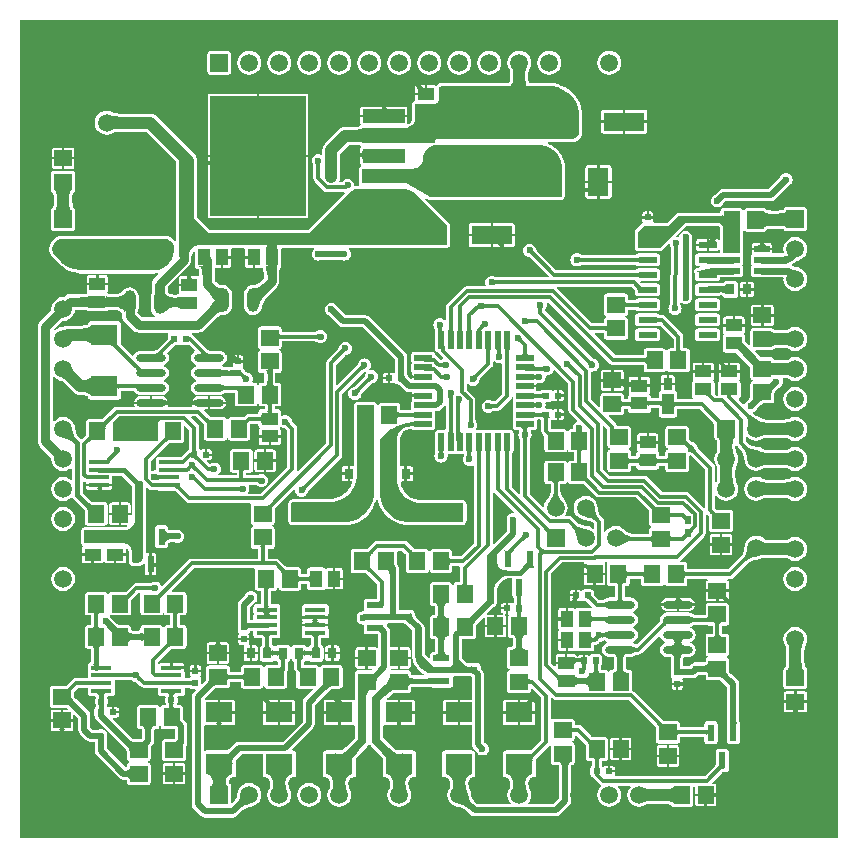
<source format=gtl>
G04 Layer_Physical_Order=1*
G04 Layer_Color=255*
%FSLAX44Y44*%
%MOMM*%
G71*
G01*
G75*
%ADD10C,0.3000*%
%ADD11C,0.5600*%
%ADD12R,1.4000X1.1000*%
%ADD13R,1.4000X1.5000*%
%ADD14R,0.6000X0.5000*%
%ADD15R,0.5500X1.5000*%
%ADD16R,1.5000X0.5500*%
%ADD17R,7.5000X3.0000*%
%ADD18R,1.5000X1.4000*%
%ADD19R,3.5000X1.6000*%
%ADD20R,1.8001X2.4001*%
%ADD21R,0.5000X0.6000*%
%ADD22R,1.6002X0.5588*%
%ADD23R,1.3208X0.5588*%
%ADD24R,0.8000X0.9000*%
%ADD25R,0.6000X1.4500*%
%ADD26R,1.1000X1.4000*%
%ADD27R,1.7780X0.4318*%
%ADD28R,1.4500X0.6000*%
%ADD29O,2.5000X0.7000*%
%ADD30R,2.2860X1.7780*%
G04:AMPARAMS|DCode=31|XSize=5.0099mm|YSize=1.51mm|CornerRadius=0.1888mm|HoleSize=0mm|Usage=FLASHONLY|Rotation=180.000|XOffset=0mm|YOffset=0mm|HoleType=Round|Shape=RoundedRectangle|*
%AMROUNDEDRECTD31*
21,1,5.0099,1.1325,0,0,180.0*
21,1,4.6324,1.5100,0,0,180.0*
1,1,0.3775,-2.3162,0.5663*
1,1,0.3775,2.3162,0.5663*
1,1,0.3775,2.3162,-0.5663*
1,1,0.3775,-2.3162,-0.5663*
%
%ADD31ROUNDEDRECTD31*%
%ADD32R,1.7780X0.4064*%
%ADD33R,0.7899X1.0899*%
%ADD34R,1.0201X1.7899*%
%ADD35R,3.6000X1.1500*%
%ADD36R,8.1000X10.1500*%
%ADD37R,0.5000X0.7000*%
%ADD38C,0.8000*%
%ADD39C,0.5000*%
%ADD40C,0.7000*%
%ADD41C,0.2032*%
%ADD42C,1.0000*%
%ADD43C,0.4500*%
%ADD44C,0.4000*%
%ADD45C,0.6000*%
%ADD46C,1.5000*%
%ADD47R,1.5000X1.5000*%
%ADD48R,1.5000X1.5000*%
%ADD49O,1.0000X2.0000*%
%ADD50O,1.0000X2.0000*%
%ADD51R,1.5999X1.5999*%
%ADD52C,1.5999*%
%ADD53C,1.5240*%
%ADD54C,0.6000*%
G36*
X696115Y3885D02*
X3885D01*
Y696115D01*
X696115D01*
Y3885D01*
D02*
G37*
%LPC*%
G36*
X268572Y120732D02*
X262570D01*
X261777Y120574D01*
X261105Y120125D01*
X260656Y119453D01*
X260498Y118660D01*
Y110786D01*
X272984D01*
Y118596D01*
X268070D01*
X268659Y118618D01*
X269140Y118683D01*
X269514Y118790D01*
X269781Y118941D01*
X269941Y119135D01*
X269993Y119371D01*
X269939Y119651D01*
X269776Y119974D01*
X269768Y119986D01*
X269480Y120200D01*
X269147Y120421D01*
X268823Y120609D01*
X268572Y120732D01*
D02*
G37*
G36*
X669572Y117984D02*
X661016D01*
Y112598D01*
X661500D01*
X661509Y112087D01*
X661513Y112033D01*
X663750D01*
X663323Y112003D01*
X662940Y111913D01*
X662602Y111763D01*
X662310Y111553D01*
X662063Y111283D01*
X661860Y110953D01*
X661702Y110563D01*
X661687Y110501D01*
X661719Y110342D01*
X661816Y109980D01*
X661833Y109928D01*
X667500D01*
X668293Y110086D01*
X668965Y110535D01*
X669414Y111207D01*
X669572Y112000D01*
Y117984D01*
D02*
G37*
G36*
X186984Y412072D02*
X185500D01*
X185128Y411998D01*
X185784Y411369D01*
X186984Y410392D01*
Y412072D01*
D02*
G37*
G36*
X425184Y120732D02*
X414770D01*
X413977Y120574D01*
X413305Y120125D01*
X412856Y119453D01*
X412698Y118660D01*
Y110786D01*
X425184D01*
Y120732D01*
D02*
G37*
G36*
X373984D02*
X363570D01*
X362777Y120574D01*
X362105Y120125D01*
X361656Y119453D01*
X361498Y118660D01*
Y110786D01*
X373984D01*
Y120732D01*
D02*
G37*
G36*
X439702Y108754D02*
X427216D01*
Y98808D01*
X437630D01*
X438423Y98966D01*
X439095Y99415D01*
X439544Y100087D01*
X439702Y100880D01*
Y108754D01*
D02*
G37*
G36*
X425184D02*
X412698D01*
Y100880D01*
X412856Y100087D01*
X413305Y99415D01*
X413977Y98966D01*
X414770Y98808D01*
X425184D01*
Y108754D01*
D02*
G37*
G36*
X86984Y287572D02*
X81000D01*
X80207Y287414D01*
X79535Y286965D01*
X79086Y286293D01*
X78928Y285500D01*
Y279016D01*
X86984D01*
Y287572D01*
D02*
G37*
G36*
X658984Y117984D02*
X650428D01*
Y112000D01*
X650586Y111207D01*
X651035Y110535D01*
X651707Y110086D01*
X652500Y109928D01*
X658167D01*
X658184Y109980D01*
X658281Y110342D01*
X658313Y110501D01*
X658298Y110563D01*
X658140Y110953D01*
X657937Y111283D01*
X657690Y111553D01*
X657398Y111763D01*
X657060Y111913D01*
X656677Y112003D01*
X656250Y112033D01*
X658487D01*
X658491Y112087D01*
X658500Y112598D01*
X658984D01*
Y117984D01*
D02*
G37*
G36*
X37984Y112072D02*
X31500D01*
X30707Y111914D01*
X30035Y111465D01*
X29586Y110793D01*
X29428Y110000D01*
Y104016D01*
X37984D01*
Y112072D01*
D02*
G37*
G36*
X184956Y411964D02*
X184862Y411945D01*
X183555Y410638D01*
X183428Y410000D01*
Y409494D01*
X184956Y411964D01*
D02*
G37*
G36*
X611000Y406072D02*
X605016D01*
Y399516D01*
X613072D01*
Y404000D01*
X612914Y404793D01*
X612465Y405465D01*
X611793Y405914D01*
X611000Y406072D01*
D02*
G37*
G36*
X277072Y221984D02*
X270516D01*
Y213928D01*
X275000D01*
X275793Y214086D01*
X276465Y214535D01*
X276914Y215207D01*
X277072Y216000D01*
Y221984D01*
D02*
G37*
G36*
X589000Y406072D02*
X583016D01*
Y399516D01*
X591072D01*
Y404000D01*
X590914Y404793D01*
X590465Y405465D01*
X589793Y405914D01*
X589000Y406072D01*
D02*
G37*
G36*
X660000Y232927D02*
X657379Y232582D01*
X654937Y231570D01*
X652839Y229961D01*
X651230Y227863D01*
X650218Y225421D01*
X649873Y222800D01*
X650218Y220179D01*
X651230Y217737D01*
X652839Y215639D01*
X654937Y214030D01*
X657379Y213018D01*
X660000Y212673D01*
X662621Y213018D01*
X665063Y214030D01*
X667161Y215639D01*
X668770Y217737D01*
X669782Y220179D01*
X670127Y222800D01*
X669782Y225421D01*
X668770Y227863D01*
X667161Y229961D01*
X665063Y231570D01*
X662621Y232582D01*
X660000Y232927D01*
D02*
G37*
G36*
X580984Y406072D02*
X575000D01*
X574207Y405914D01*
X573535Y405465D01*
X573086Y404793D01*
X572928Y404000D01*
Y399516D01*
X580984D01*
Y406072D01*
D02*
G37*
G36*
X95000Y287572D02*
X89016D01*
Y279016D01*
X97072D01*
Y285500D01*
X96914Y286293D01*
X96465Y286965D01*
X95793Y287414D01*
X95000Y287572D01*
D02*
G37*
G36*
X183428Y409450D02*
Y408016D01*
X184713D01*
X184643Y408110D01*
X184077Y408770D01*
X183428Y409450D01*
D02*
G37*
G36*
X190500Y412072D02*
X189016D01*
Y409431D01*
X189260Y409406D01*
X189668Y409471D01*
X190026Y409647D01*
X190336Y409936D01*
X189016Y408340D01*
Y408016D01*
X192572D01*
Y410000D01*
X192414Y410793D01*
X191965Y411465D01*
X191293Y411914D01*
X190500Y412072D01*
D02*
G37*
G36*
X336030Y120732D02*
X325616D01*
Y110786D01*
X338102D01*
Y118660D01*
X337944Y119453D01*
X337495Y120125D01*
X336823Y120574D01*
X336030Y120732D01*
D02*
G37*
G36*
X602984Y406072D02*
X598550D01*
X599050Y405588D01*
X599995Y404777D01*
X600423Y404467D01*
X600821Y404220D01*
X601190Y404037D01*
X601529Y403917D01*
X601837Y403860D01*
X602116Y403867D01*
X602366Y403937D01*
X597063Y401634D01*
X597263Y401754D01*
X597394Y401909D01*
X597455Y402101D01*
X597446Y402327D01*
X597369Y402590D01*
X597221Y402888D01*
X597005Y403223D01*
X596719Y403592D01*
X596364Y403998D01*
X595939Y404439D01*
X598507Y406072D01*
X597000D01*
X596207Y405914D01*
X595535Y405465D01*
X595086Y404793D01*
X594928Y404000D01*
Y399516D01*
X602984D01*
Y406072D01*
D02*
G37*
G36*
X435040Y120732D02*
X427216D01*
Y110786D01*
X439702D01*
Y118038D01*
X439687Y118050D01*
X439512Y118144D01*
X439291Y118228D01*
X439022Y118300D01*
X438707Y118361D01*
X438345Y118411D01*
X437481Y118478D01*
X436430Y118500D01*
Y118621D01*
X431625Y118596D01*
X431891Y118619D01*
X432174Y118685D01*
X432474Y118793D01*
X432792Y118944D01*
X433126Y119138D01*
X433478Y119374D01*
X433847Y119654D01*
X434636Y120341D01*
X435040Y120732D01*
D02*
G37*
G36*
X86984Y276984D02*
X78928D01*
Y270500D01*
X79086Y269707D01*
X79535Y269035D01*
X80207Y268586D01*
X81000Y268428D01*
X86984D01*
Y276984D01*
D02*
G37*
G36*
X630984Y455072D02*
X624500D01*
X623707Y454914D01*
X623035Y454465D01*
X622586Y453793D01*
X622428Y453000D01*
Y447016D01*
X630984D01*
Y455072D01*
D02*
G37*
G36*
X510984Y88572D02*
X505000D01*
X504207Y88414D01*
X503535Y87965D01*
X503086Y87293D01*
X502928Y86500D01*
Y80016D01*
X510984D01*
Y88572D01*
D02*
G37*
G36*
X606984Y445072D02*
X601000D01*
X600207Y444914D01*
X599535Y444465D01*
X599086Y443793D01*
X598928Y443000D01*
Y438516D01*
X606984D01*
Y445072D01*
D02*
G37*
G36*
X615000D02*
X609016D01*
Y438516D01*
X617072D01*
Y443000D01*
X616914Y443793D01*
X616465Y444465D01*
X615793Y444914D01*
X615000Y445072D01*
D02*
G37*
G36*
X639500Y455072D02*
X633016D01*
Y447016D01*
X641572D01*
Y453000D01*
X641414Y453793D01*
X640965Y454465D01*
X640293Y454914D01*
X639500Y455072D01*
D02*
G37*
G36*
X550984Y82072D02*
X544500D01*
X543707Y81914D01*
X543035Y81465D01*
X542586Y80793D01*
X542428Y80000D01*
Y74016D01*
X550984D01*
Y82072D01*
D02*
G37*
G36*
X40000Y283727D02*
X37379Y283382D01*
X34937Y282370D01*
X32839Y280761D01*
X31230Y278663D01*
X30218Y276221D01*
X29873Y273600D01*
X30218Y270979D01*
X31230Y268537D01*
X32839Y266439D01*
X34937Y264830D01*
X37379Y263818D01*
X40000Y263473D01*
X42621Y263818D01*
X45063Y264830D01*
X47161Y266439D01*
X48770Y268537D01*
X49782Y270979D01*
X50127Y273600D01*
X49782Y276221D01*
X48770Y278663D01*
X47161Y280761D01*
X45063Y282370D01*
X42621Y283382D01*
X40000Y283727D01*
D02*
G37*
G36*
X593801Y460284D02*
X577799D01*
X576808Y460087D01*
X575968Y459525D01*
X575406Y458685D01*
X575209Y457694D01*
Y452106D01*
X575406Y451115D01*
X575968Y450275D01*
X576808Y449713D01*
X577799Y449516D01*
X593801D01*
X594792Y449713D01*
X595632Y450275D01*
X596194Y451115D01*
X596391Y452106D01*
Y457694D01*
X596194Y458685D01*
X595632Y459525D01*
X594792Y460087D01*
X593801Y460284D01*
D02*
G37*
G36*
X275000Y232072D02*
X270516D01*
Y224016D01*
X277072D01*
Y230000D01*
X276914Y230793D01*
X276465Y231465D01*
X275793Y231914D01*
X275000Y232072D01*
D02*
G37*
G36*
X559500Y82072D02*
X553016D01*
Y74016D01*
X561572D01*
Y80000D01*
X561414Y80793D01*
X560965Y81465D01*
X560293Y81914D01*
X559500Y82072D01*
D02*
G37*
G36*
X543001Y434884D02*
X526999D01*
X526008Y434687D01*
X525168Y434125D01*
X524606Y433285D01*
X524409Y432294D01*
Y426706D01*
X524606Y425715D01*
X525168Y424875D01*
X526008Y424313D01*
X526999Y424116D01*
X543001D01*
X543992Y424313D01*
X544832Y424875D01*
X545394Y425715D01*
X545591Y426706D01*
Y432294D01*
X545394Y433285D01*
X544832Y434125D01*
X543992Y434687D01*
X543001Y434884D01*
D02*
G37*
G36*
X593801D02*
X577799D01*
X576808Y434687D01*
X575968Y434125D01*
X575406Y433285D01*
X575209Y432294D01*
Y426706D01*
X575406Y425715D01*
X575968Y424875D01*
X576808Y424313D01*
X577799Y424116D01*
X593801D01*
X594792Y424313D01*
X595632Y424875D01*
X596194Y425715D01*
X596391Y426706D01*
Y432294D01*
X596194Y433285D01*
X595632Y434125D01*
X594792Y434687D01*
X593801Y434884D01*
D02*
G37*
G36*
X272984Y108754D02*
X260498D01*
Y100880D01*
X260656Y100087D01*
X261105Y99415D01*
X261777Y98966D01*
X262570Y98808D01*
X272984D01*
Y108754D01*
D02*
G37*
G36*
X373984D02*
X361498D01*
Y100880D01*
X361656Y100087D01*
X362105Y99415D01*
X362777Y98966D01*
X363570Y98808D01*
X373984D01*
Y108754D01*
D02*
G37*
G36*
X338102D02*
X325616D01*
Y100913D01*
X326241D01*
X326214Y100900D01*
X326190Y100861D01*
X326169Y100795D01*
X326151Y100703D01*
X326135Y100585D01*
X326113Y100270D01*
X326100Y99600D01*
X325616D01*
Y98808D01*
X336030D01*
X336823Y98966D01*
X337495Y99415D01*
X337944Y100087D01*
X338102Y100880D01*
Y108754D01*
D02*
G37*
G36*
X48572Y101984D02*
X40016D01*
Y96033D01*
X42750D01*
X42323Y96003D01*
X41940Y95913D01*
X41603Y95763D01*
X41310Y95553D01*
X41062Y95283D01*
X40860Y94953D01*
X40703Y94563D01*
X40590Y94113D01*
X40588Y94095D01*
X40612Y93928D01*
X46500D01*
X47293Y94086D01*
X47965Y94535D01*
X48414Y95207D01*
X48572Y96000D01*
Y101984D01*
D02*
G37*
G36*
X630984Y444984D02*
X622428D01*
Y439000D01*
X622586Y438207D01*
X623035Y437535D01*
X623707Y437086D01*
X624500Y436928D01*
X630984D01*
Y444984D01*
D02*
G37*
G36*
X641572D02*
X633016D01*
Y436928D01*
X639500D01*
X640293Y437086D01*
X640965Y437535D01*
X641414Y438207D01*
X641572Y439000D01*
Y444984D01*
D02*
G37*
G36*
X593801Y447584D02*
X577799D01*
X576808Y447387D01*
X575968Y446825D01*
X575406Y445985D01*
X575209Y444994D01*
Y439406D01*
X575406Y438415D01*
X575968Y437575D01*
X576808Y437013D01*
X577799Y436816D01*
X593801D01*
X594792Y437013D01*
X595632Y437575D01*
X596194Y438415D01*
X596391Y439406D01*
Y444994D01*
X596194Y445985D01*
X595632Y446825D01*
X594792Y447387D01*
X593801Y447584D01*
D02*
G37*
G36*
X37984Y101984D02*
X29428D01*
Y96000D01*
X29586Y95207D01*
X30035Y94535D01*
X30707Y94086D01*
X31500Y93928D01*
X37388D01*
X37412Y94095D01*
X37410Y94113D01*
X37297Y94563D01*
X37140Y94953D01*
X36937Y95283D01*
X36690Y95553D01*
X36398Y95763D01*
X36060Y95913D01*
X35677Y96003D01*
X35250Y96033D01*
X37984D01*
Y101984D01*
D02*
G37*
G36*
X519000Y88572D02*
X513016D01*
Y80016D01*
X521072D01*
Y86500D01*
X520914Y87293D01*
X520465Y87965D01*
X519793Y88414D01*
X519000Y88572D01*
D02*
G37*
G36*
X436430Y120732D02*
X435079D01*
X436430Y119728D01*
Y120732D01*
D02*
G37*
G36*
X414984Y202572D02*
X413000D01*
X412207Y202414D01*
X411535Y201965D01*
X411086Y201293D01*
X410928Y200500D01*
Y199016D01*
X414984D01*
Y202572D01*
D02*
G37*
G36*
X334000Y318572D02*
X331016D01*
Y313016D01*
X336072D01*
Y316500D01*
X335914Y317293D01*
X335465Y317965D01*
X334793Y318414D01*
X334000Y318572D01*
D02*
G37*
G36*
X574946Y200034D02*
X561516D01*
Y195470D01*
X569500D01*
X570944Y195660D01*
X572290Y196218D01*
X573446Y197105D01*
X574332Y198260D01*
X574890Y199606D01*
X574946Y200034D01*
D02*
G37*
G36*
X262337Y201499D02*
X244557D01*
X243566Y201302D01*
X242726Y200740D01*
X242164Y199900D01*
X241967Y198909D01*
Y194591D01*
X242164Y193600D01*
X242594Y192957D01*
X242485Y192409D01*
Y191266D01*
X253447D01*
X264409D01*
Y192409D01*
X264300Y192957D01*
X264730Y193600D01*
X264927Y194591D01*
Y198909D01*
X264730Y199900D01*
X264168Y200740D01*
X263328Y201302D01*
X262337Y201499D01*
D02*
G37*
G36*
X559484Y200034D02*
X546054D01*
X546110Y199606D01*
X546668Y198260D01*
X547555Y197105D01*
X548710Y196218D01*
X550056Y195660D01*
X551500Y195470D01*
X559484D01*
Y200034D01*
D02*
G37*
G36*
X280984Y318572D02*
X278000D01*
X277207Y318414D01*
X276535Y317965D01*
X276086Y317293D01*
X275928Y316500D01*
Y313016D01*
X280984D01*
Y318572D01*
D02*
G37*
G36*
X569500Y206630D02*
X562714D01*
X562640Y206266D01*
X562639Y206259D01*
X562702Y206004D01*
X562860Y205610D01*
X563063Y205277D01*
X563310Y205004D01*
X563602Y204792D01*
X563940Y204640D01*
X564323Y204549D01*
X564750Y204519D01*
X562502D01*
X562500Y204402D01*
X561516D01*
Y202066D01*
X574946D01*
X574890Y202494D01*
X574332Y203840D01*
X573446Y204995D01*
X572290Y205882D01*
X570944Y206440D01*
X569500Y206630D01*
D02*
G37*
G36*
X592984Y211984D02*
X584428D01*
Y206000D01*
X584586Y205207D01*
X585035Y204535D01*
X585707Y204086D01*
X586500Y203928D01*
X592984D01*
Y211984D01*
D02*
G37*
G36*
X280984Y310984D02*
X275928D01*
Y307500D01*
X276086Y306707D01*
X276535Y306035D01*
X277207Y305586D01*
X278000Y305428D01*
X280984D01*
Y310984D01*
D02*
G37*
G36*
X559286Y206630D02*
X551500D01*
X550056Y206440D01*
X548710Y205882D01*
X547555Y204995D01*
X546668Y203840D01*
X546110Y202494D01*
X546054Y202066D01*
X559484D01*
Y204519D01*
X557250D01*
X557677Y204549D01*
X558060Y204640D01*
X558397Y204792D01*
X558690Y205004D01*
X558937Y205277D01*
X559140Y205610D01*
X559297Y206004D01*
X559361Y206259D01*
X559360Y206266D01*
X559286Y206630D01*
D02*
G37*
G36*
X336072Y310984D02*
X331016D01*
Y305428D01*
X334000D01*
X334793Y305586D01*
X335465Y306035D01*
X335914Y306707D01*
X336072Y307500D01*
Y310984D01*
D02*
G37*
G36*
X266984Y166572D02*
X264000D01*
X263207Y166414D01*
X262535Y165965D01*
X262086Y165293D01*
X261928Y164500D01*
Y161016D01*
X266984D01*
Y166572D01*
D02*
G37*
G36*
X414984Y196984D02*
X410928D01*
Y195500D01*
X411086Y194707D01*
X411535Y194035D01*
X412207Y193586D01*
X412278Y193572D01*
X412180Y192572D01*
X407016D01*
Y184016D01*
X415072D01*
Y190500D01*
X414914Y191293D01*
X414465Y191965D01*
X413793Y192414D01*
X413722Y192428D01*
X413820Y193428D01*
X414984D01*
Y196984D01*
D02*
G37*
G36*
X272000Y166572D02*
X269016D01*
Y161016D01*
X274072D01*
Y164500D01*
X273914Y165293D01*
X273465Y165965D01*
X272793Y166414D01*
X272000Y166572D01*
D02*
G37*
G36*
X404984Y181984D02*
X396928D01*
Y175500D01*
X397086Y174707D01*
X397535Y174035D01*
X398207Y173586D01*
X399000Y173428D01*
X404984D01*
Y181984D01*
D02*
G37*
G36*
X415072D02*
X407016D01*
Y173428D01*
X413000D01*
X413793Y173586D01*
X414465Y174035D01*
X414914Y174707D01*
X415072Y175500D01*
Y181984D01*
D02*
G37*
G36*
X295984Y165072D02*
X289500D01*
X288707Y164914D01*
X288035Y164465D01*
X287586Y163793D01*
X287428Y163000D01*
Y157016D01*
X295984D01*
Y165072D01*
D02*
G37*
G36*
X660000Y385327D02*
X657379Y384982D01*
X654937Y383970D01*
X652839Y382361D01*
X651230Y380263D01*
X650218Y377821D01*
X649873Y375200D01*
X650218Y372579D01*
X651230Y370137D01*
X652839Y368039D01*
X654937Y366430D01*
X657379Y365418D01*
X660000Y365073D01*
X662621Y365418D01*
X665063Y366430D01*
X667161Y368039D01*
X668770Y370137D01*
X669782Y372579D01*
X670127Y375200D01*
X669782Y377821D01*
X668770Y380263D01*
X667161Y382361D01*
X665063Y383970D01*
X662621Y384982D01*
X660000Y385327D01*
D02*
G37*
G36*
X295984Y154984D02*
X287428D01*
Y149000D01*
X287586Y148207D01*
X288035Y147535D01*
X288707Y147086D01*
X289500Y146928D01*
X295984D01*
Y154984D01*
D02*
G37*
G36*
X266984Y158984D02*
X261928D01*
Y155500D01*
X262086Y154707D01*
X262535Y154035D01*
X263207Y153586D01*
X264000Y153428D01*
X266984D01*
Y158984D01*
D02*
G37*
G36*
X264409Y189234D02*
X253447D01*
X242485D01*
Y188091D01*
X242643Y187298D01*
X242842Y187000D01*
X242643Y186702D01*
X242485Y185909D01*
Y184766D01*
X253447D01*
X264409D01*
Y185909D01*
X264251Y186702D01*
X264052Y187000D01*
X264251Y187298D01*
X264409Y188091D01*
Y189234D01*
D02*
G37*
G36*
X274072Y158984D02*
X269016D01*
Y153428D01*
X272000D01*
X272793Y153586D01*
X273465Y154035D01*
X273914Y154707D01*
X274072Y155500D01*
Y158984D01*
D02*
G37*
G36*
X512500Y400072D02*
X506016D01*
Y392016D01*
X514572D01*
Y398000D01*
X514414Y398793D01*
X513965Y399465D01*
X513293Y399914D01*
X512500Y400072D01*
D02*
G37*
G36*
X314984Y397572D02*
X313000D01*
X312207Y397414D01*
X311535Y396965D01*
X311086Y396293D01*
X310928Y395500D01*
Y394016D01*
X314984D01*
Y397572D01*
D02*
G37*
G36*
X503984Y400072D02*
X497500D01*
X496707Y399914D01*
X496035Y399465D01*
X495586Y398793D01*
X495428Y398000D01*
Y392016D01*
X503984D01*
Y400072D01*
D02*
G37*
G36*
X514477Y389984D02*
X513324D01*
X513527Y389860D01*
X513791Y389755D01*
X514020Y389816D01*
X514352Y389930D01*
X514477Y389984D01*
D02*
G37*
G36*
X660000Y182127D02*
X657379Y181782D01*
X654937Y180770D01*
X652839Y179161D01*
X651230Y177063D01*
X650218Y174621D01*
X649873Y172000D01*
X650218Y169379D01*
X651230Y166937D01*
X651792Y166205D01*
X651823Y166115D01*
X651890Y166001D01*
X651923Y165912D01*
X652007Y165587D01*
X652086Y165158D01*
X652395Y160316D01*
Y154804D01*
X652387Y154164D01*
X652199Y151117D01*
X652049Y149994D01*
X651869Y149098D01*
X651684Y148484D01*
X651655Y148422D01*
X651509Y148393D01*
X651084Y148108D01*
X651065Y148100D01*
X651052Y148087D01*
X650669Y147831D01*
X650374Y147391D01*
X650360Y147376D01*
X650353Y147359D01*
X650107Y146991D01*
X650008Y146492D01*
X649986Y146437D01*
X649987Y146386D01*
X649910Y146000D01*
Y132000D01*
X650107Y131009D01*
X650669Y130169D01*
X651509Y129607D01*
X652500Y129410D01*
X667500D01*
X668491Y129607D01*
X669331Y130169D01*
X669893Y131009D01*
X670090Y132000D01*
Y146000D01*
X670013Y146386D01*
X670014Y146437D01*
X669992Y146492D01*
X669893Y146991D01*
X669647Y147359D01*
X669640Y147376D01*
X669626Y147391D01*
X669331Y147831D01*
X668948Y148087D01*
X668935Y148100D01*
X668916Y148108D01*
X668491Y148393D01*
X668345Y148422D01*
X668316Y148484D01*
X668131Y149099D01*
X667963Y149931D01*
X667613Y154190D01*
X667605Y154804D01*
Y159976D01*
X667627Y161498D01*
X667733Y163562D01*
X667903Y165099D01*
X667993Y165587D01*
X668077Y165912D01*
X668110Y166001D01*
X668177Y166115D01*
X668208Y166205D01*
X668770Y166937D01*
X669782Y169379D01*
X670127Y172000D01*
X669782Y174621D01*
X668770Y177063D01*
X667161Y179161D01*
X665063Y180770D01*
X662621Y181782D01*
X660000Y182127D01*
D02*
G37*
G36*
X627000Y309327D02*
X624379Y308982D01*
X621937Y307970D01*
X619839Y306361D01*
X618230Y304263D01*
X617218Y301821D01*
X616873Y299200D01*
X617218Y296579D01*
X618230Y294137D01*
X619839Y292039D01*
X621937Y290430D01*
X624379Y289418D01*
X627000Y289073D01*
X629621Y289418D01*
X632063Y290430D01*
X632795Y290992D01*
X632885Y291023D01*
X632999Y291090D01*
X633088Y291123D01*
X633413Y291207D01*
X633842Y291286D01*
X638684Y291595D01*
X648208D01*
X650395Y291517D01*
X652207Y291357D01*
X652862Y291261D01*
X653380Y291155D01*
X653714Y291059D01*
X653831Y291011D01*
X653979Y290920D01*
X654093Y290877D01*
X654937Y290230D01*
X657379Y289218D01*
X660000Y288873D01*
X662621Y289218D01*
X665063Y290230D01*
X667161Y291839D01*
X668770Y293937D01*
X669782Y296379D01*
X670127Y299000D01*
X669782Y301621D01*
X668770Y304063D01*
X667161Y306161D01*
X665063Y307770D01*
X662621Y308782D01*
X660000Y309127D01*
X657379Y308782D01*
X654937Y307770D01*
X654311Y307290D01*
X654256Y307272D01*
X654179Y307230D01*
X654118Y307209D01*
X653921Y307164D01*
X648523Y306805D01*
X639024D01*
X637502Y306827D01*
X635438Y306933D01*
X633901Y307103D01*
X633413Y307193D01*
X633088Y307277D01*
X632999Y307310D01*
X632885Y307377D01*
X632795Y307408D01*
X632063Y307970D01*
X629621Y308982D01*
X627000Y309327D01*
D02*
G37*
G36*
X667500Y128072D02*
X661016D01*
Y120016D01*
X669572D01*
Y126000D01*
X669414Y126793D01*
X668965Y127465D01*
X668293Y127914D01*
X667500Y128072D01*
D02*
G37*
G36*
X658984D02*
X652500D01*
X651707Y127914D01*
X651035Y127465D01*
X650586Y126793D01*
X650428Y126000D01*
Y120016D01*
X658984D01*
Y128072D01*
D02*
G37*
G36*
X40000Y232927D02*
X37379Y232582D01*
X34937Y231570D01*
X32839Y229961D01*
X31230Y227863D01*
X30218Y225421D01*
X29873Y222800D01*
X30218Y220179D01*
X31230Y217737D01*
X32839Y215639D01*
X34937Y214030D01*
X37379Y213018D01*
X40000Y212673D01*
X42621Y213018D01*
X45063Y214030D01*
X47161Y215639D01*
X48770Y217737D01*
X49782Y220179D01*
X50127Y222800D01*
X49782Y225421D01*
X48770Y227863D01*
X47161Y229961D01*
X45063Y231570D01*
X42621Y232582D01*
X40000Y232927D01*
D02*
G37*
G36*
X562467Y132984D02*
X561016D01*
Y128928D01*
X562500D01*
X563293Y129086D01*
X563965Y129535D01*
X564414Y130207D01*
X564572Y131000D01*
Y132442D01*
X564475Y132449D01*
X564387Y132441D01*
X563937Y132368D01*
X563547Y132265D01*
X563217Y132133D01*
X562947Y131972D01*
X562737Y131781D01*
X562587Y131561D01*
X562497Y131312D01*
X562467Y131033D01*
Y132984D01*
D02*
G37*
G36*
X558984D02*
X555428D01*
Y131000D01*
X555586Y130207D01*
X556035Y129535D01*
X556707Y129086D01*
X557500Y128928D01*
X558984D01*
Y132984D01*
D02*
G37*
G36*
X81244Y301234D02*
X71298D01*
Y300251D01*
X74750D01*
X74323Y300221D01*
X73940Y300131D01*
X73602Y299981D01*
X73310Y299771D01*
X73063Y299501D01*
X72860Y299171D01*
X72702Y298781D01*
X72590Y298331D01*
X72565Y298146D01*
X79172D01*
X79965Y298304D01*
X80637Y298753D01*
X81086Y299425D01*
X81244Y300218D01*
Y301234D01*
D02*
G37*
G36*
X526984Y394072D02*
X521000D01*
X520207Y393914D01*
X519535Y393465D01*
X519086Y392793D01*
X518928Y392000D01*
Y390310D01*
X519073Y390210D01*
X519345Y390061D01*
X519648Y389930D01*
X519916Y389838D01*
X519972Y389860D01*
X520306Y390062D01*
X520579Y390310D01*
X520791Y390602D01*
X520942Y390940D01*
X521033Y391323D01*
X521063Y391750D01*
Y389592D01*
X521155Y389579D01*
X522087Y389509D01*
X522598Y389500D01*
Y387516D01*
X526984D01*
Y394072D01*
D02*
G37*
G36*
X601210Y204062D02*
X600994Y203928D01*
X601396D01*
X601210Y204062D01*
D02*
G37*
G36*
X503984Y389984D02*
X495428D01*
Y384000D01*
X495586Y383207D01*
X496035Y382535D01*
X496707Y382086D01*
X497500Y381928D01*
X503984D01*
Y389984D01*
D02*
G37*
G36*
X512436D02*
X506016D01*
Y381928D01*
X512500D01*
X513293Y382086D01*
X513965Y382535D01*
X514414Y383207D01*
X514572Y384000D01*
Y385975D01*
X514352Y386070D01*
X514020Y386184D01*
X513791Y386245D01*
X513527Y386140D01*
X513194Y385938D01*
X512921Y385690D01*
X512709Y385397D01*
X512558Y385060D01*
X512467Y384678D01*
X512436Y384250D01*
Y386452D01*
X511913Y386491D01*
X511402Y386500D01*
Y389500D01*
X511913Y389509D01*
X512436Y389548D01*
Y389984D01*
D02*
G37*
G36*
X535000Y394072D02*
X529016D01*
Y387516D01*
X537072D01*
Y392000D01*
X536914Y392793D01*
X536465Y393465D01*
X535793Y393914D01*
X535000Y394072D01*
D02*
G37*
G36*
X550984Y395423D02*
X548050D01*
X547257Y395265D01*
X546585Y394816D01*
X546136Y394144D01*
X545979Y393351D01*
Y388917D01*
X550984D01*
Y395423D01*
D02*
G37*
G36*
X555950D02*
X553016D01*
Y388917D01*
X558022D01*
Y393351D01*
X557864Y394144D01*
X557415Y394816D01*
X556743Y395265D01*
X555950Y395423D01*
D02*
G37*
G36*
X314984Y391984D02*
X310928D01*
Y390500D01*
X311086Y389707D01*
X311535Y389035D01*
X312207Y388586D01*
X313000Y388428D01*
X314984D01*
Y391984D01*
D02*
G37*
G36*
X69266Y301234D02*
X59320D01*
Y300218D01*
X59478Y299425D01*
X59927Y298753D01*
X60599Y298304D01*
X61392Y298146D01*
X69266D01*
Y298859D01*
X69140Y299171D01*
X68938Y299501D01*
X68690Y299771D01*
X68397Y299981D01*
X68060Y300131D01*
X67677Y300221D01*
X67250Y300251D01*
X69266D01*
Y301234D01*
D02*
G37*
G36*
X603572Y211984D02*
X595016D01*
Y203928D01*
X600950D01*
X600294Y204555D01*
X599658Y205103D01*
X599058Y205554D01*
X598495Y205910D01*
X597968Y206170D01*
X597478Y206334D01*
X597025Y206403D01*
X596608Y206375D01*
X596228Y206252D01*
X595884Y206033D01*
X601467Y210616D01*
X601195Y210324D01*
X601031Y209985D01*
X600975Y209597D01*
X601026Y209162D01*
X601184Y208678D01*
X601450Y208145D01*
X601823Y207565D01*
X602304Y206936D01*
X602338Y206897D01*
X602455Y206799D01*
X602774Y206584D01*
X603069Y206423D01*
X603341Y206313D01*
X603572Y206260D01*
Y211984D01*
D02*
G37*
G36*
X521072Y77984D02*
X513016D01*
Y69428D01*
X519000D01*
X519793Y69586D01*
X520465Y70035D01*
X520914Y70707D01*
X521072Y71500D01*
Y77984D01*
D02*
G37*
G36*
X492233Y557984D02*
X482177D01*
Y553763D01*
X482342Y553719D01*
X482647Y553658D01*
X482827Y553703D01*
X483221Y553860D01*
X483554Y554062D01*
X483827Y554310D01*
X484039Y554603D01*
X484191Y554940D01*
X484282Y555322D01*
X484312Y555750D01*
Y553505D01*
X484598Y553500D01*
Y550500D01*
X484312Y550495D01*
Y548250D01*
X484282Y548677D01*
X484191Y549060D01*
X484039Y549398D01*
X483827Y549690D01*
X483554Y549938D01*
X483221Y550140D01*
X482827Y550298D01*
X482647Y550342D01*
X482342Y550281D01*
X482177Y550237D01*
Y547000D01*
X482334Y546207D01*
X482783Y545535D01*
X483456Y545086D01*
X484248Y544928D01*
X492233D01*
Y557984D01*
D02*
G37*
G36*
X582984Y38984D02*
X574928D01*
Y32500D01*
X575086Y31707D01*
X575535Y31035D01*
X576207Y30586D01*
X577000Y30428D01*
X582984D01*
Y38984D01*
D02*
G37*
G36*
X590402D02*
X585016D01*
Y30428D01*
X591000D01*
X591793Y30586D01*
X592465Y31035D01*
X592914Y31707D01*
X593072Y32500D01*
Y38166D01*
X593020Y38184D01*
X592658Y38281D01*
X592490Y38315D01*
X592421Y38298D01*
X592028Y38140D01*
X591694Y37938D01*
X591421Y37690D01*
X591209Y37397D01*
X591058Y37060D01*
X590967Y36677D01*
X590937Y36250D01*
Y38489D01*
X590913Y38491D01*
X590402Y38500D01*
Y38984D01*
D02*
G37*
G36*
X652000Y566588D02*
X650554Y566397D01*
X649206Y565839D01*
X648049Y564951D01*
X647161Y563794D01*
X646902Y563169D01*
X636871Y553139D01*
X599000D01*
X597034Y552748D01*
X595366Y551634D01*
X591831Y548098D01*
X591206Y547839D01*
X590049Y546951D01*
X589161Y545794D01*
X588603Y544446D01*
X588412Y543000D01*
X588603Y541554D01*
X589161Y540206D01*
X590049Y539049D01*
X591206Y538161D01*
X592554Y537603D01*
X594000Y537412D01*
X595446Y537603D01*
X596794Y538161D01*
X597951Y539049D01*
X598839Y540206D01*
X599098Y540831D01*
X601129Y542861D01*
X639000D01*
X640966Y543252D01*
X642634Y544366D01*
X654169Y555902D01*
X654794Y556161D01*
X655951Y557049D01*
X656839Y558206D01*
X657397Y559554D01*
X657588Y561000D01*
X657397Y562446D01*
X656839Y563794D01*
X655951Y564951D01*
X654794Y565839D01*
X653446Y566397D01*
X652000Y566588D01*
D02*
G37*
G36*
X504321Y557984D02*
X494265D01*
Y544928D01*
X502249D01*
X503042Y545086D01*
X503714Y545535D01*
X504164Y546207D01*
X504321Y547000D01*
Y557984D01*
D02*
G37*
G36*
X492233Y573072D02*
X484248D01*
X483456Y572914D01*
X482783Y572465D01*
X482334Y571793D01*
X482177Y571000D01*
Y560016D01*
X492233D01*
Y573072D01*
D02*
G37*
G36*
X248400Y50127D02*
X245779Y49782D01*
X243337Y48770D01*
X241239Y47161D01*
X239630Y45063D01*
X238618Y42621D01*
X238273Y40000D01*
X238618Y37379D01*
X239630Y34937D01*
X241239Y32839D01*
X243337Y31230D01*
X245779Y30218D01*
X248400Y29873D01*
X251021Y30218D01*
X253463Y31230D01*
X255561Y32839D01*
X257170Y34937D01*
X258182Y37379D01*
X258527Y40000D01*
X258182Y42621D01*
X257170Y45063D01*
X255561Y47161D01*
X253463Y48770D01*
X251021Y49782D01*
X248400Y50127D01*
D02*
G37*
G36*
X38984Y588072D02*
X32500D01*
X31707Y587914D01*
X31035Y587465D01*
X30586Y586793D01*
X30428Y586000D01*
Y580016D01*
X38984D01*
Y588072D01*
D02*
G37*
G36*
X49572Y577984D02*
X41016D01*
Y569928D01*
X47500D01*
X48293Y570086D01*
X48965Y570535D01*
X49414Y571207D01*
X49572Y572000D01*
Y577984D01*
D02*
G37*
G36*
X502249Y573072D02*
X494265D01*
Y560016D01*
X504321D01*
Y571000D01*
X504164Y571793D01*
X503714Y572465D01*
X503042Y572914D01*
X502249Y573072D01*
D02*
G37*
G36*
X38984Y577984D02*
X30428D01*
Y572000D01*
X30586Y571207D01*
X31035Y570535D01*
X31707Y570086D01*
X32500Y569928D01*
X38984D01*
Y577984D01*
D02*
G37*
G36*
X595984Y250984D02*
X587428D01*
Y245000D01*
X587586Y244207D01*
X588035Y243535D01*
X588707Y243086D01*
X589500Y242928D01*
X595984D01*
Y250984D01*
D02*
G37*
G36*
X420500Y524072D02*
X404016D01*
Y515016D01*
X422572D01*
Y522000D01*
X422414Y522793D01*
X421965Y523465D01*
X421293Y523914D01*
X420500Y524072D01*
D02*
G37*
G36*
X47500Y568590D02*
X32500D01*
X31509Y568393D01*
X30669Y567831D01*
X30107Y566991D01*
X29910Y566000D01*
Y552000D01*
X29987Y551614D01*
X29986Y551563D01*
X30008Y551508D01*
X30107Y551009D01*
X30353Y550641D01*
X30360Y550624D01*
X30374Y550609D01*
X30669Y550169D01*
X31052Y549913D01*
X31065Y549900D01*
X31084Y549892D01*
X31509Y549607D01*
X31655Y549578D01*
X31684Y549516D01*
X31869Y548901D01*
X32037Y548069D01*
X32387Y543810D01*
X32390Y543550D01*
X32387Y543264D01*
X32199Y540217D01*
X32050Y539094D01*
X31869Y538198D01*
X31684Y537584D01*
X31655Y537522D01*
X31509Y537493D01*
X31084Y537208D01*
X31065Y537200D01*
X31052Y537187D01*
X30669Y536931D01*
X30374Y536491D01*
X30360Y536476D01*
X30353Y536459D01*
X30107Y536091D01*
X30008Y535592D01*
X29986Y535537D01*
X29987Y535486D01*
X29910Y535100D01*
Y520100D01*
X30107Y519109D01*
X30669Y518269D01*
X31509Y517707D01*
X32500Y517510D01*
X47500D01*
X48491Y517707D01*
X49331Y518269D01*
X49893Y519109D01*
X50090Y520100D01*
Y535100D01*
X50013Y535486D01*
X50014Y535537D01*
X49992Y535592D01*
X49893Y536091D01*
X49647Y536459D01*
X49640Y536476D01*
X49626Y536491D01*
X49331Y536931D01*
X48948Y537187D01*
X48935Y537200D01*
X48917Y537208D01*
X48491Y537493D01*
X48345Y537522D01*
X48316Y537584D01*
X48131Y538199D01*
X47963Y539031D01*
X47613Y543290D01*
X47610Y543550D01*
X47613Y543836D01*
X47801Y546883D01*
X47951Y548006D01*
X48131Y548902D01*
X48316Y549515D01*
X48345Y549578D01*
X48491Y549607D01*
X48917Y549892D01*
X48935Y549900D01*
X48948Y549913D01*
X49331Y550169D01*
X49626Y550609D01*
X49640Y550624D01*
X49647Y550641D01*
X49893Y551009D01*
X49992Y551508D01*
X50014Y551563D01*
X50013Y551614D01*
X50090Y552000D01*
Y566000D01*
X49893Y566991D01*
X49331Y567831D01*
X48491Y568393D01*
X47500Y568590D01*
D02*
G37*
G36*
X401984Y524072D02*
X385500D01*
X384707Y523914D01*
X384035Y523465D01*
X383586Y522793D01*
X383428Y522000D01*
Y515016D01*
X401984D01*
Y524072D01*
D02*
G37*
G36*
X584784Y510566D02*
X577799D01*
X577006Y510408D01*
X576334Y509959D01*
X575885Y509287D01*
X575727Y508494D01*
Y506716D01*
X584784D01*
Y508435D01*
X583258Y508430D01*
X583880Y508454D01*
X584481Y508520D01*
X584784Y508576D01*
Y510566D01*
D02*
G37*
G36*
X588505D02*
X586816D01*
Y509283D01*
X587184Y509489D01*
X587663Y509811D01*
X588122Y510175D01*
X588362Y510397D01*
X588505Y510566D01*
D02*
G37*
G36*
X203984Y579984D02*
X162428D01*
Y530250D01*
X162586Y529457D01*
X163035Y528785D01*
X163707Y528336D01*
X164500Y528178D01*
X203984D01*
Y579984D01*
D02*
G37*
G36*
X606572Y250984D02*
X598016D01*
Y242928D01*
X604500D01*
X605293Y243086D01*
X605965Y243535D01*
X606414Y244207D01*
X606572Y245000D01*
Y250984D01*
D02*
G37*
G36*
X667500Y537690D02*
X652500D01*
X652020Y537594D01*
X651961Y537593D01*
X651919Y537574D01*
X651509Y537493D01*
X651055Y537189D01*
X651038Y537182D01*
X651028Y537171D01*
X650669Y536931D01*
X650355Y536462D01*
X650342Y536449D01*
X650337Y536435D01*
X650107Y536091D01*
X650002Y535560D01*
X649999Y535552D01*
X649831Y535457D01*
X649261Y535243D01*
X648406Y535029D01*
X647322Y534850D01*
X644313Y534619D01*
X643460Y534605D01*
X641804D01*
X641164Y534613D01*
X638117Y534801D01*
X636994Y534950D01*
X636098Y535131D01*
X635485Y535316D01*
X635422Y535345D01*
X635393Y535491D01*
X635108Y535916D01*
X635100Y535936D01*
X635087Y535948D01*
X634831Y536331D01*
X634391Y536626D01*
X634376Y536640D01*
X634359Y536647D01*
X633991Y536893D01*
X633492Y536992D01*
X633437Y537014D01*
X633386Y537013D01*
X633000Y537090D01*
X619000D01*
X618009Y536893D01*
X617169Y536331D01*
X616607Y535491D01*
X616510Y535000D01*
X615490D01*
X615393Y535491D01*
X614831Y536331D01*
X613991Y536893D01*
X613000Y537090D01*
X599000D01*
X598009Y536893D01*
X597169Y536331D01*
X596607Y535491D01*
X596410Y534500D01*
Y532784D01*
X596398Y532734D01*
X596355Y532638D01*
X596321Y532590D01*
X561000D01*
X560009Y532393D01*
X559169Y531831D01*
X559169Y531831D01*
X551927Y524590D01*
X540113D01*
X539490Y525590D01*
X539572Y526000D01*
Y527984D01*
X530428D01*
Y526000D01*
X530586Y525207D01*
X530965Y524476D01*
X530325Y523935D01*
X530169Y523831D01*
X525169Y518831D01*
X524607Y517991D01*
X524410Y517000D01*
Y508499D01*
X524409Y508494D01*
Y502906D01*
X524606Y501915D01*
X525168Y501075D01*
X526008Y500513D01*
X526999Y500316D01*
X543001D01*
X543433Y500402D01*
X543491Y500403D01*
X543509Y500410D01*
X545000D01*
X545991Y500607D01*
X546831Y501169D01*
X552434Y506771D01*
X553489Y506413D01*
X553603Y505554D01*
X554161Y504206D01*
X554367Y503937D01*
X554429Y503787D01*
X554519Y503650D01*
X554548Y503595D01*
X554590Y503493D01*
X554638Y503344D01*
X554687Y503146D01*
X554732Y502901D01*
X554765Y502637D01*
X554792Y502165D01*
X553971Y456985D01*
X553927Y456514D01*
X553884Y456252D01*
X553830Y456008D01*
X553774Y455812D01*
X553720Y455665D01*
X553675Y455565D01*
X553643Y455510D01*
X553548Y455377D01*
X553463Y455188D01*
X553161Y454794D01*
X552603Y453446D01*
X552412Y452000D01*
X552603Y450554D01*
X553161Y449206D01*
X554049Y448049D01*
X555206Y447161D01*
X556554Y446603D01*
X558000Y446412D01*
X559446Y446603D01*
X560794Y447161D01*
X561951Y448049D01*
X562839Y449206D01*
X563397Y450554D01*
X563588Y452000D01*
X563397Y453446D01*
X562839Y454794D01*
X562633Y455063D01*
X562571Y455213D01*
X562481Y455350D01*
X562452Y455406D01*
X562410Y455507D01*
X562362Y455656D01*
X562313Y455854D01*
X562268Y456099D01*
X562235Y456363D01*
X562228Y456475D01*
X562671Y456785D01*
X563065Y456912D01*
X563209Y456926D01*
X564206Y456161D01*
X565554Y455603D01*
X567000Y455412D01*
X568446Y455603D01*
X569794Y456161D01*
X570951Y457049D01*
X571839Y458206D01*
X572397Y459554D01*
X572588Y461000D01*
X572397Y462446D01*
X572139Y463071D01*
Y509929D01*
X572397Y510554D01*
X572588Y512000D01*
X572397Y513446D01*
X571839Y514794D01*
X570951Y515951D01*
X569794Y516839D01*
X568446Y517397D01*
X567000Y517588D01*
X565554Y517397D01*
X564206Y516839D01*
X563049Y515951D01*
X562161Y514794D01*
X561603Y513446D01*
X561547Y513024D01*
X560507Y512424D01*
X559536Y512694D01*
X559258Y513596D01*
X567524Y521861D01*
X594375D01*
X595326Y521467D01*
X595967Y520826D01*
X596365Y519866D01*
X596410Y519406D01*
Y510046D01*
X595410Y509743D01*
X595266Y509959D01*
X594594Y510408D01*
X593801Y510566D01*
X592873D01*
X593422Y510030D01*
X593144Y509974D01*
X592856Y509885D01*
X592557Y509762D01*
X592248Y509606D01*
X591989Y509451D01*
X591940Y509225D01*
X591984Y508991D01*
X592132Y508800D01*
X592385Y508652D01*
X592742Y508546D01*
X593203Y508482D01*
X593768Y508461D01*
X590700Y508452D01*
X590552Y508319D01*
X590182Y507961D01*
X589666Y508449D01*
X586816Y508441D01*
Y505700D01*
Y500834D01*
X593801D01*
X594594Y500992D01*
X595266Y501441D01*
X595410Y501657D01*
X596410Y501354D01*
Y499000D01*
X595906Y498386D01*
X585800D01*
X585782Y498384D01*
X577799D01*
X576808Y498187D01*
X575968Y497625D01*
X575406Y496785D01*
X575209Y495794D01*
Y490206D01*
X575406Y489215D01*
X575968Y488375D01*
X576808Y487813D01*
X577799Y487616D01*
X579157D01*
X579255Y486616D01*
X577531Y486273D01*
X577465Y486246D01*
X577393Y486242D01*
X576449Y486000D01*
X576314Y485936D01*
X576167Y485910D01*
X575674Y485722D01*
X575536Y485635D01*
X575379Y485588D01*
X575112Y485368D01*
X574819Y485184D01*
X574724Y485051D01*
X574598Y484947D01*
X574434Y484642D01*
X574418Y484619D01*
X574401Y484602D01*
X574394Y484585D01*
X574235Y484360D01*
X574198Y484200D01*
X574121Y484056D01*
X574080Y483921D01*
X574067Y483790D01*
X574017Y483667D01*
X574017Y483407D01*
X574010Y483375D01*
X574017Y483331D01*
X574017Y483290D01*
X573980Y482916D01*
X574019Y482789D01*
X574019Y482657D01*
X574164Y482309D01*
X574273Y481949D01*
X574357Y481846D01*
X574408Y481724D01*
X574675Y481459D01*
X574914Y481167D01*
X575031Y481105D01*
X575125Y481012D01*
X575209Y480977D01*
Y477506D01*
X575406Y476515D01*
X575968Y475675D01*
X576808Y475113D01*
X577799Y474916D01*
X585782D01*
X585800Y474914D01*
X585817Y474916D01*
X593801D01*
X594792Y475113D01*
X595632Y475675D01*
X596194Y476515D01*
X596391Y477506D01*
Y478216D01*
X606300D01*
X606317Y478218D01*
X612904D01*
X613895Y478415D01*
X614735Y478977D01*
X615297Y479817D01*
X615494Y480808D01*
Y486396D01*
X615297Y487387D01*
X615223Y487498D01*
X614776Y488301D01*
X615223Y489104D01*
X615297Y489215D01*
X615494Y490206D01*
Y495794D01*
X615297Y496785D01*
X614936Y497325D01*
X615393Y498009D01*
X615590Y499000D01*
Y518499D01*
X616590Y518598D01*
X616607Y518509D01*
X617169Y517669D01*
X618009Y517107D01*
X619000Y516910D01*
X633000D01*
X633386Y516987D01*
X633437Y516986D01*
X633492Y517008D01*
X633991Y517107D01*
X634359Y517353D01*
X634376Y517360D01*
X634391Y517374D01*
X634831Y517669D01*
X635087Y518052D01*
X635100Y518065D01*
X635108Y518083D01*
X635393Y518509D01*
X635422Y518655D01*
X635484Y518684D01*
X636098Y518869D01*
X636931Y519037D01*
X641190Y519387D01*
X641804Y519395D01*
X643244D01*
X646003Y519338D01*
X648634Y519127D01*
X649549Y518987D01*
X650219Y518835D01*
X650312Y518802D01*
X650669Y518269D01*
X651509Y517707D01*
X652204Y517569D01*
X652228Y517561D01*
X652239Y517562D01*
X652500Y517510D01*
X667500D01*
X668491Y517707D01*
X669331Y518269D01*
X669893Y519109D01*
X670090Y520100D01*
Y535100D01*
X669893Y536091D01*
X669331Y536931D01*
X668491Y537493D01*
X667500Y537690D01*
D02*
G37*
G36*
X537500Y534072D02*
X536016D01*
Y530016D01*
X539572D01*
Y532000D01*
X539414Y532793D01*
X538965Y533465D01*
X538293Y533914D01*
X537500Y534072D01*
D02*
G37*
G36*
X247572Y579984D02*
X206016D01*
Y528178D01*
X245500D01*
X246293Y528336D01*
X246965Y528785D01*
X247414Y529457D01*
X247572Y530250D01*
Y579984D01*
D02*
G37*
G36*
X533984Y534072D02*
X532500D01*
X531707Y533914D01*
X531035Y533465D01*
X530586Y532793D01*
X530428Y532000D01*
Y530016D01*
X533984D01*
Y534072D01*
D02*
G37*
G36*
X47500Y588072D02*
X41016D01*
Y580016D01*
X49572D01*
Y586000D01*
X49414Y586793D01*
X48965Y587465D01*
X48293Y587914D01*
X47500Y588072D01*
D02*
G37*
G36*
X299200Y670127D02*
X296579Y669782D01*
X294137Y668770D01*
X292039Y667161D01*
X290430Y665063D01*
X289418Y662621D01*
X289073Y660000D01*
X289418Y657379D01*
X290430Y654937D01*
X292039Y652839D01*
X294137Y651230D01*
X296579Y650218D01*
X299200Y649873D01*
X301821Y650218D01*
X304263Y651230D01*
X306361Y652839D01*
X307970Y654937D01*
X308982Y657379D01*
X309327Y660000D01*
X308982Y662621D01*
X307970Y665063D01*
X306361Y667161D01*
X304263Y668770D01*
X301821Y669782D01*
X299200Y670127D01*
D02*
G37*
G36*
X324600D02*
X321979Y669782D01*
X319537Y668770D01*
X317439Y667161D01*
X315830Y665063D01*
X314818Y662621D01*
X314473Y660000D01*
X314818Y657379D01*
X315830Y654937D01*
X317439Y652839D01*
X319537Y651230D01*
X321979Y650218D01*
X324600Y649873D01*
X327221Y650218D01*
X329663Y651230D01*
X331761Y652839D01*
X333370Y654937D01*
X334382Y657379D01*
X334727Y660000D01*
X334382Y662621D01*
X333370Y665063D01*
X331761Y667161D01*
X329663Y668770D01*
X327221Y669782D01*
X324600Y670127D01*
D02*
G37*
G36*
X273800D02*
X271179Y669782D01*
X268737Y668770D01*
X266639Y667161D01*
X265030Y665063D01*
X264018Y662621D01*
X263673Y660000D01*
X264018Y657379D01*
X265030Y654937D01*
X266639Y652839D01*
X268737Y651230D01*
X271179Y650218D01*
X273800Y649873D01*
X276421Y650218D01*
X278863Y651230D01*
X280961Y652839D01*
X282570Y654937D01*
X283582Y657379D01*
X283927Y660000D01*
X283582Y662621D01*
X282570Y665063D01*
X280961Y667161D01*
X278863Y668770D01*
X276421Y669782D01*
X273800Y670127D01*
D02*
G37*
G36*
X223000D02*
X220379Y669782D01*
X217937Y668770D01*
X215839Y667161D01*
X214230Y665063D01*
X213218Y662621D01*
X212873Y660000D01*
X213218Y657379D01*
X214230Y654937D01*
X215839Y652839D01*
X217937Y651230D01*
X220379Y650218D01*
X223000Y649873D01*
X225621Y650218D01*
X228063Y651230D01*
X230161Y652839D01*
X231770Y654937D01*
X232782Y657379D01*
X233127Y660000D01*
X232782Y662621D01*
X231770Y665063D01*
X230161Y667161D01*
X228063Y668770D01*
X225621Y669782D01*
X223000Y670127D01*
D02*
G37*
G36*
X248400D02*
X245779Y669782D01*
X243337Y668770D01*
X241239Y667161D01*
X239630Y665063D01*
X238618Y662621D01*
X238273Y660000D01*
X238618Y657379D01*
X239630Y654937D01*
X241239Y652839D01*
X243337Y651230D01*
X245779Y650218D01*
X248400Y649873D01*
X251021Y650218D01*
X253463Y651230D01*
X255561Y652839D01*
X257170Y654937D01*
X258182Y657379D01*
X258527Y660000D01*
X258182Y662621D01*
X257170Y665063D01*
X255561Y667161D01*
X253463Y668770D01*
X251021Y669782D01*
X248400Y670127D01*
D02*
G37*
G36*
X350000D02*
X347379Y669782D01*
X344937Y668770D01*
X342839Y667161D01*
X341230Y665063D01*
X340218Y662621D01*
X339873Y660000D01*
X340218Y657379D01*
X341230Y654937D01*
X342839Y652839D01*
X344937Y651230D01*
X347379Y650218D01*
X350000Y649873D01*
X352621Y650218D01*
X355063Y651230D01*
X357161Y652839D01*
X358770Y654937D01*
X359782Y657379D01*
X360127Y660000D01*
X359782Y662621D01*
X358770Y665063D01*
X357161Y667161D01*
X355063Y668770D01*
X352621Y669782D01*
X350000Y670127D01*
D02*
G37*
G36*
X502400D02*
X499779Y669782D01*
X497337Y668770D01*
X495239Y667161D01*
X493630Y665063D01*
X492618Y662621D01*
X492273Y660000D01*
X492618Y657379D01*
X493630Y654937D01*
X495239Y652839D01*
X497337Y651230D01*
X499779Y650218D01*
X502400Y649873D01*
X505021Y650218D01*
X507463Y651230D01*
X509561Y652839D01*
X511170Y654937D01*
X512182Y657379D01*
X512527Y660000D01*
X512182Y662621D01*
X511170Y665063D01*
X509561Y667161D01*
X507463Y668770D01*
X505021Y669782D01*
X502400Y670127D01*
D02*
G37*
G36*
X179700Y670090D02*
X164700D01*
X163709Y669893D01*
X162869Y669331D01*
X162307Y668491D01*
X162110Y667500D01*
Y652500D01*
X162307Y651509D01*
X162869Y650669D01*
X163709Y650107D01*
X164700Y649910D01*
X179700D01*
X180691Y650107D01*
X181531Y650669D01*
X182093Y651509D01*
X182290Y652500D01*
Y667500D01*
X182093Y668491D01*
X181531Y669331D01*
X180691Y669893D01*
X179700Y670090D01*
D02*
G37*
G36*
X451600Y670127D02*
X448979Y669782D01*
X446537Y668770D01*
X444439Y667161D01*
X442830Y665063D01*
X441818Y662621D01*
X441473Y660000D01*
X441818Y657379D01*
X442830Y654937D01*
X444439Y652839D01*
X446537Y651230D01*
X448979Y650218D01*
X451600Y649873D01*
X454221Y650218D01*
X456663Y651230D01*
X458761Y652839D01*
X460370Y654937D01*
X461382Y657379D01*
X461727Y660000D01*
X461382Y662621D01*
X460370Y665063D01*
X458761Y667161D01*
X456663Y668770D01*
X454221Y669782D01*
X451600Y670127D01*
D02*
G37*
G36*
X375400D02*
X372779Y669782D01*
X370337Y668770D01*
X368239Y667161D01*
X366630Y665063D01*
X365618Y662621D01*
X365273Y660000D01*
X365618Y657379D01*
X366630Y654937D01*
X368239Y652839D01*
X370337Y651230D01*
X372779Y650218D01*
X375400Y649873D01*
X378021Y650218D01*
X380463Y651230D01*
X382561Y652839D01*
X384170Y654937D01*
X385182Y657379D01*
X385527Y660000D01*
X385182Y662621D01*
X384170Y665063D01*
X382561Y667161D01*
X380463Y668770D01*
X378021Y669782D01*
X375400Y670127D01*
D02*
G37*
G36*
X400800D02*
X398179Y669782D01*
X395737Y668770D01*
X393639Y667161D01*
X392030Y665063D01*
X391018Y662621D01*
X390673Y660000D01*
X391018Y657379D01*
X392030Y654937D01*
X393639Y652839D01*
X395737Y651230D01*
X398179Y650218D01*
X400800Y649873D01*
X403421Y650218D01*
X405863Y651230D01*
X407961Y652839D01*
X409570Y654937D01*
X410582Y657379D01*
X410927Y660000D01*
X410582Y662621D01*
X409570Y665063D01*
X407961Y667161D01*
X405863Y668770D01*
X403421Y669782D01*
X400800Y670127D01*
D02*
G37*
G36*
X197600D02*
X194979Y669782D01*
X192537Y668770D01*
X190439Y667161D01*
X188830Y665063D01*
X187818Y662621D01*
X187473Y660000D01*
X187818Y657379D01*
X188830Y654937D01*
X190439Y652839D01*
X192537Y651230D01*
X194979Y650218D01*
X197600Y649873D01*
X200221Y650218D01*
X202663Y651230D01*
X204761Y652839D01*
X206370Y654937D01*
X207382Y657379D01*
X207727Y660000D01*
X207382Y662621D01*
X206370Y665063D01*
X204761Y667161D01*
X202663Y668770D01*
X200221Y669782D01*
X197600Y670127D01*
D02*
G37*
G36*
X534572Y608984D02*
X516016D01*
Y599928D01*
X532500D01*
X533293Y600086D01*
X533965Y600535D01*
X534414Y601207D01*
X534572Y602000D01*
Y608984D01*
D02*
G37*
G36*
X513984Y620072D02*
X497500D01*
X496707Y619914D01*
X496035Y619465D01*
X495586Y618793D01*
X495428Y618000D01*
Y611016D01*
X513984D01*
Y620072D01*
D02*
G37*
G36*
Y608984D02*
X495428D01*
Y602000D01*
X495586Y601207D01*
X496035Y600535D01*
X496707Y600086D01*
X497500Y599928D01*
X513984D01*
Y608984D01*
D02*
G37*
G36*
X203984Y633822D02*
X164500D01*
X163707Y633664D01*
X163035Y633215D01*
X162586Y632543D01*
X162428Y631750D01*
Y582016D01*
X203984D01*
Y633822D01*
D02*
G37*
G36*
X245500D02*
X206016D01*
Y582016D01*
X247572D01*
Y631750D01*
X247414Y632543D01*
X246965Y633215D01*
X246293Y633664D01*
X245500Y633822D01*
D02*
G37*
G36*
X532500Y620072D02*
X516016D01*
Y611016D01*
X534572D01*
Y618000D01*
X534414Y618793D01*
X533965Y619465D01*
X533293Y619914D01*
X532500Y620072D01*
D02*
G37*
G36*
X345984Y641072D02*
X342050D01*
X342649Y640503D01*
X343247Y640001D01*
X343825Y639580D01*
X344384Y639242D01*
X344924Y638985D01*
X345444Y638811D01*
X345946Y638719D01*
X345984Y638719D01*
Y641072D01*
D02*
G37*
G36*
X426200Y670127D02*
X423579Y669782D01*
X421137Y668770D01*
X419039Y667161D01*
X417430Y665063D01*
X416418Y662621D01*
X416073Y660000D01*
X416418Y657379D01*
X417430Y654937D01*
X417992Y654205D01*
X418023Y654115D01*
X418090Y654001D01*
X418123Y653911D01*
X418207Y653587D01*
X418286Y653158D01*
X418587Y648436D01*
X418542Y647284D01*
X418352Y645844D01*
X418056Y644657D01*
X417678Y643720D01*
X417246Y643013D01*
X416859Y642590D01*
X359602D01*
X358611Y642393D01*
X357876Y642088D01*
X357036Y641527D01*
X356473Y640964D01*
X356404Y640860D01*
X355465Y640465D01*
X355163Y640667D01*
X354793Y640914D01*
X354000Y641072D01*
X348016D01*
Y633500D01*
X347000D01*
Y632484D01*
X337928D01*
Y628000D01*
X337443Y627240D01*
X336602Y626679D01*
X336321Y626398D01*
X336111Y626084D01*
X335760Y625558D01*
X335760Y625557D01*
X335607Y625190D01*
X335607Y625190D01*
X335410Y624199D01*
Y613064D01*
X335384Y612534D01*
X335165Y611433D01*
X334760Y610456D01*
X334173Y609576D01*
X333424Y608828D01*
X332545Y608240D01*
X332317Y608145D01*
X331500Y608890D01*
X331572Y609250D01*
Y613984D01*
X311500D01*
X291428D01*
Y609250D01*
X291586Y608457D01*
X291695Y608294D01*
X291923Y607640D01*
X291440Y607012D01*
X291169Y606831D01*
X290607Y605991D01*
X290590Y605904D01*
X285496Y605605D01*
X279000D01*
X277032Y605346D01*
X275198Y604586D01*
X273622Y603378D01*
X261622Y591378D01*
X260414Y589803D01*
X259654Y587968D01*
X259395Y586000D01*
X259399Y585968D01*
Y582541D01*
X258399Y582003D01*
X257446Y582397D01*
X256000Y582588D01*
X254554Y582397D01*
X253206Y581839D01*
X252049Y580951D01*
X251161Y579794D01*
X250603Y578446D01*
X250412Y577000D01*
X250603Y575554D01*
X251161Y574206D01*
X251881Y573268D01*
Y561938D01*
X252194Y560362D01*
X253087Y559025D01*
X260557Y551555D01*
X261894Y550662D01*
X263470Y550349D01*
X278179D01*
X278594Y549349D01*
X247850Y518605D01*
X164150D01*
X153605Y529150D01*
Y577000D01*
X153346Y578968D01*
X152901Y580043D01*
X152586Y580802D01*
X151378Y582378D01*
X119128Y614628D01*
X117552Y615836D01*
X115718Y616596D01*
X113750Y616855D01*
X89024D01*
X87502Y616876D01*
X85438Y616983D01*
X83901Y617153D01*
X83413Y617243D01*
X83089Y617327D01*
X82999Y617360D01*
X82885Y617427D01*
X82795Y617458D01*
X82063Y618020D01*
X79621Y619032D01*
X77000Y619377D01*
X74379Y619032D01*
X71937Y618020D01*
X69839Y616411D01*
X68230Y614313D01*
X67218Y611871D01*
X66873Y609250D01*
X67218Y606629D01*
X68230Y604187D01*
X69839Y602089D01*
X71937Y600480D01*
X74379Y599468D01*
X77000Y599123D01*
X79621Y599468D01*
X82063Y600480D01*
X82795Y601042D01*
X82885Y601073D01*
X82999Y601140D01*
X83089Y601173D01*
X83413Y601257D01*
X83842Y601336D01*
X88684Y601645D01*
X110600D01*
X135410Y576835D01*
Y509081D01*
X134410Y508778D01*
X134144Y509176D01*
X133964Y509356D01*
X133822Y509568D01*
X132568Y510822D01*
X132356Y510964D01*
X132176Y511144D01*
X130702Y512129D01*
X130466Y512227D01*
X130254Y512368D01*
X128616Y513047D01*
X128366Y513097D01*
X128131Y513194D01*
X126392Y513540D01*
X126137D01*
X125886Y513590D01*
X39114D01*
X38863Y513540D01*
X38608D01*
X36869Y513194D01*
X36634Y513097D01*
X36384Y513047D01*
X34746Y512368D01*
X34534Y512227D01*
X34298Y512129D01*
X32824Y511144D01*
X32644Y510964D01*
X32432Y510822D01*
X31178Y509568D01*
X31036Y509356D01*
X30856Y509176D01*
X29871Y507702D01*
X29773Y507466D01*
X29632Y507254D01*
X28953Y505616D01*
X28903Y505366D01*
X28806Y505130D01*
X28460Y503392D01*
Y503137D01*
X28410Y502886D01*
Y501287D01*
X28460Y501036D01*
Y500781D01*
X28738Y499382D01*
X28836Y499147D01*
X28886Y498896D01*
X29432Y497578D01*
X29573Y497366D01*
X29671Y497131D01*
X30464Y495944D01*
X30644Y495764D01*
X30786Y495552D01*
X31290Y495047D01*
X31290Y495047D01*
X38498Y487839D01*
X38710Y487698D01*
X38891Y487517D01*
X43051Y484738D01*
X43286Y484640D01*
X43499Y484498D01*
X48121Y482584D01*
X48371Y482534D01*
X48607Y482436D01*
X53514Y481460D01*
X53769D01*
X54019Y481410D01*
X117773D01*
X118023Y481460D01*
X118278D01*
X120074Y481817D01*
X120567Y480896D01*
X117036Y477364D01*
X115987Y475998D01*
X115328Y474407D01*
X115104Y472700D01*
Y472100D01*
X115056Y467748D01*
X114951Y465640D01*
X114919Y465361D01*
X114909Y465308D01*
X114354Y463968D01*
X114095Y462000D01*
Y452000D01*
X114354Y450032D01*
X115114Y448198D01*
X116322Y446622D01*
X117660Y445596D01*
X117379Y444596D01*
X106732D01*
X102958Y448371D01*
X103646Y450032D01*
X103905Y452000D01*
Y462000D01*
X103646Y463968D01*
X102886Y465802D01*
X101678Y467378D01*
X100103Y468586D01*
X98268Y469346D01*
X96300Y469605D01*
X94332Y469346D01*
X92498Y468586D01*
X90922Y467378D01*
X90834Y467262D01*
X90783Y467222D01*
X90216Y466555D01*
X89691Y466053D01*
X89122Y465612D01*
X88500Y465227D01*
X87817Y464895D01*
X87066Y464616D01*
X86241Y464392D01*
X85338Y464228D01*
X84353Y464126D01*
X83533Y464099D01*
X81215Y464146D01*
X79141Y464309D01*
X78443Y464414D01*
X78051Y464502D01*
X77949Y464655D01*
X77465Y465535D01*
X77914Y466207D01*
X78072Y467000D01*
Y471484D01*
X69000D01*
X59928D01*
Y467000D01*
X60086Y466207D01*
X60535Y465535D01*
X60051Y464655D01*
X59949Y464502D01*
X59646Y464434D01*
X55439Y464104D01*
X54713Y464096D01*
X46100D01*
X44393Y463872D01*
X42802Y463213D01*
X41436Y462164D01*
X40705Y461434D01*
X40000Y461527D01*
X37379Y461182D01*
X34937Y460170D01*
X32839Y458561D01*
X31230Y456463D01*
X30218Y454021D01*
X29873Y451400D01*
X29966Y450695D01*
X20336Y441064D01*
X19287Y439698D01*
X18628Y438107D01*
X18404Y436400D01*
Y339400D01*
X18628Y337693D01*
X19287Y336102D01*
X20336Y334736D01*
X29966Y325105D01*
X29873Y324400D01*
X30218Y321779D01*
X31230Y319337D01*
X32839Y317239D01*
X34937Y315630D01*
X37379Y314618D01*
X40000Y314273D01*
X42621Y314618D01*
X45063Y315630D01*
X46371Y316634D01*
X47371Y316140D01*
Y307260D01*
X46371Y306766D01*
X45063Y307770D01*
X42621Y308782D01*
X40000Y309127D01*
X37379Y308782D01*
X34937Y307770D01*
X32839Y306161D01*
X31230Y304063D01*
X30218Y301621D01*
X29873Y299000D01*
X30218Y296379D01*
X31230Y293937D01*
X32839Y291839D01*
X34937Y290230D01*
X37379Y289218D01*
X40000Y288873D01*
X42621Y289218D01*
X45063Y290230D01*
X46909Y291647D01*
X47818Y291644D01*
X48187Y291535D01*
X48727Y290727D01*
X57278Y282175D01*
X57838Y281523D01*
X58345Y280845D01*
X58410Y280740D01*
Y270500D01*
X58607Y269509D01*
X59169Y268669D01*
X60009Y268107D01*
X61000Y267910D01*
X75000D01*
X75991Y268107D01*
X76831Y268669D01*
X77393Y269509D01*
X77590Y270500D01*
Y285500D01*
X77393Y286491D01*
X76831Y287331D01*
X75991Y287893D01*
X75000Y288090D01*
X64717D01*
X63332Y289215D01*
X56629Y295917D01*
Y305235D01*
X57629Y305642D01*
X58674Y304944D01*
X59422Y304795D01*
X59320Y304282D01*
Y303266D01*
X81244D01*
Y304282D01*
X81096Y305026D01*
X81565Y305727D01*
X81762Y306718D01*
Y310366D01*
X89726D01*
X98410Y301682D01*
Y274063D01*
X98374Y273335D01*
X98270Y272808D01*
X98072Y272675D01*
X97072Y273207D01*
Y276984D01*
X89016D01*
Y268428D01*
X94139D01*
X94470Y267447D01*
X93124Y266889D01*
X91632Y266593D01*
X91114Y266567D01*
X91000Y266590D01*
X77000D01*
X76834Y266557D01*
X72166D01*
X72000Y266590D01*
X58000D01*
X58000Y266590D01*
X57009Y266393D01*
X56169Y265831D01*
X55607Y264991D01*
X55410Y264000D01*
Y253000D01*
X55607Y252009D01*
X56051Y251345D01*
X56535Y250465D01*
X56086Y249793D01*
X55928Y249000D01*
Y244516D01*
X65000D01*
Y243500D01*
X66016D01*
Y235928D01*
X72000D01*
X72793Y236086D01*
X73465Y236535D01*
X73914Y237207D01*
X73990Y237590D01*
X75010D01*
X75086Y237207D01*
X75535Y236535D01*
X76207Y236086D01*
X77000Y235928D01*
X82984D01*
Y243500D01*
X84000D01*
Y244516D01*
X93072D01*
Y248645D01*
X93105Y248681D01*
X93957Y249104D01*
X94036Y249114D01*
X94384Y248766D01*
X94871Y248038D01*
X95205Y247230D01*
X95389Y246309D01*
X95410Y245870D01*
Y239204D01*
X95607Y238213D01*
X96216Y236743D01*
X96216Y236743D01*
X96778Y235903D01*
X97903Y234778D01*
X98743Y234216D01*
X100213Y233607D01*
X100213Y233607D01*
X101204Y233410D01*
X103194D01*
X104185Y233607D01*
X106390Y234521D01*
X107230Y235082D01*
X107928Y235781D01*
X108928Y235366D01*
Y228000D01*
X109086Y227207D01*
X109535Y226535D01*
X110207Y226086D01*
X111000Y225928D01*
X112984D01*
Y235250D01*
Y244572D01*
X111000D01*
X110590Y244909D01*
Y299516D01*
X111514Y299898D01*
X112075Y299337D01*
X113411Y298444D01*
X114988Y298131D01*
X118981D01*
X119427Y298099D01*
X119837Y297825D01*
X120828Y297628D01*
X134341D01*
X134407Y297588D01*
X134848Y297263D01*
X135267Y296908D01*
X144087Y288087D01*
X145424Y287194D01*
X147000Y286881D01*
X198499D01*
X199033Y286100D01*
X199086Y285881D01*
X198910Y285000D01*
Y271000D01*
X199107Y270009D01*
X199669Y269169D01*
X200509Y268607D01*
X201000Y268510D01*
Y267490D01*
X200509Y267393D01*
X199669Y266831D01*
X199107Y265991D01*
X198910Y265000D01*
Y251000D01*
X199107Y250009D01*
X199669Y249169D01*
X200509Y248607D01*
X201500Y248410D01*
X204881D01*
Y240119D01*
X149000D01*
X147424Y239806D01*
X146087Y238913D01*
X124228Y217054D01*
X123049Y217288D01*
X122839Y217794D01*
X121951Y218951D01*
X120794Y219839D01*
X119446Y220397D01*
X118000Y220588D01*
X116554Y220397D01*
X115206Y219839D01*
X114876Y219586D01*
X114704Y219512D01*
X114569Y219420D01*
X114514Y219389D01*
X114414Y219346D01*
X114265Y219295D01*
X114068Y219242D01*
X113824Y219193D01*
X113561Y219155D01*
X113090Y219119D01*
X102000D01*
X100424Y218806D01*
X99087Y217913D01*
X93814Y212640D01*
X93276Y212170D01*
X93172Y212090D01*
X81000D01*
X80009Y211893D01*
X79169Y211331D01*
X78607Y210491D01*
X78510Y210000D01*
X77490D01*
X77393Y210491D01*
X76831Y211331D01*
X75991Y211893D01*
X75000Y212090D01*
X61000D01*
X60009Y211893D01*
X59169Y211331D01*
X58607Y210491D01*
X58410Y209500D01*
Y194500D01*
X58607Y193509D01*
X59169Y192669D01*
X60009Y192107D01*
X61000Y191910D01*
X63881D01*
Y184090D01*
X61000D01*
X60009Y183893D01*
X59169Y183331D01*
X58607Y182491D01*
X58410Y181500D01*
Y166500D01*
X58607Y165509D01*
X59169Y164669D01*
X60009Y164107D01*
X61000Y163910D01*
X63205D01*
X63261Y163770D01*
X63332Y163488D01*
X63371Y163192D01*
Y153017D01*
X63338Y152728D01*
X63269Y152407D01*
X63247Y152343D01*
X62401Y152175D01*
X61561Y151613D01*
X60999Y150773D01*
X60802Y149782D01*
Y145718D01*
X60999Y144727D01*
X61151Y144500D01*
X60999Y144273D01*
X60802Y143282D01*
Y139218D01*
X60516Y138869D01*
X50750D01*
X49174Y138556D01*
X47837Y137663D01*
X43439Y133265D01*
X42990Y132880D01*
X42602Y132590D01*
X31500D01*
X30509Y132393D01*
X29669Y131831D01*
X29107Y130991D01*
X28910Y130000D01*
Y116000D01*
X29107Y115009D01*
X29669Y114169D01*
X30509Y113607D01*
X31500Y113410D01*
X43601D01*
X43880Y113072D01*
X43408Y112072D01*
X40016D01*
Y104016D01*
X48572D01*
Y107854D01*
X49496Y108237D01*
X52861Y104872D01*
Y95000D01*
X53252Y93034D01*
X54366Y91366D01*
X59366Y86366D01*
X61034Y85252D01*
X63000Y84861D01*
X66861D01*
Y77000D01*
X67252Y75033D01*
X68366Y73366D01*
X87366Y54366D01*
X89033Y53252D01*
X91000Y52861D01*
X92407D01*
X92861Y52801D01*
X93300Y52692D01*
X93588Y52577D01*
X93745Y52481D01*
X93816Y52416D01*
X93855Y52362D01*
X93898Y52266D01*
X93910Y52216D01*
Y51000D01*
X94107Y50009D01*
X94669Y49169D01*
X95509Y48607D01*
X96500Y48410D01*
X111500D01*
X112491Y48607D01*
X113331Y49169D01*
X113893Y50009D01*
X114090Y51000D01*
Y65000D01*
X113893Y65991D01*
X113331Y66831D01*
X112491Y67393D01*
X112000Y67490D01*
Y68510D01*
X112491Y68607D01*
X113331Y69169D01*
X113893Y70009D01*
X114090Y71000D01*
Y80822D01*
X115634Y82366D01*
X116748Y84033D01*
X117139Y86000D01*
Y94399D01*
X117198Y94847D01*
X117306Y95280D01*
X117420Y95563D01*
X117515Y95716D01*
X117578Y95786D01*
X117632Y95824D01*
X117730Y95868D01*
X117910Y95910D01*
X119000D01*
X119991Y96107D01*
X120831Y96669D01*
X121393Y97509D01*
X121490Y98000D01*
X122510D01*
X122607Y97509D01*
X123169Y96669D01*
X124009Y96107D01*
X125000Y95910D01*
X134822D01*
X134861Y95871D01*
Y89097D01*
X134802Y88645D01*
X134693Y88207D01*
X134577Y87920D01*
X134481Y87762D01*
X134415Y87690D01*
X134358Y87648D01*
X134259Y87604D01*
X134200Y87590D01*
X126500D01*
X125509Y87393D01*
X124669Y86831D01*
X124107Y85991D01*
X123910Y85000D01*
Y71000D01*
X124107Y70009D01*
X124669Y69169D01*
X125509Y68607D01*
X126500Y68410D01*
X141500D01*
X142491Y68607D01*
X143331Y69169D01*
X143893Y70009D01*
X144090Y71000D01*
Y81049D01*
X144748Y82034D01*
X145139Y84000D01*
Y98000D01*
X144748Y99966D01*
X143634Y101634D01*
X141590Y103678D01*
Y113500D01*
X141393Y114491D01*
X140831Y115331D01*
X139991Y115893D01*
X139000Y116090D01*
X137021D01*
X136769Y116286D01*
X136697Y116377D01*
X136468Y117090D01*
X136557Y117206D01*
X137115Y118554D01*
X137306Y120000D01*
X137115Y121446D01*
X136626Y122628D01*
X136854Y123193D01*
X137177Y123628D01*
X140608D01*
X141599Y123825D01*
X142439Y124387D01*
X143001Y125227D01*
X143198Y126218D01*
Y130282D01*
X143484Y130631D01*
X147251D01*
X147347Y130624D01*
X147366Y130621D01*
X147669Y130169D01*
X148509Y129607D01*
X148840Y129541D01*
X148858Y129533D01*
X148897Y129530D01*
X149500Y129410D01*
X151836D01*
X152219Y128486D01*
X150366Y126634D01*
X149252Y124966D01*
X148861Y123000D01*
Y32000D01*
X149252Y30034D01*
X150366Y28366D01*
X156366Y22366D01*
X158034Y21252D01*
X160000Y20861D01*
X183600D01*
X185567Y21252D01*
X187234Y22366D01*
X191723Y26856D01*
X192276Y27311D01*
X193001Y27832D01*
X193751Y28299D01*
X194529Y28711D01*
X195336Y29071D01*
X196174Y29379D01*
X197047Y29636D01*
X197955Y29841D01*
X198979Y30006D01*
X199183Y30082D01*
X200221Y30218D01*
X202663Y31230D01*
X204761Y32839D01*
X206370Y34937D01*
X207382Y37379D01*
X207727Y40000D01*
X207382Y42621D01*
X206370Y45063D01*
X204761Y47161D01*
X202663Y48770D01*
X200221Y49782D01*
X197600Y50127D01*
X194979Y49782D01*
X192537Y48770D01*
X190439Y47161D01*
X188830Y45063D01*
X187818Y42621D01*
X187682Y41583D01*
X187606Y41379D01*
X187441Y40356D01*
X187236Y39447D01*
X186980Y38574D01*
X186671Y37736D01*
X186311Y36929D01*
X185899Y36151D01*
X185432Y35400D01*
X184911Y34676D01*
X184456Y34123D01*
X183290Y32957D01*
X182290Y33371D01*
Y47500D01*
X182213Y47886D01*
X182214Y47937D01*
X182192Y47992D01*
X182093Y48491D01*
X181847Y48859D01*
X181840Y48876D01*
X181826Y48891D01*
X181531Y49331D01*
X181148Y49587D01*
X181136Y49600D01*
X181117Y49608D01*
X180691Y49893D01*
X180545Y49922D01*
X180516Y49984D01*
X180331Y50599D01*
X180182Y51339D01*
X180276Y51779D01*
X180609Y52745D01*
X180984Y53463D01*
X181377Y53965D01*
X181784Y54308D01*
X182247Y54549D01*
X182836Y54712D01*
X183302Y54750D01*
X183630D01*
X184621Y54947D01*
X185461Y55509D01*
X186023Y56349D01*
X186220Y57340D01*
Y69494D01*
X186407Y69794D01*
X187074Y70685D01*
X187808Y71541D01*
X191129Y74861D01*
X208980D01*
Y57340D01*
X209177Y56349D01*
X209739Y55509D01*
X210579Y54947D01*
X211570Y54750D01*
X211898D01*
X212364Y54712D01*
X212953Y54549D01*
X213416Y54308D01*
X213823Y53965D01*
X214216Y53463D01*
X214591Y52745D01*
X214924Y51779D01*
X215185Y50557D01*
X215316Y49394D01*
X215267Y48438D01*
X215097Y46901D01*
X215007Y46413D01*
X214923Y46089D01*
X214890Y45999D01*
X214823Y45885D01*
X214792Y45795D01*
X214230Y45063D01*
X213218Y42621D01*
X212873Y40000D01*
X213218Y37379D01*
X214230Y34937D01*
X215839Y32839D01*
X217937Y31230D01*
X220379Y30218D01*
X223000Y29873D01*
X225621Y30218D01*
X228063Y31230D01*
X230161Y32839D01*
X231770Y34937D01*
X232782Y37379D01*
X233127Y40000D01*
X232782Y42621D01*
X231770Y45063D01*
X231208Y45795D01*
X231177Y45885D01*
X231110Y45999D01*
X231077Y46089D01*
X230993Y46413D01*
X230914Y46842D01*
X230727Y49776D01*
X230815Y50557D01*
X231076Y51779D01*
X231409Y52745D01*
X231784Y53463D01*
X232177Y53965D01*
X232584Y54308D01*
X233047Y54549D01*
X233636Y54712D01*
X234102Y54750D01*
X234430D01*
X235421Y54947D01*
X236261Y55509D01*
X236823Y56349D01*
X237020Y57340D01*
Y75120D01*
X236823Y76111D01*
X236261Y76951D01*
X235421Y77513D01*
X234430Y77710D01*
X234284D01*
X233901Y78634D01*
X251634Y96366D01*
X252748Y98034D01*
X253139Y100000D01*
Y115871D01*
X265459Y128192D01*
X266228Y128842D01*
X267051Y129443D01*
X267785Y129889D01*
X267830Y129910D01*
X274000D01*
X274991Y130107D01*
X275831Y130669D01*
X276393Y131509D01*
X276590Y132500D01*
Y147500D01*
X276393Y148491D01*
X275831Y149331D01*
X274991Y149893D01*
X274000Y150090D01*
X260000D01*
X259009Y149893D01*
X258169Y149331D01*
X257607Y148491D01*
X257510Y148000D01*
X256490D01*
X256393Y148491D01*
X255831Y149331D01*
X254991Y149893D01*
X254000Y150090D01*
X244119D01*
Y152934D01*
X244991Y153107D01*
X245831Y153669D01*
X246393Y154509D01*
X246490Y155000D01*
X247510D01*
X247607Y154509D01*
X248169Y153669D01*
X249009Y153107D01*
X250000Y152910D01*
X258000D01*
X258991Y153107D01*
X259831Y153669D01*
X260393Y154509D01*
X260590Y155500D01*
Y164500D01*
X260393Y165491D01*
X259831Y166331D01*
X258991Y166893D01*
X258119Y167066D01*
Y172501D01*
X262337D01*
X263328Y172698D01*
X264168Y173260D01*
X264730Y174100D01*
X264927Y175091D01*
Y179409D01*
X264730Y180400D01*
X264300Y181043D01*
X264409Y181591D01*
Y182734D01*
X253447D01*
X242485D01*
Y181591D01*
X242594Y181043D01*
X242164Y180400D01*
X241967Y179409D01*
Y175091D01*
X242164Y174100D01*
X242726Y173260D01*
X243566Y172698D01*
X244557Y172501D01*
X249881D01*
Y167066D01*
X249009Y166893D01*
X248169Y166331D01*
X247607Y165491D01*
X247510Y165000D01*
X246490D01*
X246393Y165491D01*
X245831Y166331D01*
X244991Y166893D01*
X244000Y167090D01*
X236000D01*
X235009Y166893D01*
X234169Y166331D01*
X233607Y165491D01*
X233510Y165000D01*
X232490D01*
X232393Y165491D01*
X231831Y166331D01*
X230991Y166893D01*
X230000Y167090D01*
X222000D01*
X221009Y166893D01*
X220169Y166331D01*
X220101Y166230D01*
X218899D01*
X218831Y166331D01*
X217991Y166893D01*
X217000Y167090D01*
X216672D01*
Y172501D01*
X221443D01*
X222434Y172698D01*
X223274Y173260D01*
X223836Y174100D01*
X224033Y175091D01*
Y179409D01*
X223836Y180400D01*
X223769Y180500D01*
X223836Y180600D01*
X224033Y181591D01*
Y185909D01*
X223836Y186900D01*
X223769Y187000D01*
X223836Y187100D01*
X224033Y188091D01*
Y192409D01*
X223836Y193400D01*
X223769Y193500D01*
X223836Y193600D01*
X224033Y194591D01*
Y198909D01*
X223836Y199900D01*
X223274Y200740D01*
X222434Y201302D01*
X221443Y201499D01*
X216119D01*
Y212910D01*
X219000D01*
X219991Y213107D01*
X220831Y213669D01*
X221393Y214509D01*
X221490Y215000D01*
X222510D01*
X222607Y214509D01*
X223169Y213669D01*
X224009Y213107D01*
X225000Y212910D01*
X239000D01*
X239991Y213107D01*
X240831Y213669D01*
X241393Y214509D01*
X241590Y215500D01*
Y218881D01*
X246410D01*
Y216000D01*
X246607Y215009D01*
X247169Y214169D01*
X248009Y213607D01*
X249000Y213410D01*
X260000D01*
X260991Y213607D01*
X261656Y214051D01*
X262535Y214535D01*
X263207Y214086D01*
X264000Y213928D01*
X268484D01*
Y223000D01*
Y232072D01*
X264000D01*
X263207Y231914D01*
X262535Y231465D01*
X261656Y231949D01*
X260991Y232393D01*
X260000Y232590D01*
X249000D01*
X248009Y232393D01*
X247169Y231831D01*
X246607Y230991D01*
X246410Y230000D01*
Y227119D01*
X241590D01*
Y230500D01*
X241393Y231491D01*
X240831Y232331D01*
X239991Y232893D01*
X239000Y233090D01*
X228898D01*
X228510Y233380D01*
X228061Y233765D01*
X222913Y238913D01*
X221576Y239806D01*
X220000Y240119D01*
X213119D01*
Y248410D01*
X216500D01*
X217491Y248607D01*
X218331Y249169D01*
X218893Y250009D01*
X219090Y251000D01*
Y265000D01*
X218893Y265991D01*
X218331Y266831D01*
X217491Y267393D01*
X217000Y267490D01*
Y268510D01*
X217491Y268607D01*
X218331Y269169D01*
X218893Y270009D01*
X219090Y271000D01*
Y282113D01*
X219750Y282925D01*
X235491Y298666D01*
X236438Y298199D01*
X236412Y298000D01*
X236603Y296554D01*
X237161Y295206D01*
X238049Y294049D01*
X239206Y293161D01*
X240554Y292603D01*
X242000Y292412D01*
X243446Y292603D01*
X244794Y293161D01*
X245951Y294049D01*
X246839Y295206D01*
X247397Y296554D01*
X247452Y296966D01*
X247521Y297139D01*
X247551Y297301D01*
X247569Y297361D01*
X247609Y297463D01*
X247678Y297604D01*
X247780Y297781D01*
X247918Y297988D01*
X248077Y298201D01*
X248385Y298560D01*
X274945Y325119D01*
X275838Y326456D01*
X276151Y328032D01*
Y379326D01*
X294440Y397615D01*
X294799Y397923D01*
X295012Y398082D01*
X295219Y398220D01*
X295396Y398322D01*
X295537Y398391D01*
X295639Y398431D01*
X295699Y398449D01*
X295861Y398479D01*
X296034Y398548D01*
X296295Y398583D01*
X296611Y398222D01*
X296845Y397685D01*
X296161Y396794D01*
X295603Y395446D01*
X295548Y395034D01*
X295479Y394860D01*
X295449Y394699D01*
X295431Y394639D01*
X295391Y394537D01*
X295322Y394396D01*
X295220Y394219D01*
X295082Y394012D01*
X294923Y393799D01*
X294615Y393440D01*
X287560Y386385D01*
X287201Y386077D01*
X286989Y385918D01*
X286780Y385780D01*
X286604Y385678D01*
X286463Y385609D01*
X286361Y385569D01*
X286301Y385551D01*
X286140Y385521D01*
X285966Y385452D01*
X285554Y385397D01*
X284206Y384839D01*
X283049Y383951D01*
X282161Y382794D01*
X281603Y381446D01*
X281412Y380000D01*
X281603Y378554D01*
X282161Y377206D01*
X283049Y376049D01*
X284206Y375161D01*
X285554Y374603D01*
X287000Y374412D01*
X288446Y374603D01*
X289794Y375161D01*
X290951Y376049D01*
X291839Y377206D01*
X292397Y378554D01*
X292452Y378966D01*
X292521Y379140D01*
X292551Y379301D01*
X292569Y379361D01*
X292609Y379463D01*
X292678Y379604D01*
X292780Y379781D01*
X292918Y379988D01*
X293077Y380201D01*
X293385Y380560D01*
X300440Y387615D01*
X300799Y387923D01*
X301012Y388082D01*
X301220Y388220D01*
X301396Y388322D01*
X301537Y388391D01*
X301639Y388431D01*
X301699Y388449D01*
X301861Y388479D01*
X302034Y388548D01*
X302446Y388603D01*
X303794Y389161D01*
X304951Y390049D01*
X305839Y391206D01*
X306397Y392554D01*
X306588Y394000D01*
X306397Y395446D01*
X305839Y396794D01*
X304951Y397951D01*
X303794Y398839D01*
X302446Y399397D01*
X301000Y399588D01*
X299705Y399417D01*
X299389Y399778D01*
X299155Y400315D01*
X299839Y401206D01*
X300397Y402554D01*
X300588Y404000D01*
X300397Y405446D01*
X299839Y406794D01*
X298951Y407951D01*
X297794Y408839D01*
X296446Y409397D01*
X295000Y409588D01*
X293554Y409397D01*
X292206Y408839D01*
X291049Y407951D01*
X290161Y406794D01*
X289603Y405446D01*
X289548Y405034D01*
X289479Y404860D01*
X289449Y404699D01*
X289431Y404639D01*
X289391Y404537D01*
X289322Y404396D01*
X289220Y404219D01*
X289082Y404012D01*
X288923Y403799D01*
X288615Y403440D01*
X272043Y386868D01*
X271119Y387251D01*
Y404294D01*
X278440Y411615D01*
X278799Y411923D01*
X279011Y412082D01*
X279219Y412220D01*
X279396Y412322D01*
X279537Y412391D01*
X279639Y412431D01*
X279699Y412449D01*
X279860Y412479D01*
X280034Y412548D01*
X280446Y412603D01*
X281794Y413161D01*
X282951Y414049D01*
X283839Y415206D01*
X284397Y416554D01*
X284588Y418000D01*
X284397Y419446D01*
X283839Y420794D01*
X282951Y421951D01*
X281794Y422839D01*
X280446Y423397D01*
X279000Y423588D01*
X277554Y423397D01*
X276206Y422839D01*
X275049Y421951D01*
X274161Y420794D01*
X273603Y419446D01*
X273548Y419034D01*
X273479Y418861D01*
X273449Y418699D01*
X273431Y418639D01*
X273391Y418537D01*
X273322Y418396D01*
X273220Y418219D01*
X273082Y418012D01*
X272923Y417799D01*
X272615Y417440D01*
X264087Y408913D01*
X263194Y407576D01*
X262881Y406000D01*
Y337706D01*
X237820Y312645D01*
X237043Y313283D01*
X237806Y314424D01*
X238119Y316000D01*
Y350000D01*
X237806Y351576D01*
X236913Y352913D01*
X234385Y355441D01*
X234076Y355799D01*
X233918Y356012D01*
X233779Y356220D01*
X233677Y356396D01*
X233608Y356538D01*
X233568Y356639D01*
X233550Y356700D01*
X233521Y356861D01*
X233451Y357034D01*
X233397Y357447D01*
X232839Y358794D01*
X231951Y359952D01*
X230793Y360840D01*
X229446Y361398D01*
X227999Y361588D01*
X226553Y361398D01*
X225590Y360999D01*
X224590Y361530D01*
Y364000D01*
X224393Y364991D01*
X223831Y365831D01*
X222991Y366393D01*
X222000Y366590D01*
X219119D01*
Y368910D01*
X222000D01*
X222991Y369107D01*
X223831Y369669D01*
X224393Y370509D01*
X224590Y371500D01*
Y386500D01*
X224393Y387491D01*
X223831Y388331D01*
X222991Y388893D01*
X222000Y389090D01*
X219788D01*
X219740Y389209D01*
X219669Y389498D01*
X219629Y389801D01*
Y396692D01*
X219668Y396988D01*
X219739Y397270D01*
X219795Y397410D01*
X222500D01*
X223491Y397607D01*
X224331Y398169D01*
X224893Y399009D01*
X225090Y400000D01*
Y414000D01*
X224893Y414991D01*
X224331Y415831D01*
X223491Y416393D01*
X223000Y416490D01*
Y417510D01*
X223491Y417607D01*
X224331Y418169D01*
X224893Y419009D01*
X225090Y420000D01*
Y423881D01*
X253090D01*
X253561Y423845D01*
X253824Y423807D01*
X254068Y423758D01*
X254265Y423705D01*
X254414Y423654D01*
X254514Y423611D01*
X254569Y423580D01*
X254704Y423488D01*
X254876Y423414D01*
X255206Y423161D01*
X256554Y422603D01*
X258000Y422412D01*
X259446Y422603D01*
X260794Y423161D01*
X261951Y424049D01*
X262839Y425206D01*
X263397Y426554D01*
X263588Y428000D01*
X263397Y429446D01*
X262839Y430794D01*
X261951Y431951D01*
X260794Y432839D01*
X259446Y433397D01*
X258000Y433588D01*
X256554Y433397D01*
X255206Y432839D01*
X254876Y432586D01*
X254704Y432512D01*
X254569Y432420D01*
X254514Y432389D01*
X254414Y432346D01*
X254265Y432295D01*
X254068Y432242D01*
X253824Y432193D01*
X253561Y432155D01*
X253090Y432119D01*
X225090D01*
Y434000D01*
X224893Y434991D01*
X224331Y435831D01*
X223491Y436393D01*
X222500Y436590D01*
X207500D01*
X206509Y436393D01*
X205669Y435831D01*
X205107Y434991D01*
X204910Y434000D01*
Y420000D01*
X205107Y419009D01*
X205669Y418169D01*
X206509Y417607D01*
X207000Y417510D01*
Y416490D01*
X206509Y416393D01*
X205669Y415831D01*
X205107Y414991D01*
X204910Y414000D01*
Y400000D01*
X205107Y399009D01*
X205669Y398169D01*
X206509Y397607D01*
X207500Y397410D01*
X210205D01*
X210261Y397270D01*
X210332Y396988D01*
X210371Y396692D01*
Y389801D01*
X210331Y389498D01*
X210260Y389209D01*
X210212Y389090D01*
X208000D01*
X207009Y388893D01*
X206169Y388331D01*
X205607Y387491D01*
X205510Y387000D01*
X204490D01*
X204393Y387491D01*
X203831Y388331D01*
X202991Y388893D01*
X202000Y389090D01*
X200873D01*
X200205Y390090D01*
X200397Y390554D01*
X200588Y392000D01*
X200397Y393446D01*
X199839Y394794D01*
X198951Y395951D01*
X197794Y396839D01*
X196446Y397397D01*
X196034Y397452D01*
X195860Y397521D01*
X195699Y397551D01*
X195639Y397569D01*
X195537Y397609D01*
X195396Y397678D01*
X195219Y397780D01*
X195012Y397918D01*
X194799Y398077D01*
X194478Y398352D01*
X194428Y398405D01*
X193638Y399334D01*
X193379Y399680D01*
X193184Y399974D01*
X193068Y400180D01*
X193043Y400235D01*
X193043Y400236D01*
X193040Y400258D01*
X193035Y400274D01*
X192893Y400991D01*
X192449Y401656D01*
X191965Y402535D01*
X192414Y403207D01*
X192572Y404000D01*
Y405984D01*
X188000D01*
X187069D01*
X185564Y404164D01*
X185799Y404527D01*
X185934Y404928D01*
X185969Y405366D01*
X185904Y405840D01*
X185857Y405984D01*
X183428D01*
Y404000D01*
X183586Y403207D01*
X183693Y403046D01*
X183183Y402010D01*
X182707Y401979D01*
X178088D01*
X177080Y402082D01*
X176711Y402146D01*
X176384Y402223D01*
X176132Y402300D01*
X175956Y402370D01*
X175859Y402420D01*
X175690Y402533D01*
X175640Y402554D01*
X175546Y402626D01*
X175323Y402718D01*
X175241Y402773D01*
X175144Y402793D01*
X174214Y403178D01*
X174112Y403700D01*
X174214Y404222D01*
X175546Y404774D01*
X176808Y405742D01*
X177776Y407004D01*
X178384Y408473D01*
X178592Y410050D01*
X178384Y411627D01*
X177776Y413096D01*
X176808Y414358D01*
X175546Y415326D01*
X174077Y415934D01*
X172500Y416142D01*
X164712D01*
X164458Y416169D01*
X164076Y416240D01*
X163717Y416337D01*
X163377Y416459D01*
X163052Y416607D01*
X162738Y416782D01*
X162432Y416988D01*
X162217Y417159D01*
X150463Y428913D01*
X149228Y429738D01*
X148831Y430331D01*
X148723Y430404D01*
X149026Y431404D01*
X154300D01*
X156007Y431628D01*
X157598Y432287D01*
X158964Y433336D01*
X168494Y442865D01*
X169198Y443538D01*
X170054Y444278D01*
X170866Y444902D01*
X171629Y445411D01*
X172336Y445808D01*
X172983Y446100D01*
X173566Y446293D01*
X174084Y446402D01*
X174544Y446438D01*
X175146Y446402D01*
X175194Y446409D01*
X175300Y446395D01*
X177268Y446654D01*
X179102Y447414D01*
X180678Y448622D01*
X181886Y450197D01*
X182646Y452032D01*
X182905Y454000D01*
Y464000D01*
X182646Y465968D01*
X181886Y467803D01*
X180678Y469378D01*
X179102Y470586D01*
X177268Y471346D01*
X175300Y471605D01*
X175194Y471591D01*
X175146Y471598D01*
X174544Y471562D01*
X174084Y471598D01*
X173566Y471707D01*
X172983Y471900D01*
X172336Y472192D01*
X171629Y472589D01*
X170898Y473077D01*
X169172Y474487D01*
X168596Y475037D01*
Y485597D01*
X169000Y485928D01*
X173484D01*
Y495000D01*
X174500D01*
Y496016D01*
X182072D01*
Y502000D01*
X181993Y502395D01*
X182623Y503395D01*
X193377D01*
X194007Y502395D01*
X193928Y502000D01*
Y496016D01*
X201500D01*
Y495000D01*
X202516D01*
Y485928D01*
X207000D01*
X207793Y486086D01*
X208465Y486535D01*
X209345Y486051D01*
X209498Y485949D01*
X209566Y485647D01*
X209897Y481439D01*
X209904Y480711D01*
Y477532D01*
X207506Y475135D01*
X206802Y474462D01*
X205945Y473722D01*
X205134Y473098D01*
X204371Y472589D01*
X203664Y472192D01*
X203017Y471900D01*
X202434Y471706D01*
X201916Y471598D01*
X201456Y471562D01*
X200854Y471598D01*
X200807Y471591D01*
X200700Y471605D01*
X198732Y471346D01*
X196898Y470586D01*
X195322Y469378D01*
X194114Y467803D01*
X193354Y465968D01*
X193095Y464000D01*
Y454000D01*
X193354Y452032D01*
X194114Y450197D01*
X195322Y448622D01*
X196898Y447414D01*
X198732Y446654D01*
X200700Y446395D01*
X202668Y446654D01*
X204503Y447414D01*
X206078Y448622D01*
X207286Y450197D01*
X207807Y451455D01*
X207818Y451468D01*
X207835Y451523D01*
X208046Y452032D01*
X208069Y452205D01*
X208096Y452278D01*
X208290Y453439D01*
X208539Y454488D01*
X208860Y455513D01*
X209252Y456516D01*
X209718Y457500D01*
X210258Y458467D01*
X210874Y459418D01*
X211569Y460354D01*
X212345Y461275D01*
X213061Y462033D01*
X221164Y470136D01*
X222213Y471502D01*
X222872Y473093D01*
X223096Y474800D01*
Y480333D01*
X223146Y482785D01*
X223309Y484859D01*
X223414Y485557D01*
X223502Y485949D01*
X223831Y486169D01*
X224393Y487009D01*
X224535Y487724D01*
X224540Y487741D01*
X224540Y487748D01*
X224590Y488000D01*
Y502000D01*
X224540Y502252D01*
X224540Y502259D01*
X224535Y502276D01*
X224511Y502395D01*
X225234Y503395D01*
X251000D01*
X251116Y503410D01*
X252308D01*
X252647Y502410D01*
X252049Y501951D01*
X251161Y500794D01*
X250603Y499446D01*
X250412Y498000D01*
X250603Y496554D01*
X251161Y495206D01*
X252049Y494049D01*
X253206Y493161D01*
X254554Y492603D01*
X256000Y492412D01*
X257446Y492603D01*
X258071Y492861D01*
X275929D01*
X276554Y492603D01*
X278000Y492412D01*
X279446Y492603D01*
X280794Y493161D01*
X281951Y494049D01*
X282839Y495206D01*
X283397Y496554D01*
X283588Y498000D01*
X283397Y499446D01*
X282839Y500794D01*
X281951Y501951D01*
X281353Y502410D01*
X281692Y503410D01*
X365000D01*
X365991Y503607D01*
X366831Y504169D01*
X367393Y505009D01*
X367590Y506000D01*
Y522000D01*
X367393Y522991D01*
X366831Y523831D01*
X345893Y544770D01*
X346339Y545738D01*
X346622Y545715D01*
X346644Y545693D01*
X346856Y545551D01*
X347037Y545371D01*
X348155Y544624D01*
X348391Y544526D01*
X348603Y544384D01*
X349846Y543870D01*
X350096Y543820D01*
X350331Y543722D01*
X351651Y543460D01*
X351906D01*
X352156Y543410D01*
X461199D01*
X462190Y543607D01*
X462190Y543607D01*
X462557Y543760D01*
X462557Y543760D01*
X463084Y544112D01*
X463398Y544321D01*
X463679Y544602D01*
X464240Y545442D01*
X464393Y545810D01*
X464590Y546801D01*
Y571000D01*
Y572871D01*
X464540Y573121D01*
Y573377D01*
X463810Y577047D01*
X463712Y577283D01*
X463662Y577533D01*
X462230Y580991D01*
X462089Y581203D01*
X461991Y581439D01*
X459912Y584551D01*
X459731Y584731D01*
X459590Y584943D01*
X456943Y587589D01*
X456731Y587731D01*
X456551Y587911D01*
X453439Y589991D01*
X453203Y590089D01*
X452991Y590230D01*
X450142Y591410D01*
X450341Y592410D01*
X470690D01*
X470940Y592460D01*
X471195D01*
X472547Y592729D01*
X472783Y592827D01*
X473033Y592876D01*
X474307Y593404D01*
X474519Y593546D01*
X474754Y593643D01*
X475901Y594409D01*
X476081Y594590D01*
X476293Y594731D01*
X477268Y595706D01*
X477410Y595919D01*
X477591Y596099D01*
X478357Y597245D01*
X478454Y597481D01*
X478596Y597693D01*
X479124Y598967D01*
X479173Y599217D01*
X479271Y599453D01*
X479540Y600805D01*
Y601060D01*
X479590Y601311D01*
Y617102D01*
X479540Y617352D01*
Y617607D01*
X478564Y622514D01*
X478466Y622750D01*
X478416Y623000D01*
X476502Y627622D01*
X476360Y627835D01*
X476263Y628070D01*
X473483Y632230D01*
X473302Y632411D01*
X473161Y632623D01*
X469623Y636161D01*
X469411Y636302D01*
X469230Y636483D01*
X465070Y639263D01*
X464835Y639360D01*
X464622Y639502D01*
X460000Y641416D01*
X459750Y641466D01*
X459514Y641564D01*
X454607Y642540D01*
X454352D01*
X454102Y642590D01*
X434618D01*
X434375Y643286D01*
X434133Y644340D01*
X433947Y645647D01*
X433830Y647194D01*
X433808Y648184D01*
X433827Y649498D01*
X433933Y651562D01*
X434103Y653099D01*
X434193Y653587D01*
X434277Y653912D01*
X434310Y654001D01*
X434377Y654115D01*
X434408Y654205D01*
X434970Y654937D01*
X435982Y657379D01*
X436327Y660000D01*
X435982Y662621D01*
X434970Y665063D01*
X433361Y667161D01*
X431263Y668770D01*
X428821Y669782D01*
X426200Y670127D01*
D02*
G37*
G36*
X338396Y640256D02*
X338086Y639793D01*
X337928Y639000D01*
Y634516D01*
X345984D01*
Y638328D01*
X340064Y635664D01*
X340433Y635893D01*
X340673Y636189D01*
X340783Y636552D01*
X340762Y636982D01*
X340612Y637479D01*
X340332Y638042D01*
X339922Y638673D01*
X339382Y639371D01*
X339052Y639748D01*
X338821Y639945D01*
X338480Y640200D01*
X338396Y640256D01*
D02*
G37*
G36*
X310423Y622822D02*
X293500D01*
X292707Y622664D01*
X292035Y622215D01*
X291586Y621543D01*
X291428Y620750D01*
Y616016D01*
X310484D01*
Y620686D01*
X308250D01*
X308678Y620717D01*
X309060Y620808D01*
X309398Y620959D01*
X309690Y621171D01*
X309937Y621444D01*
X310140Y621777D01*
X310298Y622172D01*
X310410Y622626D01*
X310427Y622760D01*
X310423Y622822D01*
D02*
G37*
G36*
X329500D02*
X313577D01*
X313573Y622760D01*
X313590Y622626D01*
X313703Y622172D01*
X313860Y621777D01*
X314062Y621444D01*
X314310Y621171D01*
X314603Y620959D01*
X314940Y620808D01*
X315322Y620717D01*
X315750Y620686D01*
X312516D01*
Y616016D01*
X331572D01*
Y620750D01*
X331414Y621543D01*
X330965Y622215D01*
X330293Y622664D01*
X329500Y622822D01*
D02*
G37*
G36*
X422572Y512984D02*
X404016D01*
Y503928D01*
X410485D01*
X410491Y504377D01*
X408808Y505845D01*
X408634Y505949D01*
X408493Y506012D01*
X408385Y506033D01*
X413033D01*
X412000Y505000D01*
X413500D01*
X413544Y503928D01*
X420500D01*
X421293Y504086D01*
X421965Y504535D01*
X422414Y505207D01*
X422572Y506000D01*
Y512984D01*
D02*
G37*
G36*
X76000Y480072D02*
X70016D01*
Y473516D01*
X78072D01*
Y478000D01*
X77914Y478793D01*
X77465Y479465D01*
X76793Y479914D01*
X76000Y480072D01*
D02*
G37*
G36*
X505000Y64572D02*
X503016D01*
Y61016D01*
X507072D01*
Y62500D01*
X506914Y63293D01*
X506465Y63965D01*
X505793Y64414D01*
X505000Y64572D01*
D02*
G37*
G36*
X126500Y268590D02*
X120500D01*
X119509Y268393D01*
X118669Y267831D01*
X118107Y266991D01*
X117910Y266000D01*
Y251500D01*
X118107Y250509D01*
X118669Y249669D01*
X119509Y249107D01*
X120500Y248910D01*
X126500D01*
X127491Y249107D01*
X128331Y249669D01*
X128893Y250509D01*
X129090Y251500D01*
Y253216D01*
X129102Y253266D01*
X129145Y253362D01*
X129184Y253416D01*
X129255Y253481D01*
X129412Y253577D01*
X129700Y253692D01*
X130139Y253801D01*
X130594Y253861D01*
X134929D01*
X135554Y253603D01*
X137000Y253412D01*
X138446Y253603D01*
X139794Y254161D01*
X140951Y255049D01*
X141839Y256206D01*
X142397Y257554D01*
X142588Y259000D01*
X142397Y260446D01*
X141839Y261794D01*
X140951Y262951D01*
X139794Y263839D01*
X138446Y264397D01*
X137000Y264588D01*
X135554Y264397D01*
X134929Y264139D01*
X130594D01*
X130139Y264198D01*
X129700Y264308D01*
X129412Y264423D01*
X129255Y264519D01*
X129184Y264584D01*
X129145Y264638D01*
X129101Y264734D01*
X129090Y264784D01*
Y266000D01*
X128893Y266991D01*
X128331Y267831D01*
X127491Y268393D01*
X126500Y268590D01*
D02*
G37*
G36*
X67984Y480072D02*
X62000D01*
X61207Y479914D01*
X60535Y479465D01*
X60086Y478793D01*
X59928Y478000D01*
Y473516D01*
X67984D01*
Y480072D01*
D02*
G37*
G36*
X435000Y506588D02*
X433554Y506397D01*
X432206Y505839D01*
X431049Y504951D01*
X430161Y503794D01*
X429603Y502446D01*
X429412Y501000D01*
X429603Y499554D01*
X430161Y498206D01*
X431049Y497049D01*
X432206Y496161D01*
X433554Y495603D01*
X433966Y495548D01*
X434140Y495479D01*
X434301Y495449D01*
X434361Y495431D01*
X434463Y495391D01*
X434604Y495322D01*
X434781Y495220D01*
X434988Y495082D01*
X435201Y494923D01*
X435560Y494615D01*
X451132Y479043D01*
X450749Y478119D01*
X407910D01*
X407439Y478155D01*
X407176Y478193D01*
X406932Y478242D01*
X406735Y478295D01*
X406586Y478346D01*
X406486Y478389D01*
X406431Y478420D01*
X406296Y478512D01*
X406124Y478586D01*
X405794Y478839D01*
X404446Y479397D01*
X403000Y479588D01*
X401554Y479397D01*
X400206Y478839D01*
X399049Y477951D01*
X398161Y476794D01*
X397603Y475446D01*
X397412Y474000D01*
X397603Y472554D01*
X397963Y471683D01*
X397377Y470683D01*
X381564D01*
X379988Y470370D01*
X378651Y469477D01*
X365087Y455913D01*
X364194Y454576D01*
X363881Y453000D01*
Y442382D01*
X363190Y442062D01*
X362881Y442005D01*
X361794Y442839D01*
X360446Y443397D01*
X359000Y443588D01*
X357554Y443397D01*
X356206Y442839D01*
X355049Y441951D01*
X354161Y440794D01*
X353603Y439446D01*
X353412Y438000D01*
X353603Y436554D01*
X354161Y435206D01*
X354414Y434876D01*
X354488Y434704D01*
X354580Y434569D01*
X354611Y434514D01*
X354654Y434414D01*
X354705Y434265D01*
X354758Y434068D01*
X354807Y433824D01*
X354845Y433561D01*
X354852Y433466D01*
X354745Y432924D01*
X354725Y432870D01*
X354726Y432832D01*
X354660Y432500D01*
Y417500D01*
X354857Y416509D01*
X355419Y415669D01*
X356259Y415107D01*
X357250Y414910D01*
X357823D01*
X357912Y414461D01*
X358805Y413124D01*
X361902Y410028D01*
X361707Y409047D01*
X361206Y408839D01*
X360876Y408586D01*
X360704Y408512D01*
X360569Y408420D01*
X360514Y408389D01*
X360414Y408346D01*
X360265Y408295D01*
X360068Y408242D01*
X359824Y408193D01*
X359657Y408169D01*
X359438Y408387D01*
X358945Y409126D01*
X356876Y411195D01*
X355539Y412088D01*
X355090Y412177D01*
Y412750D01*
X354893Y413741D01*
X354331Y414581D01*
X353491Y415143D01*
X352500Y415340D01*
X337500D01*
X336509Y415143D01*
X335669Y414581D01*
X335107Y413741D01*
X334910Y412750D01*
Y407250D01*
X335107Y406259D01*
X335280Y406000D01*
X335107Y405741D01*
X334910Y404750D01*
Y399250D01*
X335107Y398259D01*
X335586Y397543D01*
X335428Y396750D01*
Y395016D01*
X345000D01*
Y392984D01*
X335428D01*
Y392253D01*
X334428Y391839D01*
X333345Y392922D01*
X332696Y393659D01*
X332328Y394133D01*
X332025Y394569D01*
X331803Y394937D01*
X331658Y395226D01*
X331590Y395404D01*
Y395500D01*
X331464Y396134D01*
X331461Y396163D01*
X331455Y396175D01*
X331393Y396491D01*
X331277Y396664D01*
X331139Y398886D01*
X331139Y411000D01*
X330747Y412966D01*
X329634Y414634D01*
X299634Y444634D01*
X297966Y445748D01*
X296000Y446139D01*
X279193D01*
X272130Y453201D01*
X271871Y453826D01*
X270983Y454983D01*
X269826Y455871D01*
X268478Y456429D01*
X267032Y456620D01*
X265586Y456429D01*
X264238Y455871D01*
X263081Y454983D01*
X262193Y453826D01*
X261635Y452478D01*
X261444Y451032D01*
X261635Y449586D01*
X262193Y448238D01*
X263081Y447081D01*
X264238Y446193D01*
X264863Y445934D01*
X273430Y437366D01*
X275098Y436252D01*
X277064Y435861D01*
X293871D01*
X320861Y408871D01*
X320861Y398130D01*
X320850Y397910D01*
X319823Y397394D01*
X319793Y397414D01*
X319000Y397572D01*
X317016D01*
Y393000D01*
Y388428D01*
X319000D01*
X319793Y388586D01*
X320465Y389035D01*
X321344Y388551D01*
X322009Y388107D01*
X323000Y387910D01*
X323096D01*
X323274Y387842D01*
X323563Y387697D01*
X323931Y387475D01*
X324320Y387205D01*
X325689Y386044D01*
X329366Y382366D01*
X331034Y381253D01*
X333000Y380861D01*
X335337D01*
X335428Y380750D01*
Y379016D01*
X345000D01*
Y376984D01*
X335428D01*
Y375250D01*
X335586Y374457D01*
X335107Y373741D01*
X334910Y372750D01*
Y367250D01*
X334936Y367119D01*
X334116Y366119D01*
X325590D01*
Y369500D01*
X325393Y370491D01*
X324831Y371331D01*
X323991Y371893D01*
X323000Y372090D01*
X309000D01*
X308009Y371893D01*
X307169Y371331D01*
X306607Y370491D01*
X306560Y370251D01*
X305540D01*
X305393Y370991D01*
X304831Y371831D01*
X303991Y372393D01*
X303000Y372590D01*
X289000D01*
X288009Y372393D01*
X287169Y371831D01*
X286607Y370991D01*
X286410Y370000D01*
Y354500D01*
Y341500D01*
Y326500D01*
Y318909D01*
X286000Y318572D01*
X283016D01*
Y312000D01*
Y305428D01*
X284427D01*
X284983Y304597D01*
X283871Y301913D01*
X281541Y298425D01*
X278575Y295459D01*
X275087Y293129D01*
X271211Y291524D01*
X267034Y290693D01*
X264937Y290590D01*
X234602D01*
X233611Y290393D01*
X232876Y290088D01*
X232036Y289527D01*
X231473Y288964D01*
X230912Y288124D01*
X230607Y287389D01*
X230410Y286398D01*
Y273000D01*
X230410Y272602D01*
X230607Y271611D01*
X230912Y270876D01*
X231473Y270036D01*
X232036Y269473D01*
X232876Y268912D01*
X233611Y268607D01*
X234602Y268410D01*
X235000Y268410D01*
X278000D01*
X280462Y268410D01*
X280712Y268460D01*
X280968D01*
X285797Y269421D01*
X286033Y269518D01*
X286283Y269568D01*
X290833Y271453D01*
X291045Y271594D01*
X291281Y271692D01*
X295375Y274428D01*
X295556Y274608D01*
X295768Y274750D01*
X299250Y278232D01*
X299392Y278444D01*
X299572Y278625D01*
X302308Y282719D01*
X302406Y282955D01*
X302547Y283167D01*
X304432Y287717D01*
X304482Y287967D01*
X304579Y288202D01*
X305036Y290498D01*
X306036D01*
X306436Y288486D01*
X306534Y288250D01*
X306583Y288000D01*
X308498Y283377D01*
X308640Y283165D01*
X308738Y282930D01*
X311517Y278770D01*
X311698Y278589D01*
X311839Y278377D01*
X315377Y274839D01*
X315589Y274698D01*
X315770Y274517D01*
X319930Y271737D01*
X320165Y271640D01*
X320378Y271498D01*
X325000Y269583D01*
X325250Y269534D01*
X325486Y269436D01*
X330393Y268460D01*
X330648D01*
X330898Y268410D01*
X377000D01*
X377398Y268410D01*
X377398Y268410D01*
X377398Y268410D01*
X377952Y268521D01*
X378389Y268607D01*
X378389Y268607D01*
X378389Y268607D01*
X379124Y268912D01*
X379964Y269473D01*
X380527Y270036D01*
X380527Y270036D01*
X381088Y270876D01*
X381393Y271611D01*
X381393Y271611D01*
X381393Y271611D01*
X381479Y272048D01*
X381590Y272602D01*
X381590Y272602D01*
X381590Y272602D01*
X381590Y273000D01*
X381590Y273000D01*
X381590Y286000D01*
X381590Y286199D01*
X381590Y286199D01*
X381590Y286199D01*
X381506Y286621D01*
X381393Y287190D01*
X381393Y287190D01*
X381393Y287190D01*
X381240Y287557D01*
X381240Y287558D01*
X380888Y288084D01*
X380679Y288398D01*
X380398Y288679D01*
X380084Y288888D01*
X379557Y289240D01*
X379557Y289240D01*
X379190Y289393D01*
X379190Y289393D01*
X379190Y289393D01*
X378621Y289506D01*
X378199Y289590D01*
X378199Y289590D01*
X378199Y289590D01*
X378000Y289590D01*
X378000Y289590D01*
X343063D01*
X341358Y289674D01*
X337950Y290351D01*
X334799Y291657D01*
X331963Y293551D01*
X329551Y295963D01*
X327657Y298799D01*
X326351Y301950D01*
X325853Y304457D01*
X325861Y304509D01*
X326679Y305428D01*
X328984D01*
Y312000D01*
Y318572D01*
X326000D01*
X325590Y318909D01*
Y340937D01*
X325640Y341956D01*
X326050Y344018D01*
X326830Y345901D01*
X327962Y347596D01*
X328158Y347792D01*
X329901Y348724D01*
X332891Y349631D01*
X335364Y349874D01*
X335669Y349419D01*
X336509Y348857D01*
X337500Y348660D01*
X352500D01*
X353491Y348857D01*
X354331Y349419D01*
X354893Y350259D01*
X355090Y351250D01*
Y356750D01*
X354893Y357741D01*
X354720Y358000D01*
X354893Y358259D01*
X355090Y359250D01*
Y364750D01*
X355181Y364861D01*
X356000D01*
X357966Y365252D01*
X359634Y366366D01*
X362634Y369366D01*
X362880Y369735D01*
X363880Y369432D01*
Y349885D01*
X362880Y349064D01*
X362750Y349090D01*
X357250D01*
X356259Y348893D01*
X355419Y348331D01*
X354857Y347491D01*
X354660Y346500D01*
Y331500D01*
X354780Y330897D01*
X354783Y330858D01*
X354791Y330841D01*
X354857Y330509D01*
X355254Y329915D01*
X355161Y329794D01*
X354603Y328446D01*
X354412Y327000D01*
X354603Y325554D01*
X355161Y324206D01*
X356049Y323049D01*
X357206Y322161D01*
X358554Y321603D01*
X360000Y321412D01*
X361446Y321603D01*
X362794Y322161D01*
X363951Y323049D01*
X364839Y324206D01*
X365397Y325554D01*
X365588Y327000D01*
X365468Y327910D01*
X366140Y328834D01*
X366288Y328910D01*
X370750D01*
X371741Y329107D01*
X372000Y329280D01*
X372259Y329107D01*
X373250Y328910D01*
X378750D01*
X378880Y328936D01*
X379340Y328699D01*
X379807Y328176D01*
X379758Y327932D01*
X379705Y327735D01*
X379654Y327586D01*
X379611Y327486D01*
X379580Y327431D01*
X379488Y327296D01*
X379414Y327124D01*
X379161Y326794D01*
X378603Y325446D01*
X378412Y324000D01*
X378603Y322554D01*
X379161Y321206D01*
X380049Y320049D01*
X381206Y319161D01*
X382554Y318603D01*
X384000Y318412D01*
X385446Y318603D01*
X386794Y319161D01*
X386984Y319307D01*
X387881Y318864D01*
Y252822D01*
X377178Y242119D01*
X369590D01*
Y245500D01*
X369393Y246491D01*
X368831Y247331D01*
X367991Y247893D01*
X367000Y248090D01*
X353000D01*
X352009Y247893D01*
X351169Y247331D01*
X350607Y246491D01*
X350510Y246000D01*
X349490D01*
X349393Y246491D01*
X348831Y247331D01*
X347991Y247893D01*
X347000Y248090D01*
X337963D01*
X337832Y248170D01*
X337400Y248487D01*
X336997Y248828D01*
X331913Y253913D01*
X330576Y254806D01*
X329000Y255119D01*
X306000D01*
X304424Y254806D01*
X303087Y253913D01*
X297876Y248702D01*
X297383Y248274D01*
X297139Y248090D01*
X286000D01*
X285009Y247893D01*
X284169Y247331D01*
X283607Y246491D01*
X283410Y245500D01*
Y230500D01*
X283607Y229509D01*
X284169Y228669D01*
X285009Y228107D01*
X286000Y227910D01*
X296096D01*
X296499Y227611D01*
X296946Y227229D01*
X305881Y218294D01*
Y206090D01*
X297000D01*
X296009Y205893D01*
X295169Y205331D01*
X294607Y204491D01*
X294410Y203500D01*
Y197500D01*
X294607Y196509D01*
X294382Y195966D01*
X293284Y195748D01*
X292111Y194964D01*
X291206Y194589D01*
X290049Y193701D01*
X289161Y192544D01*
X288603Y191196D01*
X288412Y189750D01*
X288603Y188304D01*
X289161Y186956D01*
X290049Y185799D01*
X291206Y184911D01*
X292554Y184353D01*
X294000Y184162D01*
X294410Y183802D01*
Y178500D01*
X294607Y177509D01*
X295169Y176669D01*
X296009Y176107D01*
X297000Y175910D01*
X306822D01*
X306861Y175872D01*
Y164923D01*
X306333Y164653D01*
X305861Y164534D01*
X305293Y164914D01*
X304500Y165072D01*
X298016D01*
Y156000D01*
Y146928D01*
X301350D01*
X301820Y145928D01*
X301539Y145590D01*
X289500D01*
X288509Y145393D01*
X287669Y144831D01*
X287107Y143991D01*
X286910Y143000D01*
Y132018D01*
X286908Y132000D01*
Y121319D01*
X286724Y121119D01*
X285908Y120637D01*
X285430Y120732D01*
X275016D01*
Y119673D01*
X275509Y119400D01*
X276145Y119110D01*
X276780Y118886D01*
X277413Y118725D01*
X278045Y118629D01*
X278676Y118596D01*
X275016D01*
Y109770D01*
Y98808D01*
X285430D01*
X285908Y98903D01*
X286724Y98421D01*
X286908Y98221D01*
Y87753D01*
X280978Y81824D01*
X279575Y80488D01*
X278219Y79335D01*
X276969Y78413D01*
X275839Y77719D01*
X275820Y77710D01*
X262570D01*
X261579Y77513D01*
X260739Y76951D01*
X260177Y76111D01*
X259980Y75120D01*
Y57340D01*
X260177Y56349D01*
X260739Y55509D01*
X261579Y54947D01*
X262570Y54750D01*
X262882D01*
X263312Y54714D01*
X263855Y54559D01*
X264283Y54329D01*
X264667Y53995D01*
X265046Y53495D01*
X265412Y52772D01*
X265737Y51799D01*
X265991Y50570D01*
X266117Y49415D01*
X266067Y48438D01*
X265897Y46901D01*
X265807Y46413D01*
X265723Y46089D01*
X265690Y45999D01*
X265623Y45885D01*
X265592Y45795D01*
X265030Y45063D01*
X264018Y42621D01*
X263673Y40000D01*
X264018Y37379D01*
X265030Y34937D01*
X266639Y32839D01*
X268737Y31230D01*
X271179Y30218D01*
X273800Y29873D01*
X276421Y30218D01*
X278863Y31230D01*
X280961Y32839D01*
X282570Y34937D01*
X283582Y37379D01*
X283927Y40000D01*
X283582Y42621D01*
X282570Y45063D01*
X282008Y45795D01*
X281977Y45885D01*
X281910Y45999D01*
X281877Y46089D01*
X281793Y46413D01*
X281714Y46842D01*
X281529Y49749D01*
X281621Y50544D01*
X281888Y51759D01*
X282229Y52718D01*
X282615Y53433D01*
X283022Y53937D01*
X283452Y54289D01*
X283951Y54541D01*
X284585Y54710D01*
X285087Y54750D01*
X285430D01*
X286421Y54947D01*
X287261Y55509D01*
X287823Y56349D01*
X288020Y57340D01*
Y71003D01*
X288035Y71027D01*
X290538Y74085D01*
X292118Y75733D01*
X297308Y80922D01*
X298276Y82184D01*
X298592Y82948D01*
X299675D01*
X299756Y82752D01*
X300724Y81490D01*
X306481Y75733D01*
X308089Y74058D01*
X309464Y72475D01*
X310541Y71064D01*
X310580Y71003D01*
Y57340D01*
X310777Y56349D01*
X311339Y55509D01*
X312179Y54947D01*
X313170Y54750D01*
X313498D01*
X313964Y54712D01*
X314553Y54549D01*
X315016Y54308D01*
X315423Y53965D01*
X315816Y53463D01*
X316191Y52745D01*
X316524Y51779D01*
X316785Y50557D01*
X316916Y49394D01*
X316867Y48438D01*
X316697Y46901D01*
X316607Y46413D01*
X316523Y46089D01*
X316490Y45999D01*
X316423Y45885D01*
X316392Y45795D01*
X315830Y45063D01*
X314818Y42621D01*
X314473Y40000D01*
X314818Y37379D01*
X315830Y34937D01*
X317439Y32839D01*
X319537Y31230D01*
X321979Y30218D01*
X324600Y29873D01*
X327221Y30218D01*
X329663Y31230D01*
X331761Y32839D01*
X333370Y34937D01*
X334382Y37379D01*
X334727Y40000D01*
X334382Y42621D01*
X333370Y45063D01*
X332808Y45795D01*
X332777Y45885D01*
X332710Y45999D01*
X332677Y46089D01*
X332593Y46413D01*
X332514Y46842D01*
X332327Y49776D01*
X332415Y50557D01*
X332676Y51779D01*
X333009Y52745D01*
X333385Y53463D01*
X333777Y53965D01*
X334184Y54308D01*
X334647Y54549D01*
X335236Y54712D01*
X335702Y54750D01*
X336030D01*
X337021Y54947D01*
X337861Y55509D01*
X338423Y56349D01*
X338620Y57340D01*
Y75120D01*
X338423Y76111D01*
X337861Y76951D01*
X337021Y77513D01*
X336030Y77710D01*
X322780D01*
X322761Y77719D01*
X321631Y78413D01*
X320381Y79335D01*
X319025Y80488D01*
X317621Y81824D01*
X311124Y88321D01*
Y98622D01*
X312124Y99135D01*
X312377Y98966D01*
X313170Y98808D01*
X321679D01*
X321898Y99019D01*
X322109Y98808D01*
X323584D01*
Y99600D01*
X323100D01*
X323099Y99850D01*
X323031Y100795D01*
X323010Y100861D01*
X322986Y100900D01*
X322959Y100913D01*
X323584D01*
Y109770D01*
Y120732D01*
X314654D01*
X314271Y121656D01*
X314929Y122313D01*
X316636Y123952D01*
X318244Y125353D01*
X319625Y126410D01*
X332100D01*
X333091Y126607D01*
X333931Y127169D01*
X334493Y128009D01*
X334690Y129000D01*
Y131274D01*
X334699Y131295D01*
X334703Y131301D01*
X334729Y131324D01*
X334832Y131387D01*
X335054Y131476D01*
X335419Y131566D01*
X335797Y131616D01*
X350290D01*
X351157Y131557D01*
X351380Y131528D01*
X352009Y131107D01*
X353000Y130910D01*
X367500D01*
X368491Y131107D01*
X369331Y131669D01*
X369893Y132509D01*
X370090Y133500D01*
Y139500D01*
X370062Y139637D01*
X370697Y140410D01*
X385322D01*
X385861Y139872D01*
Y120732D01*
X376016D01*
Y109770D01*
Y98808D01*
X385861D01*
Y83000D01*
X386252Y81033D01*
X387366Y79366D01*
X389902Y76831D01*
X390161Y76206D01*
X391049Y75049D01*
X392206Y74161D01*
X393554Y73603D01*
X395000Y73412D01*
X396446Y73603D01*
X397794Y74161D01*
X398951Y75049D01*
X399839Y76206D01*
X400397Y77554D01*
X400588Y79000D01*
X400397Y80446D01*
X399839Y81794D01*
X398951Y82951D01*
X397794Y83839D01*
X397169Y84098D01*
X396139Y85128D01*
Y142000D01*
X395748Y143967D01*
X394634Y145634D01*
X393590Y146678D01*
Y149000D01*
X393393Y149991D01*
X392831Y150831D01*
X391991Y151393D01*
X391000Y151590D01*
X382262D01*
X381632Y151976D01*
X380790Y152597D01*
X379997Y153270D01*
X378139Y155128D01*
Y171910D01*
X387000D01*
X387991Y172107D01*
X388831Y172669D01*
X389393Y173509D01*
X389590Y174500D01*
Y183863D01*
X389779Y184165D01*
X390445Y185056D01*
X391179Y185912D01*
X395950Y190683D01*
X396309Y190616D01*
X396928Y190247D01*
Y184016D01*
X404984D01*
Y192572D01*
X399253D01*
X398885Y193191D01*
X398817Y193550D01*
X404077Y198810D01*
X404690Y199064D01*
X405531Y199625D01*
X406375Y200469D01*
X406936Y201310D01*
X407393Y202412D01*
X407590Y203403D01*
Y212937D01*
X407640Y213956D01*
X408050Y216018D01*
X408830Y217901D01*
X409963Y219596D01*
X411404Y221038D01*
X413099Y222170D01*
X414982Y222950D01*
X417044Y223360D01*
X417266Y223371D01*
X420410D01*
Y209000D01*
X420547Y208310D01*
X420548Y208304D01*
X420549Y208302D01*
X420607Y208009D01*
X421169Y207169D01*
X421878Y206695D01*
X421881Y206662D01*
Y202838D01*
X421878Y202805D01*
X421344Y202449D01*
X420465Y201965D01*
X419793Y202414D01*
X419000Y202572D01*
X417016D01*
Y198000D01*
Y193411D01*
X417314Y192428D01*
X417169Y192331D01*
X416607Y191491D01*
X416410Y190500D01*
Y175500D01*
X416607Y174509D01*
X417169Y173669D01*
X418009Y173107D01*
X419000Y172910D01*
X420090D01*
X420270Y172868D01*
X420368Y172824D01*
X420422Y172785D01*
X420485Y172716D01*
X420580Y172563D01*
X420694Y172280D01*
X420802Y171847D01*
X420861Y171399D01*
Y167094D01*
X420802Y166639D01*
X420692Y166200D01*
X420577Y165912D01*
X420481Y165755D01*
X420416Y165684D01*
X420362Y165645D01*
X420266Y165602D01*
X420216Y165590D01*
X418500D01*
X417509Y165393D01*
X416669Y164831D01*
X416107Y163991D01*
X415910Y163000D01*
Y149000D01*
X416107Y148009D01*
X416669Y147169D01*
X417509Y146607D01*
X418000Y146510D01*
Y145490D01*
X417509Y145393D01*
X416669Y144831D01*
X416107Y143991D01*
X415910Y143000D01*
Y129000D01*
X416107Y128009D01*
X416669Y127169D01*
X417509Y126607D01*
X418500Y126410D01*
X433500D01*
X434491Y126607D01*
X435331Y127169D01*
X435893Y128009D01*
X436090Y129000D01*
Y129778D01*
X437014Y130161D01*
X444881Y122294D01*
Y86706D01*
X436435Y78260D01*
X435897Y77791D01*
X435792Y77710D01*
X414770D01*
X413779Y77513D01*
X412939Y76951D01*
X412377Y76111D01*
X412180Y75120D01*
Y57340D01*
X412377Y56349D01*
X412939Y55509D01*
X413779Y54947D01*
X414770Y54750D01*
X415098D01*
X415564Y54712D01*
X416153Y54549D01*
X416616Y54308D01*
X417023Y53965D01*
X417416Y53463D01*
X417791Y52745D01*
X418124Y51779D01*
X418385Y50557D01*
X418516Y49394D01*
X418467Y48438D01*
X418297Y46901D01*
X418207Y46413D01*
X418123Y46089D01*
X418090Y45999D01*
X418023Y45885D01*
X417992Y45795D01*
X417430Y45063D01*
X416418Y42621D01*
X416073Y40000D01*
X416418Y37379D01*
X417430Y34937D01*
X418810Y33139D01*
X418405Y32139D01*
X390528D01*
X388544Y34123D01*
X388089Y34676D01*
X387568Y35401D01*
X387101Y36151D01*
X386689Y36929D01*
X386329Y37736D01*
X386021Y38574D01*
X385764Y39447D01*
X385559Y40356D01*
X385394Y41379D01*
X385318Y41583D01*
X385182Y42621D01*
X384170Y45063D01*
X383608Y45795D01*
X383577Y45885D01*
X383510Y45999D01*
X383477Y46089D01*
X383393Y46413D01*
X383314Y46842D01*
X383123Y49832D01*
X383203Y50582D01*
X383450Y51819D01*
X383767Y52800D01*
X384123Y53527D01*
X384489Y54025D01*
X384852Y54351D01*
X385245Y54570D01*
X385741Y54716D01*
X386135Y54750D01*
X386430D01*
X387421Y54947D01*
X388261Y55509D01*
X388823Y56349D01*
X389020Y57340D01*
Y75120D01*
X388823Y76111D01*
X388261Y76951D01*
X387421Y77513D01*
X386430Y77710D01*
X363570D01*
X362579Y77513D01*
X361739Y76951D01*
X361177Y76111D01*
X360980Y75120D01*
Y57340D01*
X361177Y56349D01*
X361739Y55509D01*
X362579Y54947D01*
X363570Y54750D01*
X363929D01*
X364466Y54709D01*
X365145Y54532D01*
X365679Y54270D01*
X366133Y53911D01*
X366555Y53404D01*
X366950Y52692D01*
X367299Y51739D01*
X367573Y50531D01*
X367714Y49353D01*
X367667Y48438D01*
X367497Y46901D01*
X367407Y46413D01*
X367323Y46089D01*
X367290Y45999D01*
X367223Y45885D01*
X367192Y45795D01*
X366630Y45063D01*
X365618Y42621D01*
X365273Y40000D01*
X365618Y37379D01*
X366630Y34937D01*
X368239Y32839D01*
X370337Y31230D01*
X372779Y30218D01*
X373817Y30082D01*
X374021Y30006D01*
X375045Y29841D01*
X375953Y29636D01*
X376826Y29379D01*
X377664Y29071D01*
X378471Y28711D01*
X379249Y28299D01*
X380000Y27832D01*
X380724Y27311D01*
X381277Y26856D01*
X384766Y23366D01*
X386433Y22252D01*
X388400Y21861D01*
X457000D01*
X458966Y22252D01*
X460634Y23366D01*
X468626Y31358D01*
X469740Y33026D01*
X470131Y34992D01*
X470107Y35113D01*
Y44855D01*
X470139Y45016D01*
Y64032D01*
X470182Y64446D01*
X470279Y64936D01*
X470385Y65269D01*
X470454Y65410D01*
X470500D01*
X471491Y65607D01*
X472331Y66169D01*
X472893Y67009D01*
X473090Y68000D01*
Y82000D01*
X472893Y82991D01*
X472331Y83831D01*
X471491Y84393D01*
X471000Y84490D01*
Y85510D01*
X471491Y85607D01*
X472331Y86169D01*
X472893Y87009D01*
X473090Y88000D01*
Y90881D01*
X474294D01*
X481735Y83439D01*
X482120Y82991D01*
X482410Y82602D01*
Y71500D01*
X482607Y70509D01*
X483169Y69669D01*
X484009Y69107D01*
X485000Y68910D01*
X487881D01*
Y64838D01*
X487878Y64805D01*
X487169Y64331D01*
X486607Y63491D01*
X486549Y63198D01*
X486548Y63196D01*
X486548Y63190D01*
X486410Y62500D01*
Y57500D01*
X486607Y56509D01*
X487169Y55669D01*
X488009Y55107D01*
X488467Y55016D01*
X489087Y54087D01*
X494087Y49087D01*
X495167Y48366D01*
X495372Y47263D01*
X495239Y47161D01*
X493630Y45063D01*
X492618Y42621D01*
X492273Y40000D01*
X492618Y37379D01*
X493630Y34937D01*
X495239Y32839D01*
X497337Y31230D01*
X499779Y30218D01*
X502400Y29873D01*
X505021Y30218D01*
X507463Y31230D01*
X509561Y32839D01*
X511170Y34937D01*
X512182Y37379D01*
X512527Y40000D01*
X512182Y42621D01*
X511170Y45063D01*
X509775Y46881D01*
X510161Y47881D01*
X520039D01*
X520425Y46881D01*
X519030Y45063D01*
X518018Y42621D01*
X517673Y40000D01*
X518018Y37379D01*
X519030Y34937D01*
X520639Y32839D01*
X522737Y31230D01*
X525179Y30218D01*
X527800Y29873D01*
X530421Y30218D01*
X532863Y31230D01*
X533595Y31792D01*
X533685Y31823D01*
X533799Y31890D01*
X533889Y31923D01*
X534213Y32007D01*
X534642Y32086D01*
X539484Y32395D01*
X548195D01*
X548836Y32387D01*
X551883Y32199D01*
X553006Y32050D01*
X553902Y31869D01*
X554515Y31684D01*
X554578Y31655D01*
X554607Y31509D01*
X554892Y31084D01*
X554900Y31065D01*
X554913Y31052D01*
X555169Y30669D01*
X555609Y30374D01*
X555624Y30360D01*
X555641Y30353D01*
X556009Y30107D01*
X556508Y30008D01*
X556563Y29986D01*
X556614Y29987D01*
X557000Y29910D01*
X571000D01*
X571991Y30107D01*
X572831Y30669D01*
X573393Y31509D01*
X573590Y32500D01*
Y46710D01*
X574525Y47656D01*
X574800D01*
X574928Y47500D01*
Y41016D01*
X584000D01*
X590402D01*
Y41500D01*
X590913Y41509D01*
X590937Y41511D01*
Y43750D01*
X590967Y43323D01*
X591058Y42940D01*
X591209Y42603D01*
X591421Y42310D01*
X591694Y42063D01*
X592028Y41860D01*
X592421Y41702D01*
X592490Y41685D01*
X592658Y41719D01*
X593020Y41816D01*
X593072Y41834D01*
Y47500D01*
X592914Y48293D01*
X592465Y48965D01*
X591793Y49414D01*
X591000Y49572D01*
X589704D01*
X589321Y50496D01*
X597585Y58760D01*
X598056Y59164D01*
X598384Y59410D01*
X601000D01*
X601991Y59607D01*
X602831Y60169D01*
X603393Y61009D01*
X603590Y62000D01*
Y76500D01*
X603393Y77491D01*
X602831Y78331D01*
X601991Y78893D01*
X601000Y79090D01*
X595000D01*
X594009Y78893D01*
X593169Y78331D01*
X592607Y77491D01*
X592410Y76500D01*
Y65384D01*
X592164Y65056D01*
X591760Y64586D01*
X583294Y56119D01*
X507632D01*
X506996Y57119D01*
X507072Y57500D01*
Y58984D01*
X502000D01*
Y60000D01*
X500984D01*
Y64572D01*
X499000D01*
X498207Y64414D01*
X497535Y63965D01*
X496656Y64449D01*
X496122Y64805D01*
X496119Y64838D01*
Y68910D01*
X499000D01*
X499991Y69107D01*
X500831Y69669D01*
X501393Y70509D01*
X501590Y71500D01*
Y86500D01*
X501393Y87491D01*
X500831Y88331D01*
X499991Y88893D01*
X499000Y89090D01*
X487887D01*
X487075Y89750D01*
X478913Y97913D01*
X477576Y98806D01*
X476000Y99119D01*
X473090D01*
Y102000D01*
X472893Y102991D01*
X472331Y103831D01*
X471491Y104393D01*
X470500Y104590D01*
X455500D01*
X454509Y104393D01*
X454119Y104132D01*
X453119Y104667D01*
Y121749D01*
X454043Y122132D01*
X454550Y121624D01*
X455887Y120731D01*
X457463Y120418D01*
X518757D01*
X541298Y97876D01*
X541726Y97383D01*
X541910Y97139D01*
Y86000D01*
X542107Y85009D01*
X542669Y84169D01*
X543509Y83607D01*
X544500Y83410D01*
X559500D01*
X560491Y83607D01*
X561331Y84169D01*
X561893Y85009D01*
X562090Y86000D01*
Y88881D01*
X582910D01*
Y85500D01*
X583107Y84509D01*
X583669Y83669D01*
X584509Y83107D01*
X585500Y82910D01*
X591500D01*
X592491Y83107D01*
X593331Y83669D01*
X593893Y84509D01*
X594090Y85500D01*
Y100000D01*
X593893Y100991D01*
X593331Y101831D01*
X592491Y102393D01*
X591500Y102590D01*
X585500D01*
X584509Y102393D01*
X583669Y101831D01*
X583107Y100991D01*
X582910Y100000D01*
Y97119D01*
X562090D01*
Y100000D01*
X561893Y100991D01*
X561331Y101831D01*
X560491Y102393D01*
X559500Y102590D01*
X548398D01*
X548009Y102880D01*
X547561Y103265D01*
X523376Y127450D01*
X522039Y128343D01*
X521577Y128435D01*
X521590Y128500D01*
Y143500D01*
X521393Y144491D01*
X520831Y145331D01*
X519991Y145893D01*
X519000Y146090D01*
X517284D01*
X517234Y146102D01*
X517138Y146145D01*
X517084Y146184D01*
X517019Y146255D01*
X516923Y146412D01*
X516808Y146700D01*
X516699Y147139D01*
X516639Y147594D01*
Y155324D01*
X516699Y155779D01*
X516808Y156218D01*
X516923Y156506D01*
X517019Y156663D01*
X517084Y156734D01*
X517138Y156773D01*
X517234Y156816D01*
X517411Y156858D01*
X520500D01*
X522077Y157065D01*
X523144Y157507D01*
X523241Y157527D01*
X523323Y157582D01*
X523546Y157674D01*
X523692Y157786D01*
X523766Y157820D01*
X524105Y158065D01*
X524380Y158239D01*
X524653Y158389D01*
X524925Y158516D01*
X525197Y158621D01*
X525471Y158706D01*
X525750Y158772D01*
X526035Y158820D01*
X526144Y158831D01*
X526950D01*
X528526Y159144D01*
X529863Y160037D01*
X544616Y174791D01*
X545563Y174470D01*
X545616Y174073D01*
X546224Y172604D01*
X547192Y171342D01*
X548454Y170374D01*
X549786Y169822D01*
X549888Y169300D01*
X549786Y168778D01*
X548454Y168226D01*
X547192Y167258D01*
X546224Y165996D01*
X545616Y164527D01*
X545408Y162950D01*
X545616Y161373D01*
X546224Y159904D01*
X547192Y158642D01*
X548454Y157674D01*
X549923Y157065D01*
X551500Y156858D01*
X554089D01*
X554266Y156816D01*
X554362Y156773D01*
X554416Y156734D01*
X554481Y156663D01*
X554577Y156505D01*
X554692Y156218D01*
X554801Y155779D01*
X554861Y155324D01*
Y144000D01*
X554910Y143754D01*
Y141000D01*
X555107Y140009D01*
X555551Y139345D01*
X556035Y138465D01*
X555586Y137793D01*
X555428Y137000D01*
Y135016D01*
X560000D01*
X562467D01*
Y136967D01*
X562497Y136688D01*
X562587Y136439D01*
X562737Y136219D01*
X562947Y136028D01*
X563217Y135867D01*
X563547Y135735D01*
X563937Y135632D01*
X564387Y135559D01*
X564475Y135551D01*
X564572Y135558D01*
Y137000D01*
X564419Y137768D01*
X564415Y137795D01*
X564942Y138802D01*
X565886Y138861D01*
X573000D01*
X574967Y139253D01*
X576634Y140366D01*
X578129Y141861D01*
X582407D01*
X582861Y141802D01*
X583300Y141692D01*
X583588Y141577D01*
X583745Y141481D01*
X583816Y141416D01*
X583855Y141362D01*
X583898Y141266D01*
X583910Y141216D01*
Y140000D01*
X584107Y139009D01*
X584669Y138169D01*
X585509Y137607D01*
X586500Y137410D01*
X595853D01*
X596175Y137210D01*
X597063Y136547D01*
X597918Y135815D01*
X602361Y131371D01*
Y102629D01*
X602301Y101429D01*
X602281Y101250D01*
X602107Y100991D01*
X602044Y100675D01*
X602039Y100663D01*
X602037Y100634D01*
X601910Y100000D01*
Y85500D01*
X602107Y84509D01*
X602669Y83669D01*
X603509Y83107D01*
X604500Y82910D01*
X610500D01*
X611491Y83107D01*
X612331Y83669D01*
X612893Y84509D01*
X613090Y85500D01*
Y100000D01*
X612963Y100634D01*
X612961Y100663D01*
X612956Y100675D01*
X612893Y100991D01*
X612777Y101164D01*
X612639Y103386D01*
Y133500D01*
X612248Y135466D01*
X611134Y137134D01*
X605624Y142643D01*
X604850Y143541D01*
X604157Y144461D01*
X604090Y144568D01*
Y154000D01*
X603893Y154991D01*
X603331Y155831D01*
X602491Y156393D01*
X602000Y156490D01*
Y157510D01*
X602491Y157607D01*
X603331Y158169D01*
X603893Y159009D01*
X604090Y160000D01*
Y174000D01*
X603893Y174991D01*
X603331Y175831D01*
X602491Y176393D01*
X601500Y176590D01*
X598119D01*
Y183410D01*
X601500D01*
X602491Y183607D01*
X603331Y184169D01*
X603893Y185009D01*
X604090Y186000D01*
Y200000D01*
X603893Y200991D01*
X603331Y201831D01*
X602491Y202393D01*
X601500Y202590D01*
X586500D01*
X585509Y202393D01*
X584669Y201831D01*
X584107Y200991D01*
X583910Y200000D01*
Y192469D01*
X575144D01*
X575035Y192480D01*
X574750Y192528D01*
X574471Y192594D01*
X574197Y192679D01*
X573925Y192785D01*
X573653Y192911D01*
X573380Y193061D01*
X573105Y193236D01*
X572766Y193480D01*
X572692Y193514D01*
X572546Y193626D01*
X572323Y193718D01*
X572241Y193773D01*
X572144Y193793D01*
X571077Y194235D01*
X569500Y194442D01*
X551500D01*
X549923Y194235D01*
X548454Y193626D01*
X547192Y192658D01*
X546224Y191396D01*
X545616Y189927D01*
X545462Y188760D01*
X545430Y188662D01*
X545437Y188569D01*
X545408Y188350D01*
X545426Y188214D01*
X545418Y188152D01*
X545438Y187901D01*
X545434Y187794D01*
X545418Y187682D01*
X545386Y187556D01*
X545331Y187409D01*
X545248Y187236D01*
X545130Y187038D01*
X544972Y186815D01*
X544885Y186710D01*
X525393Y167218D01*
X525197Y167279D01*
X524925Y167385D01*
X524654Y167511D01*
X524380Y167661D01*
X524105Y167836D01*
X523766Y168081D01*
X523692Y168114D01*
X523546Y168226D01*
X523323Y168318D01*
X523241Y168373D01*
X523144Y168393D01*
X522214Y168778D01*
X522112Y169300D01*
X522214Y169822D01*
X523546Y170374D01*
X524808Y171342D01*
X525776Y172604D01*
X526385Y174073D01*
X526592Y175650D01*
X526385Y177227D01*
X525776Y178696D01*
X524808Y179958D01*
X523546Y180926D01*
X522214Y181478D01*
X522112Y182000D01*
X522214Y182522D01*
X523546Y183074D01*
X524808Y184042D01*
X525776Y185304D01*
X526385Y186773D01*
X526592Y188350D01*
X526385Y189927D01*
X525776Y191396D01*
X524808Y192658D01*
X523546Y193626D01*
X522214Y194178D01*
X522112Y194700D01*
X522214Y195222D01*
X523546Y195774D01*
X524808Y196742D01*
X525776Y198004D01*
X526385Y199473D01*
X526592Y201050D01*
X526385Y202627D01*
X525776Y204096D01*
X524808Y205358D01*
X523546Y206326D01*
X522077Y206935D01*
X520500Y207142D01*
X515619D01*
Y216910D01*
X517000D01*
X517991Y217107D01*
X518831Y217669D01*
X519393Y218509D01*
X519590Y219500D01*
Y222881D01*
X529410D01*
Y219500D01*
X529607Y218509D01*
X530169Y217669D01*
X531009Y217107D01*
X532000Y216910D01*
X546000D01*
X546991Y217107D01*
X547831Y217669D01*
X548393Y218509D01*
X548490Y219000D01*
X549510D01*
X549607Y218509D01*
X550169Y217669D01*
X551009Y217107D01*
X552000Y216910D01*
X566000D01*
X566991Y217107D01*
X567831Y217669D01*
X568393Y218509D01*
X568590Y219500D01*
Y222881D01*
X585279D01*
X585670Y221955D01*
X585658Y221881D01*
X585035Y221465D01*
X584586Y220793D01*
X584428Y220000D01*
Y214016D01*
X603572D01*
Y220000D01*
X603414Y220793D01*
X602965Y221465D01*
X602343Y221881D01*
X602330Y221955D01*
X602721Y222881D01*
X604750D01*
X606326Y223194D01*
X607663Y224087D01*
X619796Y236220D01*
X619889Y236306D01*
X620463Y236736D01*
X621122Y237149D01*
X621870Y237539D01*
X622711Y237904D01*
X623644Y238241D01*
X624641Y238537D01*
X627029Y239053D01*
X628351Y239251D01*
X628569Y239330D01*
X629621Y239468D01*
X631940Y240429D01*
X638372Y240595D01*
X647976D01*
X649498Y240574D01*
X651562Y240467D01*
X653099Y240297D01*
X653587Y240207D01*
X653912Y240123D01*
X654001Y240090D01*
X654115Y240023D01*
X654205Y239992D01*
X654937Y239430D01*
X657379Y238418D01*
X660000Y238073D01*
X662621Y238418D01*
X665063Y239430D01*
X667161Y241039D01*
X668770Y243137D01*
X669782Y245579D01*
X670127Y248200D01*
X669782Y250821D01*
X668770Y253263D01*
X667161Y255361D01*
X665063Y256970D01*
X662621Y257982D01*
X660000Y258327D01*
X657379Y257982D01*
X654937Y256970D01*
X654205Y256408D01*
X654115Y256377D01*
X654001Y256310D01*
X653911Y256277D01*
X653587Y256193D01*
X653158Y256114D01*
X648316Y255805D01*
X639512D01*
X637275Y255906D01*
X635506Y256103D01*
X634888Y256219D01*
X634407Y256344D01*
X634113Y256450D01*
X634102Y256455D01*
X632063Y258020D01*
X629621Y259032D01*
X627000Y259377D01*
X624379Y259032D01*
X621937Y258020D01*
X619839Y256411D01*
X618230Y254313D01*
X617218Y251871D01*
X617080Y250819D01*
X617001Y250601D01*
X616804Y249279D01*
X616287Y246891D01*
X615991Y245894D01*
X615654Y244961D01*
X615289Y244120D01*
X614899Y243372D01*
X614487Y242713D01*
X614055Y242139D01*
X613970Y242046D01*
X603044Y231119D01*
X568590D01*
Y234500D01*
X568393Y235491D01*
X567831Y236331D01*
X566991Y236893D01*
X566000Y237090D01*
X562715D01*
X562410Y238079D01*
X562410Y238090D01*
X582977Y258656D01*
X583870Y259993D01*
X584183Y261569D01*
Y277641D01*
X584784Y277937D01*
X585183Y277992D01*
X586298Y276876D01*
X586696Y276420D01*
X586910Y276140D01*
Y265000D01*
X587107Y264009D01*
X587669Y263169D01*
X588509Y262607D01*
X589500Y262410D01*
X604500D01*
X605491Y262607D01*
X606331Y263169D01*
X606893Y264009D01*
X607090Y265000D01*
Y279000D01*
X606893Y279991D01*
X606331Y280831D01*
X605491Y281393D01*
X604500Y281590D01*
X593405D01*
X592509Y282316D01*
X592119Y282706D01*
Y293421D01*
X593119Y293760D01*
X594439Y292039D01*
X596537Y290430D01*
X598979Y289418D01*
X601600Y289073D01*
X604221Y289418D01*
X606663Y290430D01*
X608761Y292039D01*
X610370Y294137D01*
X611382Y296579D01*
X611727Y299200D01*
X611382Y301821D01*
X610370Y304263D01*
X609808Y304995D01*
X609777Y305085D01*
X609710Y305199D01*
X609677Y305289D01*
X609593Y305613D01*
X609514Y306042D01*
X609205Y310884D01*
Y312575D01*
X609226Y314098D01*
X609333Y316162D01*
X609503Y317699D01*
X609593Y318187D01*
X609677Y318512D01*
X609710Y318601D01*
X609777Y318715D01*
X609808Y318805D01*
X610370Y319537D01*
X611382Y321979D01*
X611727Y324600D01*
X611382Y327221D01*
X610370Y329663D01*
X609808Y330395D01*
X609777Y330485D01*
X609710Y330599D01*
X609677Y330689D01*
X609593Y331013D01*
X609514Y331442D01*
X609270Y335261D01*
X609298Y335703D01*
X609551Y335793D01*
X610309Y335853D01*
X611087Y334687D01*
X613970Y331804D01*
X614055Y331711D01*
X614486Y331137D01*
X614899Y330478D01*
X615289Y329730D01*
X615654Y328889D01*
X615991Y327956D01*
X616287Y326959D01*
X616804Y324571D01*
X617001Y323249D01*
X617080Y323031D01*
X617218Y321979D01*
X618230Y319537D01*
X619839Y317439D01*
X621937Y315830D01*
X624379Y314818D01*
X627000Y314473D01*
X629621Y314818D01*
X632063Y315830D01*
X632689Y316310D01*
X632744Y316328D01*
X632821Y316370D01*
X632882Y316391D01*
X633079Y316436D01*
X638477Y316795D01*
X647976D01*
X649498Y316773D01*
X651562Y316667D01*
X653099Y316497D01*
X653587Y316407D01*
X653912Y316323D01*
X654001Y316290D01*
X654115Y316223D01*
X654205Y316192D01*
X654937Y315630D01*
X657379Y314618D01*
X660000Y314273D01*
X662621Y314618D01*
X665063Y315630D01*
X667161Y317239D01*
X668770Y319337D01*
X669782Y321779D01*
X670127Y324400D01*
X669782Y327021D01*
X668770Y329463D01*
X667161Y331561D01*
X665063Y333170D01*
X662621Y334182D01*
X660000Y334527D01*
X657379Y334182D01*
X654937Y333170D01*
X654205Y332608D01*
X654115Y332577D01*
X654001Y332510D01*
X653911Y332477D01*
X653587Y332393D01*
X653158Y332314D01*
X648316Y332005D01*
X638792D01*
X636605Y332083D01*
X634793Y332243D01*
X634137Y332340D01*
X633620Y332445D01*
X633286Y332541D01*
X633168Y332589D01*
X633021Y332680D01*
X632907Y332723D01*
X632063Y333370D01*
X629621Y334382D01*
X628569Y334520D01*
X628351Y334599D01*
X627029Y334796D01*
X624641Y335313D01*
X623644Y335609D01*
X622711Y335946D01*
X621870Y336311D01*
X621122Y336701D01*
X620463Y337113D01*
X619889Y337545D01*
X619796Y337630D01*
X618119Y339306D01*
Y343439D01*
X619119Y343778D01*
X619839Y342839D01*
X621937Y341230D01*
X624379Y340218D01*
X627000Y339873D01*
X629621Y340218D01*
X632063Y341230D01*
X632795Y341792D01*
X632885Y341823D01*
X632999Y341890D01*
X633088Y341923D01*
X633413Y342007D01*
X633842Y342086D01*
X638684Y342395D01*
X648208D01*
X650395Y342317D01*
X652207Y342158D01*
X652862Y342061D01*
X653380Y341955D01*
X653714Y341859D01*
X653831Y341811D01*
X653979Y341720D01*
X654093Y341677D01*
X654937Y341030D01*
X657379Y340018D01*
X660000Y339673D01*
X662621Y340018D01*
X665063Y341030D01*
X667161Y342639D01*
X668770Y344737D01*
X669782Y347179D01*
X670127Y349800D01*
X669782Y352421D01*
X668770Y354863D01*
X667161Y356961D01*
X665063Y358570D01*
X662621Y359582D01*
X660000Y359927D01*
X657379Y359582D01*
X654937Y358570D01*
X654311Y358090D01*
X654256Y358072D01*
X654179Y358030D01*
X654118Y358009D01*
X653921Y357964D01*
X648523Y357605D01*
X639024D01*
X637502Y357627D01*
X635438Y357733D01*
X633901Y357903D01*
X633413Y357993D01*
X633088Y358077D01*
X632999Y358110D01*
X632885Y358177D01*
X632795Y358208D01*
X632063Y358770D01*
X630449Y359439D01*
X630279Y359542D01*
X629649Y359770D01*
X629621Y359782D01*
X629615Y359782D01*
X629355Y359877D01*
X627577Y360664D01*
X626804Y361073D01*
X625164Y362094D01*
X624451Y362612D01*
X624191Y362829D01*
X624368Y363984D01*
X624794Y364161D01*
X625951Y365049D01*
X626839Y366206D01*
X627098Y366831D01*
X629959Y369692D01*
X630728Y370342D01*
X631551Y370943D01*
X632285Y371389D01*
X632330Y371410D01*
X639500D01*
X640491Y371607D01*
X641331Y372169D01*
X641893Y373009D01*
X642090Y374000D01*
Y380190D01*
X642095Y380201D01*
X642544Y380938D01*
X643150Y381764D01*
X643802Y382534D01*
X646169Y384902D01*
X646794Y385161D01*
X647951Y386049D01*
X648839Y387206D01*
X649397Y388554D01*
X649588Y390000D01*
X649397Y391446D01*
X649170Y391995D01*
X649838Y392995D01*
X653419D01*
X654937Y391830D01*
X657379Y390818D01*
X660000Y390473D01*
X662621Y390818D01*
X665063Y391830D01*
X667161Y393439D01*
X668770Y395537D01*
X669782Y397979D01*
X670127Y400600D01*
X669782Y403221D01*
X668770Y405663D01*
X667161Y407761D01*
X665063Y409370D01*
X662621Y410382D01*
X660000Y410727D01*
X657379Y410382D01*
X654937Y409370D01*
X653419Y408205D01*
X642049D01*
X641893Y408991D01*
X641331Y409831D01*
X640491Y410393D01*
X639500Y410590D01*
X631026D01*
X626129Y415486D01*
X626512Y416410D01*
X639500D01*
X639785Y416467D01*
X639806Y416465D01*
X639846Y416479D01*
X640491Y416607D01*
X641331Y417169D01*
X641740Y417781D01*
X641816Y417808D01*
X642476Y417967D01*
X643358Y418109D01*
X647665Y418391D01*
X647987Y418395D01*
X649498Y418373D01*
X651562Y418267D01*
X653098Y418097D01*
X653587Y418007D01*
X653912Y417923D01*
X654001Y417890D01*
X654115Y417823D01*
X654205Y417792D01*
X654937Y417230D01*
X657379Y416218D01*
X660000Y415873D01*
X662621Y416218D01*
X665063Y417230D01*
X667161Y418839D01*
X668770Y420937D01*
X669782Y423379D01*
X670127Y426000D01*
X669782Y428621D01*
X668770Y431063D01*
X667161Y433161D01*
X665063Y434770D01*
X662621Y435782D01*
X660000Y436127D01*
X657379Y435782D01*
X654937Y434770D01*
X654205Y434208D01*
X654115Y434177D01*
X654001Y434110D01*
X653911Y434077D01*
X653587Y433993D01*
X653158Y433914D01*
X648316Y433605D01*
X648004D01*
X647644Y433609D01*
X644567Y433760D01*
X643410Y433883D01*
X642476Y434033D01*
X641816Y434192D01*
X641740Y434219D01*
X641331Y434831D01*
X640491Y435393D01*
X639846Y435521D01*
X639806Y435535D01*
X639785Y435533D01*
X639500Y435590D01*
X624500D01*
X623509Y435393D01*
X622669Y434831D01*
X622107Y433991D01*
X621910Y433000D01*
Y421012D01*
X620986Y420629D01*
X617590Y424026D01*
Y428000D01*
X617393Y428991D01*
X616949Y429655D01*
X616465Y430535D01*
X616914Y431207D01*
X617072Y432000D01*
Y436484D01*
X598928D01*
Y432000D01*
X599086Y431207D01*
X599535Y430535D01*
X599051Y429655D01*
X598607Y428991D01*
X598410Y428000D01*
Y417000D01*
X598607Y416009D01*
X599169Y415169D01*
X600009Y414607D01*
X601000Y414410D01*
X609974D01*
X621910Y402474D01*
Y394000D01*
X622107Y393009D01*
X622669Y392169D01*
X623509Y391607D01*
X624000Y391510D01*
Y390490D01*
X623509Y390393D01*
X622669Y389831D01*
X622107Y388991D01*
X621910Y388000D01*
Y376499D01*
X620435Y374702D01*
X619831Y374098D01*
X619206Y373839D01*
X618049Y372951D01*
X617161Y371794D01*
X616951Y371288D01*
X615772Y371054D01*
X612132Y374693D01*
X612375Y375864D01*
X612831Y376169D01*
X613393Y377009D01*
X613590Y378000D01*
Y389000D01*
X613393Y389991D01*
X612949Y390656D01*
X612465Y391535D01*
X612914Y392207D01*
X613072Y393000D01*
Y397484D01*
X594928D01*
Y393000D01*
X595086Y392207D01*
X595535Y391535D01*
X595051Y390656D01*
X594607Y389991D01*
X594410Y389000D01*
Y378119D01*
X593206D01*
X592146Y379179D01*
X591678Y379717D01*
X591590Y379832D01*
Y389000D01*
X591393Y389991D01*
X590949Y390656D01*
X590465Y391535D01*
X590914Y392207D01*
X591072Y393000D01*
Y397484D01*
X572928D01*
Y393000D01*
X573086Y392207D01*
X573535Y391535D01*
X573051Y390656D01*
X572607Y389991D01*
X572410Y389000D01*
Y378000D01*
X572607Y377009D01*
X573169Y376169D01*
X573243Y376119D01*
X572940Y375119D01*
X559690D01*
Y379950D01*
X559493Y380941D01*
X558932Y381781D01*
X558091Y382342D01*
X558021Y382448D01*
X558022Y382452D01*
Y386885D01*
X552000D01*
X545979D01*
Y382452D01*
X545979Y382448D01*
X545909Y382342D01*
X545069Y381781D01*
X544507Y380941D01*
X544310Y379950D01*
Y375619D01*
X537590D01*
Y377000D01*
X537393Y377991D01*
X536949Y378656D01*
X536465Y379535D01*
X536914Y380207D01*
X537072Y381000D01*
Y385484D01*
X521063D01*
Y384250D01*
X521033Y384678D01*
X520942Y385060D01*
X520791Y385397D01*
X520728Y385484D01*
X518928D01*
Y381000D01*
X519086Y380207D01*
X519535Y379535D01*
X519051Y378656D01*
X518607Y377991D01*
X518410Y377000D01*
Y375119D01*
X515090D01*
Y378000D01*
X514893Y378991D01*
X514331Y379831D01*
X513491Y380393D01*
X512500Y380590D01*
X497500D01*
X496509Y380393D01*
X495669Y379831D01*
X495107Y378991D01*
X494910Y378000D01*
Y368727D01*
X493986Y368344D01*
X486804Y375526D01*
Y397811D01*
X487556Y398471D01*
X488000Y398412D01*
X489446Y398603D01*
X490794Y399161D01*
X491951Y400049D01*
X492839Y401206D01*
X493397Y402554D01*
X493588Y404000D01*
X493397Y405446D01*
X492839Y406794D01*
X491951Y407951D01*
X490794Y408839D01*
X489446Y409397D01*
X489034Y409452D01*
X488860Y409521D01*
X488699Y409551D01*
X488639Y409569D01*
X488537Y409609D01*
X488396Y409678D01*
X488219Y409780D01*
X488012Y409918D01*
X487799Y410077D01*
X487440Y410385D01*
X448120Y449705D01*
Y450089D01*
X448156Y450561D01*
X448194Y450824D01*
X448243Y451068D01*
X448296Y451265D01*
X448347Y451414D01*
X448390Y451514D01*
X448421Y451569D01*
X448513Y451704D01*
X448587Y451876D01*
X448840Y452206D01*
X449398Y453554D01*
X449589Y455000D01*
X449403Y456413D01*
X449394Y456622D01*
X449874Y457234D01*
X450880Y457295D01*
X503087Y405087D01*
X504424Y404194D01*
X506000Y403881D01*
X531410D01*
Y400500D01*
X531607Y399509D01*
X532169Y398669D01*
X533009Y398107D01*
X534000Y397910D01*
X548000D01*
X548991Y398107D01*
X549831Y398669D01*
X550393Y399509D01*
X550490Y400000D01*
X551510D01*
X551607Y399509D01*
X552169Y398669D01*
X553009Y398107D01*
X554000Y397910D01*
X568000D01*
X568991Y398107D01*
X569831Y398669D01*
X570393Y399509D01*
X570590Y400500D01*
Y415500D01*
X570393Y416491D01*
X569831Y417331D01*
X568991Y417893D01*
X568000Y418090D01*
X565119D01*
Y428000D01*
X564806Y429576D01*
X563913Y430913D01*
X549713Y445113D01*
X548376Y446006D01*
X546800Y446319D01*
X545267D01*
X545165Y446327D01*
X544832Y446825D01*
X543992Y447387D01*
X543669Y447451D01*
X543654Y447458D01*
X543620Y447461D01*
X543001Y447584D01*
X526999D01*
X526008Y447387D01*
X525168Y446825D01*
X524606Y445985D01*
X524409Y444994D01*
Y439406D01*
X524606Y438415D01*
X525168Y437575D01*
X526008Y437013D01*
X526999Y436816D01*
X543001D01*
X543619Y436939D01*
X543654Y436942D01*
X543669Y436949D01*
X543992Y437013D01*
X544832Y437575D01*
X545531Y437644D01*
X556881Y426294D01*
Y418090D01*
X554000D01*
X553009Y417893D01*
X552169Y417331D01*
X551607Y416491D01*
X551510Y416000D01*
X550490D01*
X550393Y416491D01*
X549831Y417331D01*
X548991Y417893D01*
X548000Y418090D01*
X534000D01*
X533009Y417893D01*
X532169Y417331D01*
X531607Y416491D01*
X531410Y415500D01*
Y412119D01*
X507706D01*
X489868Y429957D01*
X490251Y430881D01*
X497910D01*
Y428000D01*
X498107Y427009D01*
X498669Y426169D01*
X499509Y425607D01*
X500500Y425410D01*
X515500D01*
X516491Y425607D01*
X517331Y426169D01*
X517893Y427009D01*
X518090Y428000D01*
Y442000D01*
X517893Y442991D01*
X517331Y443831D01*
X516491Y444393D01*
X516000Y444490D01*
Y445510D01*
X516491Y445607D01*
X517331Y446169D01*
X517893Y447009D01*
X518090Y448000D01*
Y450881D01*
X524696D01*
X524767Y450875D01*
X525168Y450275D01*
X526008Y449713D01*
X526315Y449652D01*
X526323Y449648D01*
X526345Y449646D01*
X526999Y449516D01*
X543001D01*
X543992Y449713D01*
X544832Y450275D01*
X545394Y451115D01*
X545591Y452106D01*
Y457694D01*
X545394Y458685D01*
X544832Y459525D01*
X543992Y460087D01*
X543001Y460284D01*
X526999D01*
X526418Y460168D01*
X526372Y460165D01*
X526351Y460155D01*
X526008Y460087D01*
X525168Y459525D01*
X524913Y459143D01*
X524661Y459119D01*
X518090D01*
Y462000D01*
X517893Y462991D01*
X517331Y463831D01*
X516491Y464393D01*
X515500Y464590D01*
X500500D01*
X499509Y464393D01*
X498669Y463831D01*
X498107Y462991D01*
X497910Y462000D01*
Y448000D01*
X498107Y447009D01*
X498669Y446169D01*
X499509Y445607D01*
X500000Y445510D01*
Y444490D01*
X499509Y444393D01*
X498669Y443831D01*
X498107Y442991D01*
X497910Y442000D01*
Y439119D01*
X487822D01*
X458061Y468881D01*
X458475Y469881D01*
X521294D01*
X523427Y467748D01*
X523589Y467546D01*
X523791Y467247D01*
X523963Y466945D01*
X524106Y466635D01*
X524224Y466313D01*
X524316Y465977D01*
X524384Y465622D01*
X524409Y465395D01*
Y464806D01*
X524606Y463815D01*
X525168Y462975D01*
X526008Y462413D01*
X526999Y462216D01*
X543001D01*
X543992Y462413D01*
X544832Y462975D01*
X545394Y463815D01*
X545591Y464806D01*
Y470394D01*
X545394Y471385D01*
X544832Y472225D01*
X543992Y472787D01*
X543001Y472984D01*
X529998D01*
X529169Y473657D01*
X528833Y473992D01*
X529216Y474916D01*
X543001D01*
X543992Y475113D01*
X544832Y475675D01*
X545394Y476515D01*
X545591Y477506D01*
Y483094D01*
X545394Y484085D01*
X544832Y484925D01*
X543992Y485487D01*
X543001Y485684D01*
X526999D01*
X526380Y485561D01*
X526346Y485558D01*
X526331Y485551D01*
X526008Y485487D01*
X525168Y484925D01*
X524845Y484442D01*
X524626Y484419D01*
X457406D01*
X441385Y500440D01*
X441077Y500799D01*
X440918Y501012D01*
X440780Y501220D01*
X440678Y501396D01*
X440609Y501537D01*
X440569Y501639D01*
X440551Y501699D01*
X440521Y501860D01*
X440452Y502034D01*
X440397Y502446D01*
X439839Y503794D01*
X438951Y504951D01*
X437794Y505839D01*
X436446Y506397D01*
X435000Y506588D01*
D02*
G37*
G36*
X143572Y56984D02*
X135016D01*
Y48928D01*
X141500D01*
X142293Y49086D01*
X142965Y49535D01*
X143414Y50207D01*
X143572Y51000D01*
Y56984D01*
D02*
G37*
G36*
X132984D02*
X124428D01*
Y51000D01*
X124586Y50207D01*
X125035Y49535D01*
X125707Y49086D01*
X126500Y48928D01*
X132984D01*
Y56984D01*
D02*
G37*
G36*
X141500Y67072D02*
X135016D01*
Y59016D01*
X143572D01*
Y65000D01*
X143414Y65793D01*
X142965Y66465D01*
X142293Y66914D01*
X141500Y67072D01*
D02*
G37*
G36*
X132984D02*
X126500D01*
X125707Y66914D01*
X125035Y66465D01*
X124586Y65793D01*
X124428Y65000D01*
Y59016D01*
X132984D01*
Y67072D01*
D02*
G37*
G36*
X609000Y475090D02*
X601000D01*
X600411Y474973D01*
X600368Y474970D01*
X600348Y474960D01*
X600009Y474893D01*
X599169Y474331D01*
X598607Y473491D01*
X598574Y473323D01*
X598566Y473321D01*
X598186Y473240D01*
X597154Y473139D01*
X586766D01*
X585987Y472984D01*
X577799D01*
X576808Y472787D01*
X575968Y472225D01*
X575406Y471385D01*
X575209Y470394D01*
Y464806D01*
X575406Y463815D01*
X575968Y462975D01*
X576808Y462413D01*
X577799Y462216D01*
X593801D01*
X594792Y462413D01*
X595241Y462714D01*
X597315Y462861D01*
X597315D01*
X597575Y462843D01*
X598145Y462768D01*
X598566Y462679D01*
X598574Y462677D01*
X598607Y462509D01*
X599169Y461669D01*
X600009Y461107D01*
X600348Y461040D01*
X600368Y461030D01*
X600411Y461027D01*
X601000Y460910D01*
X609000D01*
X609991Y461107D01*
X610831Y461669D01*
X611393Y462509D01*
X611590Y463500D01*
Y472500D01*
X611393Y473491D01*
X610831Y474331D01*
X609991Y474893D01*
X609000Y475090D01*
D02*
G37*
G36*
X617984Y466984D02*
X612928D01*
Y463500D01*
X613086Y462707D01*
X613535Y462035D01*
X614207Y461586D01*
X615000Y461428D01*
X617984D01*
Y466984D01*
D02*
G37*
G36*
X510984Y77984D02*
X502928D01*
Y71500D01*
X503086Y70707D01*
X503535Y70035D01*
X504207Y69586D01*
X505000Y69428D01*
X510984D01*
Y77984D01*
D02*
G37*
G36*
X116937Y234234D02*
X115016D01*
Y225928D01*
X117000D01*
X117793Y226086D01*
X118465Y226535D01*
X118914Y227207D01*
X119072Y228000D01*
Y233388D01*
X118900Y233413D01*
X118876Y233410D01*
X118421Y233298D01*
X118027Y233140D01*
X117694Y232938D01*
X117421Y232690D01*
X117209Y232397D01*
X117058Y232060D01*
X116967Y231677D01*
X116937Y231250D01*
Y234234D01*
D02*
G37*
G36*
X625072Y466984D02*
X620016D01*
Y461428D01*
X623000D01*
X623793Y461586D01*
X624465Y462035D01*
X624914Y462707D01*
X625072Y463500D01*
Y466984D01*
D02*
G37*
G36*
X617984Y474572D02*
X615000D01*
X614207Y474414D01*
X613535Y473965D01*
X613086Y473293D01*
X612928Y472500D01*
Y469016D01*
X617984D01*
Y474572D01*
D02*
G37*
G36*
X623000D02*
X620016D01*
Y469016D01*
X625072D01*
Y472500D01*
X624914Y473293D01*
X624465Y473965D01*
X623793Y474414D01*
X623000Y474572D01*
D02*
G37*
G36*
X561572Y71984D02*
X553016D01*
Y63928D01*
X559500D01*
X560293Y64086D01*
X560965Y64535D01*
X561414Y65207D01*
X561572Y66000D01*
Y71984D01*
D02*
G37*
G36*
X550984D02*
X542428D01*
Y66000D01*
X542586Y65207D01*
X543035Y64535D01*
X543707Y64086D01*
X544500Y63928D01*
X550984D01*
Y71984D01*
D02*
G37*
G36*
X200484Y493984D02*
X193928D01*
Y488000D01*
X194086Y487207D01*
X194535Y486535D01*
X195207Y486086D01*
X196000Y485928D01*
X200484D01*
Y493984D01*
D02*
G37*
G36*
X401984Y512984D02*
X383428D01*
Y506000D01*
X383586Y505207D01*
X384035Y504535D01*
X384707Y504086D01*
X385500Y503928D01*
X401984D01*
Y512984D01*
D02*
G37*
G36*
X595984Y261072D02*
X589500D01*
X588707Y260914D01*
X588035Y260465D01*
X587586Y259793D01*
X587428Y259000D01*
Y253016D01*
X595984D01*
Y261072D01*
D02*
G37*
G36*
X604500D02*
X598016D01*
Y253016D01*
X606572D01*
Y259000D01*
X606414Y259793D01*
X605965Y260465D01*
X605293Y260914D01*
X604500Y261072D01*
D02*
G37*
G36*
X117000Y244572D02*
X115016D01*
Y236266D01*
X116937D01*
Y238750D01*
X116967Y238323D01*
X117058Y237940D01*
X117209Y237603D01*
X117421Y237310D01*
X117694Y237062D01*
X118027Y236860D01*
X118421Y236702D01*
X118876Y236590D01*
X118900Y236587D01*
X119072Y236612D01*
Y242500D01*
X118914Y243293D01*
X118465Y243965D01*
X117793Y244414D01*
X117000Y244572D01*
D02*
G37*
G36*
X63984Y242484D02*
X55928D01*
Y238000D01*
X56086Y237207D01*
X56535Y236535D01*
X57207Y236086D01*
X58000Y235928D01*
X63984D01*
Y242484D01*
D02*
G37*
G36*
X93072D02*
X85016D01*
Y235928D01*
X91000D01*
X91793Y236086D01*
X92465Y236535D01*
X92914Y237207D01*
X93072Y238000D01*
Y242484D01*
D02*
G37*
G36*
X660000Y512327D02*
X657379Y511982D01*
X654937Y510970D01*
X652839Y509361D01*
X651230Y507263D01*
X650218Y504821D01*
X649873Y502200D01*
X650218Y499579D01*
X650368Y499218D01*
X649813Y498386D01*
X641045D01*
X640332Y499386D01*
X640376Y499604D01*
Y501382D01*
X623024D01*
Y499604D01*
X623182Y498811D01*
X623631Y498139D01*
X623281Y497636D01*
X623265Y497625D01*
X622703Y496785D01*
X622506Y495794D01*
Y490206D01*
X622703Y489215D01*
X622777Y489104D01*
X623224Y488301D01*
X622777Y487498D01*
X622703Y487387D01*
X622506Y486396D01*
Y480808D01*
X622703Y479817D01*
X623265Y478977D01*
X624105Y478415D01*
X625096Y478218D01*
X631682D01*
X631700Y478216D01*
X649301D01*
X649961Y477464D01*
X649873Y476800D01*
X650218Y474179D01*
X651230Y471737D01*
X652839Y469639D01*
X654937Y468030D01*
X657379Y467018D01*
X660000Y466673D01*
X662621Y467018D01*
X665063Y468030D01*
X667161Y469639D01*
X668770Y471737D01*
X669782Y474179D01*
X670127Y476800D01*
X669782Y479421D01*
X668770Y481863D01*
X667161Y483961D01*
X665063Y485570D01*
X662621Y486582D01*
X660000Y486927D01*
X659998Y486926D01*
X659976Y486945D01*
X657867Y488072D01*
X657527Y488175D01*
X657421Y489252D01*
X658917Y490052D01*
X661131Y491869D01*
X661456Y492265D01*
X662621Y492418D01*
X665063Y493430D01*
X667161Y495039D01*
X668770Y497137D01*
X669782Y499579D01*
X670127Y502200D01*
X669782Y504821D01*
X668770Y507263D01*
X667161Y509361D01*
X665063Y510970D01*
X662621Y511982D01*
X660000Y512327D01*
D02*
G37*
G36*
X630436Y507264D02*
X625096D01*
X624303Y507106D01*
X623631Y506657D01*
X623182Y505985D01*
X623024Y505192D01*
Y503414D01*
X630684D01*
Y505129D01*
X628250D01*
X628677Y505159D01*
X629060Y505250D01*
X629398Y505401D01*
X629690Y505613D01*
X629938Y505886D01*
X630140Y506219D01*
X630298Y506614D01*
X630410Y507068D01*
X630436Y507264D01*
D02*
G37*
G36*
X638304D02*
X633564D01*
X633590Y507068D01*
X633703Y506614D01*
X633860Y506219D01*
X634062Y505886D01*
X634310Y505613D01*
X634603Y505401D01*
X634940Y505250D01*
X635322Y505159D01*
X635750Y505129D01*
X632716D01*
Y503414D01*
X640376D01*
Y505192D01*
X640218Y505985D01*
X639769Y506657D01*
X639097Y507106D01*
X638304Y507264D01*
D02*
G37*
G36*
X584784Y504684D02*
X575727D01*
Y502906D01*
X575885Y502113D01*
X576334Y501441D01*
X577006Y500992D01*
X577799Y500834D01*
X584784D01*
Y504684D01*
D02*
G37*
G36*
X475000Y498588D02*
X473554Y498397D01*
X472206Y497839D01*
X471049Y496951D01*
X470161Y495794D01*
X469603Y494446D01*
X469412Y493000D01*
X469603Y491554D01*
X470161Y490206D01*
X471049Y489049D01*
X472206Y488161D01*
X473554Y487603D01*
X475000Y487412D01*
X476446Y487603D01*
X477794Y488161D01*
X478124Y488414D01*
X478296Y488488D01*
X478431Y488580D01*
X478486Y488611D01*
X478586Y488654D01*
X478735Y488705D01*
X478932Y488758D01*
X479176Y488807D01*
X479439Y488845D01*
X479910Y488881D01*
X524732D01*
X524835Y488873D01*
X525168Y488375D01*
X526008Y487813D01*
X526331Y487749D01*
X526346Y487742D01*
X526380Y487739D01*
X526999Y487616D01*
X543001D01*
X543992Y487813D01*
X544832Y488375D01*
X545394Y489215D01*
X545591Y490206D01*
Y495794D01*
X545394Y496785D01*
X544832Y497625D01*
X543992Y498187D01*
X543001Y498384D01*
X526999D01*
X526380Y498261D01*
X526346Y498258D01*
X526331Y498251D01*
X526008Y498187D01*
X525168Y497625D01*
X524845Y497142D01*
X524626Y497119D01*
X479911D01*
X479439Y497155D01*
X479176Y497193D01*
X478932Y497242D01*
X478735Y497295D01*
X478586Y497346D01*
X478486Y497389D01*
X478431Y497420D01*
X478296Y497512D01*
X478124Y497586D01*
X477794Y497839D01*
X476446Y498397D01*
X475000Y498588D01*
D02*
G37*
G36*
X182072Y493984D02*
X175516D01*
Y485928D01*
X180000D01*
X180793Y486086D01*
X181465Y486535D01*
X181914Y487207D01*
X182072Y488000D01*
Y493984D01*
D02*
G37*
%LPD*%
G36*
X254970Y188300D02*
X254993Y188124D01*
X257197D01*
X256770Y188094D01*
X256387Y188004D01*
X256050Y187854D01*
X255757Y187644D01*
X255510Y187374D01*
X255307Y187044D01*
X255285Y186991D01*
X255307Y186936D01*
X255510Y186603D01*
X255757Y186330D01*
X256050Y186118D01*
X256387Y185967D01*
X256770Y185876D01*
X257197Y185846D01*
X254990D01*
X254970Y185694D01*
X254947Y185124D01*
X251947D01*
X251925Y185694D01*
X251905Y185846D01*
X249697D01*
X250125Y185876D01*
X250507Y185967D01*
X250845Y186118D01*
X251137Y186330D01*
X251385Y186603D01*
X251587Y186936D01*
X251609Y186991D01*
X251587Y187044D01*
X251385Y187374D01*
X251137Y187644D01*
X250845Y187854D01*
X250507Y188004D01*
X250125Y188094D01*
X249697Y188124D01*
X251901D01*
X251925Y188300D01*
X251947Y188876D01*
X254947D01*
X254970Y188300D01*
D02*
G37*
G36*
X665764Y167119D02*
X665603Y166692D01*
X665462Y166144D01*
X665340Y165475D01*
X665151Y163772D01*
X665038Y161583D01*
X665000Y158910D01*
X655000D01*
X654991Y160307D01*
X654660Y165475D01*
X654538Y166144D01*
X654397Y166692D01*
X654236Y167119D01*
X654057Y167425D01*
X665943D01*
X665764Y167119D01*
D02*
G37*
G36*
X665025Y154067D02*
X665395Y149567D01*
X665617Y148467D01*
X665888Y147567D01*
X666209Y146867D01*
X666579Y146367D01*
X666998Y146067D01*
X667467Y145967D01*
X652533D01*
X653002Y146067D01*
X653421Y146367D01*
X653791Y146867D01*
X654112Y147567D01*
X654383Y148467D01*
X654605Y149567D01*
X654778Y150867D01*
X654975Y154067D01*
X655000Y155967D01*
X665000D01*
X665025Y154067D01*
D02*
G37*
G36*
X655342Y293122D02*
X655011Y293327D01*
X654562Y293510D01*
X653996Y293672D01*
X653312Y293812D01*
X652511Y293931D01*
X650554Y294103D01*
X648127Y294189D01*
X646737Y294200D01*
X647095Y304200D01*
X648500Y304208D01*
X654297Y304594D01*
X654825Y304714D01*
X655228Y304851D01*
X655505Y305004D01*
X655342Y293122D01*
D02*
G37*
G36*
X631881Y304964D02*
X632308Y304804D01*
X632856Y304662D01*
X633525Y304540D01*
X635228Y304351D01*
X637417Y304238D01*
X640090Y304200D01*
Y294200D01*
X638693Y294191D01*
X633525Y293860D01*
X632856Y293738D01*
X632308Y293596D01*
X631881Y293436D01*
X631575Y293257D01*
Y305143D01*
X631881Y304964D01*
D02*
G37*
G36*
X46998Y551933D02*
X46579Y551633D01*
X46209Y551133D01*
X45888Y550433D01*
X45617Y549533D01*
X45395Y548433D01*
X45222Y547133D01*
X45025Y543933D01*
X45020Y543550D01*
X45025Y543167D01*
X45395Y538667D01*
X45617Y537567D01*
X45888Y536667D01*
X46209Y535967D01*
X46579Y535467D01*
X46998Y535167D01*
X47467Y535067D01*
X32533D01*
X33002Y535167D01*
X33421Y535467D01*
X33791Y535967D01*
X34112Y536667D01*
X34383Y537567D01*
X34605Y538667D01*
X34778Y539967D01*
X34975Y543167D01*
X34980Y543550D01*
X34975Y543933D01*
X34605Y548433D01*
X34383Y549533D01*
X34112Y550433D01*
X33791Y551133D01*
X33421Y551633D01*
X33002Y551933D01*
X32533Y552033D01*
X47467D01*
X46998Y551933D01*
D02*
G37*
G36*
X593772Y480802D02*
X593040Y480671D01*
X592470Y480533D01*
X592062Y480389D01*
X591816Y480237D01*
X591731Y480079D01*
X591809Y479913D01*
X592048Y479741D01*
X592449Y479562D01*
X593013Y479375D01*
X593737Y479182D01*
X577832Y483061D01*
X576969Y483088D01*
X576558Y483169D01*
X576599Y483303D01*
X577091Y483491D01*
X578036Y483733D01*
X581281Y484379D01*
X589538Y485750D01*
X593772Y480802D01*
D02*
G37*
G36*
X559602Y457570D02*
X559601Y457059D01*
X559654Y456126D01*
X559708Y455703D01*
X559780Y455310D01*
X559870Y454946D01*
X559978Y454612D01*
X560104Y454308D01*
X560248Y454032D01*
X560410Y453787D01*
X555657Y453873D01*
X555827Y454113D01*
X555982Y454383D01*
X556119Y454682D01*
X556239Y455012D01*
X556342Y455373D01*
X556428Y455763D01*
X556497Y456183D01*
X556584Y457114D01*
X556602Y457624D01*
X559602Y457570D01*
D02*
G37*
G36*
X652533Y520133D02*
X652433Y520488D01*
X652133Y520805D01*
X651633Y521085D01*
X650933Y521328D01*
X650033Y521533D01*
X648933Y521701D01*
X646133Y521925D01*
X642700Y521996D01*
X641067Y521975D01*
X636567Y521605D01*
X635467Y521383D01*
X634567Y521112D01*
X633867Y520791D01*
X633367Y520421D01*
X633067Y520002D01*
X632967Y519533D01*
Y534467D01*
X633067Y533998D01*
X633367Y533579D01*
X633867Y533209D01*
X634567Y532888D01*
X635467Y532617D01*
X636567Y532395D01*
X637867Y532222D01*
X641067Y532025D01*
X642727Y532003D01*
X644433Y532031D01*
X647633Y532276D01*
X648933Y532491D01*
X650033Y532767D01*
X650933Y533104D01*
X651633Y533503D01*
X652133Y533963D01*
X652433Y534484D01*
X652533Y535067D01*
Y520133D01*
D02*
G37*
G36*
X599063Y530000D02*
X600000D01*
Y528000D01*
X613000D01*
Y499000D01*
X599000D01*
Y519533D01*
X598904Y520502D01*
X598163Y522293D01*
X596792Y523663D01*
X595002Y524405D01*
X594033Y524500D01*
Y525000D01*
X567000D01*
X545000Y503000D01*
X542975D01*
X542968Y502939D01*
X542875Y503000D01*
X527000D01*
Y517000D01*
X532000Y522000D01*
X553000D01*
X561000Y530000D01*
Y530000D01*
X597003D01*
X597253Y530100D01*
X597806Y530438D01*
X598259Y530850D01*
X598611Y531338D01*
X598862Y531900D01*
X599013Y532537D01*
X599063Y533250D01*
Y530000D01*
D02*
G37*
G36*
X561343Y505127D02*
X561172Y504887D01*
X561018Y504618D01*
X560881Y504318D01*
X560761Y503988D01*
X560658Y503628D01*
X560572Y503237D01*
X560503Y502817D01*
X560416Y501886D01*
X560398Y501376D01*
X557398Y501430D01*
X557399Y501941D01*
X557346Y502874D01*
X557292Y503297D01*
X557220Y503690D01*
X557130Y504054D01*
X557022Y504388D01*
X556896Y504692D01*
X556752Y504968D01*
X556590Y505214D01*
X561343Y505127D01*
D02*
G37*
G36*
X202486Y230881D02*
X202410Y230500D01*
Y215500D01*
X202607Y214509D01*
X203169Y213669D01*
X204009Y213107D01*
X205000Y212910D01*
X207881D01*
Y201499D01*
X203663D01*
X202672Y201302D01*
X201832Y200740D01*
X201270Y199900D01*
X201073Y198909D01*
Y194591D01*
X201270Y193600D01*
X201337Y193500D01*
X201270Y193400D01*
X201073Y192409D01*
Y188384D01*
X200900Y188379D01*
X198139D01*
Y198871D01*
X201169Y201902D01*
X201794Y202161D01*
X202951Y203049D01*
X203839Y204206D01*
X204397Y205554D01*
X204588Y207000D01*
X204397Y208446D01*
X203839Y209794D01*
X202951Y210951D01*
X201794Y211839D01*
X200446Y212397D01*
X199000Y212588D01*
X197554Y212397D01*
X196206Y211839D01*
X195049Y210951D01*
X194161Y209794D01*
X193902Y209169D01*
X189366Y204634D01*
X188253Y202967D01*
X187861Y201000D01*
Y182000D01*
X187910Y181754D01*
Y179000D01*
X188107Y178009D01*
X188551Y177344D01*
X189035Y176465D01*
X188586Y175793D01*
X188428Y175000D01*
Y173016D01*
X193000D01*
X197572D01*
Y175000D01*
X197414Y175793D01*
X196965Y176465D01*
X197449Y177344D01*
X197893Y178009D01*
X198088Y178990D01*
X198161Y179016D01*
X198468Y179086D01*
X198761Y179121D01*
X201073D01*
Y175091D01*
X201270Y174100D01*
X201832Y173260D01*
X202672Y172698D01*
X203663Y172501D01*
X208434D01*
Y166977D01*
X208009Y166893D01*
X207169Y166331D01*
X206607Y165491D01*
X206410Y164500D01*
Y155500D01*
X206607Y154509D01*
X207169Y153669D01*
X208009Y153107D01*
X209000Y152910D01*
X217000D01*
X217991Y153107D01*
X218831Y153669D01*
X218899Y153770D01*
X220101D01*
X220169Y153669D01*
X221009Y153107D01*
X221881Y152934D01*
Y150090D01*
X213000D01*
X212009Y149893D01*
X211169Y149331D01*
X210607Y148491D01*
X210510Y148000D01*
X209490D01*
X209393Y148491D01*
X208831Y149331D01*
X207991Y149893D01*
X207000Y150090D01*
X193000D01*
X192009Y149893D01*
X191169Y149331D01*
X190607Y148491D01*
X190410Y147500D01*
Y144119D01*
X181090D01*
Y147000D01*
X180893Y147991D01*
X180331Y148831D01*
X179491Y149393D01*
X178500Y149590D01*
X163500D01*
X162509Y149393D01*
X161669Y148831D01*
X161107Y147991D01*
X160910Y147000D01*
Y137568D01*
X160867Y137499D01*
X159315Y135582D01*
X158014Y134281D01*
X157090Y134663D01*
Y138000D01*
X156893Y138991D01*
X156449Y139655D01*
X155965Y140535D01*
X156414Y141207D01*
X156572Y142000D01*
Y143984D01*
X147428D01*
Y142000D01*
X147586Y141207D01*
X148035Y140535D01*
X147551Y139655D01*
X147107Y138991D01*
X147083Y138869D01*
X143484D01*
X143198Y139218D01*
Y143282D01*
X143001Y144273D01*
X142532Y144974D01*
X142680Y145718D01*
Y146734D01*
X131718D01*
Y147750D01*
X130702D01*
Y151854D01*
X122828D01*
X122035Y151696D01*
X121363Y151247D01*
X121119Y150882D01*
X120119Y151185D01*
Y152294D01*
X131054Y163229D01*
X131501Y163611D01*
X131903Y163910D01*
X142000D01*
X142991Y164107D01*
X143831Y164669D01*
X144393Y165509D01*
X144590Y166500D01*
Y181500D01*
X144393Y182491D01*
X143831Y183331D01*
X142991Y183893D01*
X142000Y184090D01*
X139119D01*
Y191910D01*
X142000D01*
X142991Y192107D01*
X143831Y192669D01*
X144393Y193509D01*
X144590Y194500D01*
Y209500D01*
X144393Y210491D01*
X143831Y211331D01*
X142991Y211893D01*
X142000Y212090D01*
X132222D01*
X131839Y213014D01*
X150706Y231881D01*
X201757D01*
X202486Y230881D01*
D02*
G37*
G36*
X257323Y175094D02*
X256940Y175004D01*
X256603Y174854D01*
X256310Y174644D01*
X256063Y174374D01*
X255860Y174044D01*
X255703Y173654D01*
X255590Y173204D01*
X255523Y172694D01*
X255500Y172124D01*
X252500D01*
X252478Y172694D01*
X252410Y173204D01*
X252298Y173654D01*
X252140Y174044D01*
X251938Y174374D01*
X251690Y174644D01*
X251398Y174854D01*
X251060Y175004D01*
X250678Y175094D01*
X250250Y175124D01*
X257750D01*
X257323Y175094D01*
D02*
G37*
G36*
X215876D02*
X215493Y175004D01*
X215156Y174854D01*
X214863Y174644D01*
X214616Y174374D01*
X214413Y174044D01*
X214256Y173654D01*
X214143Y173204D01*
X214076Y172694D01*
X214053Y172124D01*
X211053D01*
X211031Y172694D01*
X210963Y173204D01*
X210851Y173654D01*
X210693Y174044D01*
X210491Y174374D01*
X210243Y174644D01*
X209951Y174854D01*
X209613Y175004D01*
X209231Y175094D01*
X208803Y175124D01*
X216303D01*
X215876Y175094D01*
D02*
G37*
G36*
X82710Y183877D02*
X83823Y182923D01*
X84870Y182139D01*
X85852Y181527D01*
X86769Y181085D01*
X87620Y180813D01*
X88406Y180713D01*
X89126Y180783D01*
X89782Y181024D01*
X90371Y181437D01*
X81063Y173128D01*
X81529Y173664D01*
X81812Y174277D01*
X81913Y174968D01*
X81830Y175736D01*
X81565Y176581D01*
X81117Y177503D01*
X80486Y178503D01*
X79673Y179580D01*
X78677Y180735D01*
X77498Y181966D01*
X81532Y185002D01*
X82710Y183877D01*
D02*
G37*
G36*
X203696Y181624D02*
X203656Y181648D01*
X203536Y181669D01*
X203336Y181688D01*
X202256Y181730D01*
X199696Y181750D01*
Y185750D01*
X203696Y185876D01*
Y181624D01*
D02*
G37*
G36*
X226230Y231923D02*
X226890Y231357D01*
X227513Y230892D01*
X228099Y230527D01*
X228648Y230261D01*
X229160Y230096D01*
X229634Y230031D01*
X230072Y230066D01*
X230473Y230201D01*
X230836Y230436D01*
X225064Y225664D01*
X225353Y225973D01*
X225529Y226332D01*
X225594Y226740D01*
X225547Y227197D01*
X225388Y227703D01*
X225117Y228258D01*
X224734Y228861D01*
X224238Y229514D01*
X223631Y230216D01*
X222912Y230967D01*
X225533Y232588D01*
X226230Y231923D01*
D02*
G37*
G36*
X199467Y181750D02*
X198707Y181723D01*
X198027Y181641D01*
X197427Y181506D01*
X196907Y181315D01*
X196467Y181071D01*
X196107Y180772D01*
X195827Y180419D01*
X195627Y180011D01*
X195507Y179549D01*
X195467Y179033D01*
Y184967D01*
X199467Y185750D01*
Y181750D01*
D02*
G37*
G36*
X136523Y183891D02*
X136590Y183376D01*
X136702Y182921D01*
X136860Y182528D01*
X137063Y182194D01*
X137310Y181921D01*
X137602Y181709D01*
X137940Y181558D01*
X138322Y181467D01*
X138750Y181437D01*
X131250D01*
X131678Y181467D01*
X132060Y181558D01*
X132397Y181709D01*
X132690Y181921D01*
X132937Y182194D01*
X133140Y182528D01*
X133298Y182921D01*
X133410Y183376D01*
X133477Y183891D01*
X133500Y184467D01*
X136500D01*
X136523Y183891D01*
D02*
G37*
G36*
X69523D02*
X69590Y183376D01*
X69703Y182921D01*
X69860Y182528D01*
X70062Y182194D01*
X70310Y181921D01*
X70602Y181709D01*
X70940Y181558D01*
X71322Y181467D01*
X71750Y181437D01*
X64250D01*
X64678Y181467D01*
X65060Y181558D01*
X65398Y181709D01*
X65690Y181921D01*
X65938Y182194D01*
X66140Y182528D01*
X66297Y182921D01*
X66410Y183376D01*
X66477Y183891D01*
X66500Y184467D01*
X69500D01*
X69523Y183891D01*
D02*
G37*
G36*
X210500Y237500D02*
X209000Y234500D01*
X207500Y237500D01*
X207500Y240500D01*
X210500D01*
X210500Y237500D01*
D02*
G37*
G36*
X249063Y219250D02*
X249033Y219678D01*
X248942Y220060D01*
X248791Y220397D01*
X248579Y220690D01*
X248306Y220938D01*
X247973Y221140D01*
X247579Y221297D01*
X247124Y221410D01*
X246609Y221478D01*
X246033Y221500D01*
Y224500D01*
X246609Y224522D01*
X247124Y224590D01*
X247579Y224702D01*
X247973Y224860D01*
X248306Y225063D01*
X248579Y225310D01*
X248791Y225602D01*
X248942Y225940D01*
X249033Y226322D01*
X249063Y226750D01*
Y219250D01*
D02*
G37*
G36*
X238967Y226322D02*
X239058Y225940D01*
X239209Y225602D01*
X239422Y225310D01*
X239694Y225063D01*
X240028Y224860D01*
X240422Y224702D01*
X240876Y224590D01*
X241391Y224522D01*
X241967Y224500D01*
Y221500D01*
X241391Y221478D01*
X240876Y221410D01*
X240422Y221297D01*
X240028Y221140D01*
X239694Y220938D01*
X239422Y220690D01*
X239209Y220397D01*
X239058Y220060D01*
X238967Y219678D01*
X238937Y219250D01*
Y226750D01*
X238967Y226322D01*
D02*
G37*
G36*
X215323Y215503D02*
X214940Y215413D01*
X214603Y215263D01*
X214310Y215053D01*
X214063Y214783D01*
X213860Y214453D01*
X213703Y214063D01*
X213590Y213613D01*
X213523Y213103D01*
X213500Y212533D01*
X210500D01*
X210478Y213103D01*
X210410Y213613D01*
X210298Y214063D01*
X210140Y214453D01*
X209938Y214783D01*
X209690Y215053D01*
X209398Y215263D01*
X209060Y215413D01*
X208678Y215503D01*
X208250Y215533D01*
X215750D01*
X215323Y215503D01*
D02*
G37*
G36*
X97088Y207967D02*
X96476Y207324D01*
X95953Y206705D01*
X95517Y206112D01*
X95170Y205544D01*
X94911Y205002D01*
X94740Y204484D01*
X94657Y203991D01*
X94662Y203524D01*
X94755Y203081D01*
X94937Y202664D01*
X91164Y209436D01*
X91420Y209094D01*
X91737Y208875D01*
X92114Y208780D01*
X92553Y208809D01*
X93053Y208962D01*
X93614Y209240D01*
X94236Y209641D01*
X94919Y210166D01*
X95662Y210815D01*
X96467Y211588D01*
X97088Y207967D01*
D02*
G37*
G36*
X124088Y208967D02*
X123423Y208270D01*
X122857Y207610D01*
X122392Y206987D01*
X122027Y206401D01*
X121761Y205852D01*
X121596Y205340D01*
X121531Y204866D01*
X121566Y204428D01*
X121701Y204027D01*
X121937Y203664D01*
X117164Y209436D01*
X117473Y209147D01*
X117832Y208971D01*
X118240Y208906D01*
X118697Y208953D01*
X119203Y209112D01*
X119757Y209383D01*
X120361Y209766D01*
X121014Y210262D01*
X121716Y210869D01*
X122467Y211588D01*
X124088Y208967D01*
D02*
G37*
G36*
X138322Y194503D02*
X137940Y194413D01*
X137602Y194263D01*
X137310Y194053D01*
X137063Y193783D01*
X136860Y193453D01*
X136702Y193063D01*
X136590Y192613D01*
X136523Y192103D01*
X136500Y191533D01*
X133500D01*
X133477Y192103D01*
X133410Y192613D01*
X133298Y193063D01*
X133140Y193453D01*
X132937Y193783D01*
X132690Y194053D01*
X132397Y194263D01*
X132060Y194413D01*
X131678Y194503D01*
X131250Y194533D01*
X138750D01*
X138322Y194503D01*
D02*
G37*
G36*
X71322D02*
X70940Y194413D01*
X70602Y194263D01*
X70310Y194053D01*
X70062Y193783D01*
X69860Y193453D01*
X69703Y193063D01*
X69590Y192613D01*
X69523Y192103D01*
X69500Y191533D01*
X66500D01*
X66477Y192103D01*
X66410Y192613D01*
X66297Y193063D01*
X66140Y193453D01*
X65938Y193783D01*
X65690Y194053D01*
X65398Y194263D01*
X65060Y194413D01*
X64678Y194503D01*
X64250Y194533D01*
X71750D01*
X71322Y194503D01*
D02*
G37*
G36*
X105486Y209881D02*
X105410Y209500D01*
Y194500D01*
X105607Y193509D01*
X106169Y192669D01*
X107009Y192107D01*
X108000Y191910D01*
X122000D01*
X122991Y192107D01*
X123831Y192669D01*
X124393Y193509D01*
X124490Y194000D01*
X125510D01*
X125607Y193509D01*
X126169Y192669D01*
X127009Y192107D01*
X128000Y191910D01*
X130881D01*
Y184090D01*
X128000D01*
X127009Y183893D01*
X126169Y183331D01*
X125607Y182491D01*
X125510Y182000D01*
X124490D01*
X124393Y182491D01*
X123831Y183331D01*
X122991Y183893D01*
X122000Y184090D01*
X108000D01*
X107009Y183893D01*
X106169Y183331D01*
X105607Y182491D01*
X105410Y181500D01*
Y179784D01*
X105398Y179734D01*
X105355Y179638D01*
X105316Y179584D01*
X105245Y179519D01*
X105088Y179423D01*
X104800Y179308D01*
X104361Y179199D01*
X103906Y179139D01*
X99094D01*
X98639Y179199D01*
X98200Y179308D01*
X97912Y179423D01*
X97755Y179519D01*
X97684Y179584D01*
X97645Y179638D01*
X97602Y179734D01*
X97590Y179784D01*
Y181500D01*
X97393Y182491D01*
X96831Y183331D01*
X95991Y183893D01*
X95000Y184090D01*
X86636D01*
X86334Y184279D01*
X85444Y184945D01*
X84588Y185679D01*
X81098Y189169D01*
X80839Y189793D01*
X79951Y190951D01*
X79553Y191256D01*
X80009Y192107D01*
X81000Y191910D01*
X95000D01*
X95991Y192107D01*
X96831Y192669D01*
X97393Y193509D01*
X97590Y194500D01*
Y204537D01*
X97670Y204668D01*
X97987Y205100D01*
X98328Y205502D01*
X103706Y210881D01*
X104757D01*
X105486Y209881D01*
D02*
G37*
G36*
X214076Y194800D02*
X214099Y194624D01*
X216303D01*
X215876Y194594D01*
X215493Y194504D01*
X215156Y194354D01*
X214863Y194144D01*
X214616Y193874D01*
X214413Y193544D01*
X214391Y193491D01*
X214413Y193437D01*
X214616Y193103D01*
X214863Y192830D01*
X215156Y192618D01*
X215493Y192467D01*
X215876Y192376D01*
X216303Y192346D01*
X214096D01*
X214076Y192194D01*
X214053Y191624D01*
X211053D01*
X211031Y192194D01*
X211010Y192346D01*
X208803D01*
X209231Y192376D01*
X209613Y192467D01*
X209951Y192618D01*
X210243Y192830D01*
X210491Y193103D01*
X210693Y193437D01*
X210715Y193491D01*
X210693Y193544D01*
X210491Y193874D01*
X210243Y194144D01*
X209951Y194354D01*
X209613Y194504D01*
X209231Y194594D01*
X208803Y194624D01*
X211007D01*
X211031Y194800D01*
X211053Y195376D01*
X214053D01*
X214076Y194800D01*
D02*
G37*
G36*
X116170Y212623D02*
X115927Y212789D01*
X115655Y212939D01*
X115352Y213070D01*
X115020Y213184D01*
X114658Y213281D01*
X114267Y213360D01*
X113845Y213421D01*
X112913Y213491D01*
X112402Y213500D01*
Y216500D01*
X112913Y216509D01*
X113845Y216579D01*
X114267Y216640D01*
X114658Y216719D01*
X115020Y216816D01*
X115352Y216930D01*
X115655Y217061D01*
X115927Y217211D01*
X116170Y217377D01*
Y212623D01*
D02*
G37*
G36*
X213523Y201300D02*
X213590Y200785D01*
X213703Y200331D01*
X213860Y199937D01*
X214063Y199603D01*
X214310Y199330D01*
X214603Y199118D01*
X214940Y198967D01*
X215323Y198876D01*
X215750Y198846D01*
X208250D01*
X208678Y198876D01*
X209060Y198967D01*
X209398Y199118D01*
X209690Y199330D01*
X209938Y199603D01*
X210140Y199937D01*
X210298Y200331D01*
X210410Y200785D01*
X210478Y201300D01*
X210500Y201876D01*
X213500D01*
X213523Y201300D01*
D02*
G37*
G36*
X133928Y117927D02*
X133779Y117655D01*
X133648Y117352D01*
X133534Y117020D01*
X133437Y116658D01*
X133358Y116266D01*
X133297Y115845D01*
X133279Y115601D01*
X133308Y115376D01*
X133420Y114921D01*
X133578Y114528D01*
X133780Y114194D01*
X134028Y113921D01*
X134320Y113709D01*
X134658Y113558D01*
X135041Y113467D01*
X135468Y113436D01*
X127968D01*
X128396Y113467D01*
X128778Y113558D01*
X129115Y113709D01*
X129408Y113921D01*
X129656Y114194D01*
X129858Y114528D01*
X130015Y114921D01*
X130128Y115376D01*
X130157Y115601D01*
X130139Y115845D01*
X130078Y116266D01*
X129999Y116658D01*
X129902Y117020D01*
X129788Y117352D01*
X129657Y117655D01*
X129507Y117927D01*
X129341Y118170D01*
X134095D01*
X133928Y117927D01*
D02*
G37*
G36*
X76712Y126211D02*
X76202Y126091D01*
X75752Y125891D01*
X75362Y125611D01*
X75032Y125251D01*
X74762Y124811D01*
X74552Y124291D01*
X74402Y123691D01*
X74323Y123094D01*
X74418Y121610D01*
X74467Y121342D01*
X74523Y121123D01*
X74587Y120952D01*
X74659Y120830D01*
X72282Y119000D01*
X74659Y117170D01*
X74587Y117048D01*
X74523Y116877D01*
X74467Y116658D01*
X74418Y116390D01*
X74334Y115085D01*
X74453Y113467D01*
X74529Y113107D01*
X74618Y112827D01*
X74720Y112627D01*
X74837Y112507D01*
X74967Y112467D01*
X69033D01*
X69270Y112507D01*
X69483Y112627D01*
X69670Y112827D01*
X69832Y113107D01*
X69970Y113467D01*
X70082Y113907D01*
X70170Y114427D01*
X70232Y115027D01*
X70242Y115315D01*
X70222Y115709D01*
X70146Y116390D01*
X70097Y116658D01*
X70041Y116877D01*
X69976Y117048D01*
X69905Y117170D01*
X72282Y119000D01*
X69905Y120830D01*
X69976Y120952D01*
X70041Y121123D01*
X70097Y121342D01*
X70146Y121610D01*
X70222Y122291D01*
X70255Y122936D01*
X70252Y123011D01*
X70162Y123691D01*
X70012Y124291D01*
X69802Y124811D01*
X69532Y125251D01*
X69202Y125611D01*
X68812Y125891D01*
X68362Y126091D01*
X67852Y126211D01*
X67282Y126251D01*
X77282D01*
X76712Y126211D01*
D02*
G37*
G36*
X135041Y126221D02*
X134658Y126131D01*
X134320Y125981D01*
X134028Y125771D01*
X133780Y125501D01*
X133578Y125171D01*
X133420Y124781D01*
X133308Y124331D01*
X133293Y124214D01*
X133297Y124155D01*
X133358Y123734D01*
X133437Y123342D01*
X133534Y122980D01*
X133648Y122648D01*
X133779Y122345D01*
X133928Y122073D01*
X134095Y121830D01*
X129341D01*
X129507Y122073D01*
X129657Y122345D01*
X129788Y122648D01*
X129902Y122980D01*
X129999Y123342D01*
X130078Y123734D01*
X130139Y124155D01*
X130143Y124214D01*
X130128Y124331D01*
X130015Y124781D01*
X129858Y125171D01*
X129656Y125501D01*
X129408Y125771D01*
X129115Y125981D01*
X128778Y126131D01*
X128396Y126221D01*
X127968Y126251D01*
X135468D01*
X135041Y126221D01*
D02*
G37*
G36*
X97311Y137095D02*
X97574Y137057D01*
X97818Y137008D01*
X98015Y136955D01*
X98164Y136904D01*
X98264Y136861D01*
X98319Y136830D01*
X98454Y136738D01*
X98626Y136664D01*
X98956Y136411D01*
X100304Y135853D01*
X100716Y135798D01*
X100890Y135729D01*
X101051Y135699D01*
X101111Y135681D01*
X101213Y135641D01*
X101354Y135572D01*
X101531Y135470D01*
X101738Y135332D01*
X101951Y135173D01*
X102310Y134865D01*
X105337Y131837D01*
X106674Y130944D01*
X108250Y130631D01*
X119952D01*
X120238Y130282D01*
Y126218D01*
X120435Y125227D01*
X120997Y124387D01*
X121837Y123825D01*
X122828Y123628D01*
X126258D01*
X126582Y123193D01*
X126810Y122628D01*
X126321Y121446D01*
X126130Y120000D01*
X126321Y118554D01*
X126879Y117206D01*
X126968Y117090D01*
X126739Y116377D01*
X126667Y116286D01*
X126415Y116090D01*
X125000D01*
X124009Y115893D01*
X123169Y115331D01*
X122607Y114491D01*
X122510Y114000D01*
X121490D01*
X121393Y114491D01*
X120831Y115331D01*
X119991Y115893D01*
X119000Y116090D01*
X105000D01*
X104009Y115893D01*
X103169Y115331D01*
X102607Y114491D01*
X102410Y113500D01*
Y98500D01*
X102607Y97509D01*
X103169Y96669D01*
X104009Y96107D01*
X105000Y95910D01*
X106090D01*
X106270Y95868D01*
X106368Y95824D01*
X106422Y95786D01*
X106485Y95716D01*
X106580Y95563D01*
X106694Y95280D01*
X106802Y94847D01*
X106861Y94399D01*
Y88128D01*
X106322Y87590D01*
X98995D01*
X97208Y89059D01*
X81763Y104504D01*
X82146Y105428D01*
X85000D01*
X85793Y105586D01*
X86465Y106035D01*
X86914Y106707D01*
X87072Y107500D01*
Y108984D01*
X82000D01*
Y110000D01*
X80984D01*
Y114572D01*
X79000D01*
X78207Y114414D01*
X77994Y114271D01*
X76955Y114760D01*
X76930Y115098D01*
X76990Y116035D01*
X77121Y116206D01*
X77679Y117554D01*
X77870Y119000D01*
X77679Y120446D01*
X77121Y121794D01*
X76990Y121965D01*
X76944Y122683D01*
X77647Y123628D01*
X81172D01*
X82163Y123825D01*
X83003Y124387D01*
X83565Y125227D01*
X83762Y126218D01*
Y130282D01*
X83565Y131273D01*
X83413Y131500D01*
X83565Y131727D01*
X83762Y132718D01*
Y136782D01*
X84048Y137131D01*
X96840D01*
X97311Y137095D01*
D02*
G37*
G36*
X142490Y89017D02*
X142335Y86767D01*
X142242Y86217D01*
X142128Y85767D01*
X141994Y85417D01*
X141839Y85167D01*
X141663Y85017D01*
X141467Y84967D01*
X133750Y84937D01*
X134462Y84990D01*
X135100Y85142D01*
X135662Y85395D01*
X136150Y85749D01*
X136562Y86201D01*
X136900Y86755D01*
X137163Y87408D01*
X137350Y88161D01*
X137463Y89014D01*
X137500Y89967D01*
X142500D01*
X142490Y89017D01*
D02*
G37*
G36*
X117537Y98483D02*
X116900Y98333D01*
X116337Y98083D01*
X115850Y97733D01*
X115437Y97283D01*
X115100Y96733D01*
X114837Y96083D01*
X114650Y95333D01*
X114537Y94483D01*
X114500Y93533D01*
X109500D01*
X109462Y94483D01*
X109350Y95333D01*
X109163Y96083D01*
X108900Y96733D01*
X108562Y97283D01*
X108150Y97733D01*
X107662Y98083D01*
X107100Y98333D01*
X106462Y98483D01*
X105750Y98533D01*
X118250D01*
X117537Y98483D01*
D02*
G37*
G36*
X271372Y132533D02*
X270671Y132840D01*
X269930Y133000D01*
X269148Y133013D01*
X268325Y132880D01*
X267461Y132600D01*
X266557Y132173D01*
X265612Y131599D01*
X264626Y130879D01*
X263600Y130012D01*
X262533Y128997D01*
X256497Y130033D01*
X257782Y131370D01*
X259729Y133742D01*
X260393Y134777D01*
X260850Y135711D01*
X261100Y136545D01*
X261143Y137278D01*
X260980Y137910D01*
X260610Y138441D01*
X260033Y138872D01*
X271372Y132533D01*
D02*
G37*
G36*
X149533Y132033D02*
X149503Y132264D01*
X149413Y132471D01*
X149263Y132654D01*
X149053Y132812D01*
X148783Y132946D01*
X148453Y133055D01*
X148063Y133140D01*
X147613Y133201D01*
X147103Y133238D01*
X146533Y133250D01*
Y136250D01*
X147103Y136267D01*
X147613Y136319D01*
X148063Y136404D01*
X148453Y136525D01*
X148783Y136679D01*
X149053Y136868D01*
X149263Y137091D01*
X149413Y137349D01*
X149503Y137641D01*
X149533Y137967D01*
Y132033D01*
D02*
G37*
G36*
X140605Y136654D02*
X140695Y136569D01*
X140845Y136495D01*
X141055Y136430D01*
X141325Y136375D01*
X141655Y136330D01*
X142495Y136270D01*
X143575Y136250D01*
Y133250D01*
X143005Y133245D01*
X141325Y133125D01*
X141055Y133070D01*
X140845Y133005D01*
X140695Y132931D01*
X140605Y132846D01*
X140575Y132751D01*
Y136749D01*
X140605Y136654D01*
D02*
G37*
G36*
X122861Y132751D02*
X122831Y132846D01*
X122741Y132931D01*
X122591Y133005D01*
X122381Y133070D01*
X122111Y133125D01*
X121781Y133170D01*
X120941Y133230D01*
X119861Y133250D01*
Y136250D01*
X120431Y136255D01*
X122111Y136375D01*
X122381Y136430D01*
X122591Y136495D01*
X122741Y136569D01*
X122831Y136654D01*
X122861Y136749D01*
Y132751D01*
D02*
G37*
G36*
X63425D02*
X63395Y132846D01*
X63305Y132931D01*
X63155Y133005D01*
X62945Y133070D01*
X62675Y133125D01*
X62345Y133170D01*
X61505Y133230D01*
X60425Y133250D01*
Y136250D01*
X60995Y136255D01*
X62675Y136375D01*
X62945Y136430D01*
X63155Y136495D01*
X63305Y136569D01*
X63395Y136654D01*
X63425Y136749D01*
Y132751D01*
D02*
G37*
G36*
X233607Y154509D02*
X234169Y153669D01*
X235009Y153107D01*
X235881Y152934D01*
Y147000D01*
X236194Y145424D01*
X237087Y144087D01*
X237410Y143764D01*
Y132500D01*
X237607Y131509D01*
X238169Y130669D01*
X239009Y130107D01*
X240000Y129910D01*
X251336D01*
X251719Y128986D01*
X244366Y121634D01*
X243252Y119966D01*
X242861Y118000D01*
Y102128D01*
X225872Y85139D01*
X189000D01*
X187034Y84748D01*
X185366Y83634D01*
X180971Y79239D01*
X180074Y78464D01*
X179151Y77767D01*
X179060Y77710D01*
X160770D01*
X160139Y77584D01*
X159139Y78196D01*
Y98323D01*
X159578Y98660D01*
X160139Y98934D01*
X160770Y98808D01*
X170571D01*
X170602Y99025D01*
X170497Y99443D01*
X170340Y99833D01*
X170138Y100163D01*
X169890Y100433D01*
X169597Y100643D01*
X169260Y100793D01*
X168878Y100883D01*
X168450Y100913D01*
X171184D01*
Y109770D01*
Y120732D01*
X160770D01*
X160325Y120643D01*
X159832Y121565D01*
X167082Y128815D01*
X167937Y129548D01*
X168825Y130210D01*
X169147Y130410D01*
X178500D01*
X179491Y130607D01*
X180331Y131169D01*
X180893Y132009D01*
X181090Y133000D01*
Y135881D01*
X190410D01*
Y132500D01*
X190607Y131509D01*
X191169Y130669D01*
X192009Y130107D01*
X193000Y129910D01*
X207000D01*
X207991Y130107D01*
X208831Y130669D01*
X209393Y131509D01*
X209490Y132000D01*
X210510D01*
X210607Y131509D01*
X211169Y130669D01*
X212009Y130107D01*
X213000Y129910D01*
X227000D01*
X227991Y130107D01*
X228831Y130669D01*
X229393Y131509D01*
X229590Y132500D01*
Y144101D01*
X229806Y144424D01*
X230119Y146000D01*
Y152934D01*
X230991Y153107D01*
X231831Y153669D01*
X232393Y154509D01*
X232490Y155000D01*
X233510D01*
X233607Y154509D01*
D02*
G37*
G36*
X48588Y130467D02*
X47869Y129716D01*
X46766Y128361D01*
X46383Y127758D01*
X46112Y127203D01*
X45953Y126697D01*
X45928Y126461D01*
X46437Y127372D01*
X46132Y126674D01*
X45975Y125935D01*
X45974Y125826D01*
X46147Y125473D01*
X46437Y125164D01*
X45970Y125550D01*
X45964Y125155D01*
X46101Y124333D01*
X46384Y123470D01*
X46814Y122565D01*
X47391Y121619D01*
X48115Y120632D01*
X48985Y119603D01*
X50002Y118533D01*
X48967Y112498D01*
X47628Y113784D01*
X45252Y115738D01*
X44216Y116404D01*
X43282Y116864D01*
X42449Y117118D01*
X41717Y117164D01*
X41086Y117004D01*
X40556Y116637D01*
X40128Y116063D01*
X45594Y125861D01*
X44728Y126576D01*
X41500Y122999D01*
X38998Y125500D01*
X39106Y125535D01*
X39276Y125640D01*
X39508Y125816D01*
X40161Y126378D01*
X42379Y128518D01*
X40664Y129937D01*
X41027Y129701D01*
X41428Y129566D01*
X41866Y129531D01*
X42340Y129596D01*
X42852Y129761D01*
X43401Y130027D01*
X43987Y130392D01*
X44610Y130857D01*
X45270Y131423D01*
X45967Y132088D01*
X48588Y130467D01*
D02*
G37*
G36*
X96564Y51750D02*
X96513Y52463D01*
X96362Y53100D01*
X96111Y53663D01*
X95759Y54150D01*
X95306Y54563D01*
X94753Y54900D01*
X94099Y55163D01*
X93344Y55350D01*
X92489Y55462D01*
X91533Y55500D01*
Y60500D01*
X92489Y60538D01*
X93344Y60650D01*
X94099Y60837D01*
X94753Y61100D01*
X95306Y61438D01*
X95759Y61850D01*
X96111Y62337D01*
X96362Y62900D01*
X96513Y63538D01*
X96564Y64250D01*
Y51750D01*
D02*
G37*
G36*
X177201Y57373D02*
X183597D01*
X182382Y57273D01*
X181294Y56973D01*
X180334Y56473D01*
X179503Y55773D01*
X178799Y54873D01*
X178223Y53773D01*
X177776Y52473D01*
X177562Y51469D01*
X177595Y51067D01*
X177817Y49967D01*
X178088Y49067D01*
X178409Y48367D01*
X178779Y47867D01*
X179198Y47567D01*
X179667Y47467D01*
X177203D01*
X177200Y47373D01*
X167200D01*
X167197Y47467D01*
X164733D01*
X165202Y47567D01*
X165621Y47867D01*
X165991Y48367D01*
X166312Y49067D01*
X166583Y49967D01*
X166805Y51067D01*
X166851Y51410D01*
X166624Y52473D01*
X166176Y53773D01*
X165601Y54873D01*
X164897Y55773D01*
X164065Y56473D01*
X163106Y56973D01*
X162018Y57273D01*
X160803Y57373D01*
X167199D01*
X167200Y57467D01*
X177200D01*
X177201Y57373D01*
D02*
G37*
G36*
X198567Y32563D02*
X197465Y32385D01*
X196396Y32144D01*
X195361Y31840D01*
X194360Y31472D01*
X193393Y31040D01*
X192460Y30545D01*
X191560Y29986D01*
X190694Y29364D01*
X189862Y28678D01*
X189065Y27929D01*
X185529Y31465D01*
X186278Y32262D01*
X186964Y33094D01*
X187586Y33960D01*
X188145Y34860D01*
X188640Y35793D01*
X189072Y36760D01*
X189440Y37761D01*
X189744Y38796D01*
X189985Y39865D01*
X190163Y40967D01*
X198567Y32563D01*
D02*
G37*
G36*
X233182Y57273D02*
X232094Y56973D01*
X231134Y56473D01*
X230303Y55773D01*
X229599Y54873D01*
X229023Y53773D01*
X228576Y52473D01*
X228256Y50973D01*
X228128Y49839D01*
X228340Y46525D01*
X228462Y45856D01*
X228603Y45308D01*
X228764Y44881D01*
X228943Y44575D01*
X217057D01*
X217236Y44881D01*
X217397Y45308D01*
X217538Y45856D01*
X217661Y46525D01*
X217849Y48229D01*
X217913Y49473D01*
X217744Y50973D01*
X217424Y52473D01*
X216977Y53773D01*
X216401Y54873D01*
X215697Y55773D01*
X214865Y56473D01*
X213906Y56973D01*
X212818Y57273D01*
X211603Y57373D01*
X234397D01*
X233182Y57273D01*
D02*
G37*
G36*
X187132Y74597D02*
X186007Y73419D01*
X185052Y72306D01*
X184268Y71258D01*
X183655Y70276D01*
X183213Y69359D01*
X182942Y68508D01*
X182842Y67723D01*
X182913Y67002D01*
X183154Y66347D01*
X183566Y65758D01*
X175248Y75057D01*
X175785Y74591D01*
X176399Y74309D01*
X177089Y74209D01*
X177857Y74291D01*
X178703Y74556D01*
X179625Y75004D01*
X180625Y75635D01*
X181702Y76448D01*
X182856Y77444D01*
X184087Y78622D01*
X187132Y74597D01*
D02*
G37*
G36*
X95372Y87216D02*
X97748Y85262D01*
X98784Y84596D01*
X99718Y84136D01*
X100551Y83882D01*
X101283Y83836D01*
X101914Y83996D01*
X102444Y84363D01*
X102872Y84937D01*
X96564Y73628D01*
X96868Y74326D01*
X97025Y75065D01*
X97036Y75845D01*
X96899Y76667D01*
X96616Y77530D01*
X96186Y78435D01*
X95609Y79381D01*
X94885Y80368D01*
X94015Y81397D01*
X92998Y82467D01*
X94033Y88503D01*
X95372Y87216D01*
D02*
G37*
G36*
X173653Y64290D02*
X173541Y64373D01*
X173422Y64448D01*
X173295Y64514D01*
X173161Y64572D01*
X173019Y64620D01*
X172870Y64660D01*
X172714Y64690D01*
X172550Y64712D01*
X172379Y64726D01*
X172200Y64730D01*
Y67730D01*
X172379Y67734D01*
X172714Y67770D01*
X172870Y67800D01*
X173019Y67840D01*
X173161Y67888D01*
X173295Y67946D01*
X173422Y68012D01*
X173541Y68087D01*
X173653Y68170D01*
Y64290D01*
D02*
G37*
G36*
X60802Y130282D02*
Y126218D01*
X60999Y125227D01*
X61561Y124387D01*
X62401Y123825D01*
X63392Y123628D01*
X67316D01*
X67649Y122696D01*
X67639Y122501D01*
X67582Y121986D01*
X67580Y121972D01*
X67443Y121794D01*
X66885Y120446D01*
X66694Y119000D01*
X66885Y117554D01*
X67443Y116206D01*
X67580Y116028D01*
X67582Y116014D01*
X67639Y115499D01*
X67650Y115293D01*
X67647Y115206D01*
X67602Y114776D01*
X67573Y114601D01*
X67169Y114331D01*
X66932Y113977D01*
X66923Y113968D01*
X66916Y113953D01*
X66607Y113491D01*
X66527Y113087D01*
X66509Y113047D01*
X66507Y112987D01*
X66410Y112500D01*
Y107500D01*
X66607Y106509D01*
X67108Y105760D01*
X67252Y105034D01*
X68366Y103366D01*
X92198Y79534D01*
X92850Y78764D01*
X93455Y77938D01*
X93905Y77201D01*
X93910Y77190D01*
Y71000D01*
X94107Y70009D01*
X94669Y69169D01*
X95509Y68607D01*
X96000Y68510D01*
Y67490D01*
X95509Y67393D01*
X94669Y66831D01*
X94107Y65991D01*
X93910Y65000D01*
Y63784D01*
X93898Y63734D01*
X93859Y63646D01*
X93798Y63626D01*
X92832Y63436D01*
X77139Y79128D01*
Y87929D01*
X77397Y88554D01*
X77588Y90000D01*
X77397Y91446D01*
X76839Y92794D01*
X75951Y93951D01*
X74794Y94839D01*
X73446Y95397D01*
X72000Y95588D01*
X70554Y95397D01*
X69929Y95139D01*
X65128D01*
X63139Y97128D01*
Y107000D01*
X62748Y108967D01*
X61634Y110634D01*
X50802Y121466D01*
X50150Y122236D01*
X49545Y123062D01*
X49095Y123799D01*
X49090Y123810D01*
Y127113D01*
X49750Y127925D01*
X52456Y130631D01*
X60516D01*
X60802Y130282D01*
D02*
G37*
G36*
X250064Y156250D02*
X250033Y156678D01*
X249942Y157060D01*
X249791Y157398D01*
X249579Y157690D01*
X249306Y157938D01*
X248973Y158140D01*
X248579Y158298D01*
X248124Y158410D01*
X247609Y158478D01*
X247033Y158500D01*
Y161500D01*
X247609Y161523D01*
X248124Y161590D01*
X248579Y161702D01*
X248973Y161860D01*
X249306Y162063D01*
X249579Y162310D01*
X249791Y162603D01*
X249942Y162940D01*
X250033Y163323D01*
X250064Y163750D01*
Y156250D01*
D02*
G37*
G36*
X243967Y163323D02*
X244058Y162940D01*
X244209Y162603D01*
X244422Y162310D01*
X244694Y162063D01*
X245028Y161860D01*
X245422Y161702D01*
X245876Y161590D01*
X246391Y161523D01*
X246967Y161500D01*
Y158500D01*
X246391Y158478D01*
X245876Y158410D01*
X245422Y158298D01*
X245028Y158140D01*
X244694Y157938D01*
X244422Y157690D01*
X244209Y157398D01*
X244058Y157060D01*
X243967Y156678D01*
X243937Y156250D01*
Y163750D01*
X243967Y163323D01*
D02*
G37*
G36*
X70030Y152985D02*
X70120Y152301D01*
X70270Y151697D01*
X70480Y151174D01*
X70750Y150731D01*
X71080Y150368D01*
X71470Y150085D01*
X71920Y149883D01*
X72430Y149761D01*
X73000Y149719D01*
X63425Y149749D01*
X63914Y149789D01*
X64352Y149909D01*
X64738Y150109D01*
X65073Y150389D01*
X65356Y150749D01*
X65588Y151189D01*
X65768Y151709D01*
X65897Y152309D01*
X65974Y152989D01*
X66000Y153749D01*
X70000D01*
X70030Y152985D01*
D02*
G37*
G36*
X243323Y155503D02*
X242940Y155413D01*
X242603Y155263D01*
X242310Y155053D01*
X242063Y154783D01*
X241860Y154453D01*
X241702Y154063D01*
X241590Y153613D01*
X241523Y153103D01*
X241500Y152533D01*
X238500D01*
X238478Y153103D01*
X238410Y153613D01*
X238298Y154063D01*
X238140Y154453D01*
X237938Y154783D01*
X237690Y155053D01*
X237398Y155263D01*
X237060Y155413D01*
X236678Y155503D01*
X236250Y155533D01*
X243750D01*
X243323Y155503D01*
D02*
G37*
G36*
X229323D02*
X228940Y155413D01*
X228603Y155263D01*
X228310Y155053D01*
X228063Y154783D01*
X227860Y154453D01*
X227703Y154063D01*
X227590Y153613D01*
X227523Y153103D01*
X227500Y152533D01*
X224500D01*
X224478Y153103D01*
X224410Y153613D01*
X224298Y154063D01*
X224140Y154453D01*
X223938Y154783D01*
X223690Y155053D01*
X223398Y155263D01*
X223060Y155413D01*
X222678Y155503D01*
X222250Y155533D01*
X229750D01*
X229323Y155503D01*
D02*
G37*
G36*
X94987Y179538D02*
X95138Y178900D01*
X95389Y178337D01*
X95741Y177850D01*
X96194Y177437D01*
X96748Y177100D01*
X97401Y176838D01*
X98156Y176650D01*
X99011Y176537D01*
X99967Y176500D01*
Y171500D01*
X99011Y171462D01*
X98156Y171350D01*
X97401Y171162D01*
X96748Y170900D01*
X96194Y170562D01*
X95741Y170150D01*
X95389Y169662D01*
X95138Y169100D01*
X94987Y168463D01*
X94937Y167750D01*
Y180250D01*
X94987Y179538D01*
D02*
G37*
G36*
X133836Y166533D02*
X133470Y166771D01*
X133067Y166909D01*
X132628Y166947D01*
X132152Y166885D01*
X131640Y166723D01*
X131091Y166461D01*
X130506Y166099D01*
X129885Y165637D01*
X129227Y165074D01*
X128533Y164412D01*
X125912Y166033D01*
X126628Y166781D01*
X127725Y168132D01*
X128105Y168735D01*
X128373Y169290D01*
X128529Y169796D01*
X128573Y170254D01*
X128505Y170663D01*
X128325Y171024D01*
X128033Y171336D01*
X133836Y166533D01*
D02*
G37*
G36*
X108063Y167750D02*
X108013Y168463D01*
X107862Y169100D01*
X107611Y169662D01*
X107259Y170150D01*
X106806Y170562D01*
X106252Y170900D01*
X105598Y171162D01*
X104844Y171350D01*
X103989Y171462D01*
X103033Y171500D01*
Y176500D01*
X103989Y176537D01*
X104844Y176650D01*
X105598Y176838D01*
X106252Y177100D01*
X106806Y177437D01*
X107259Y177850D01*
X107611Y178337D01*
X107862Y178900D01*
X108013Y179538D01*
X108063Y180250D01*
Y167750D01*
D02*
G37*
G36*
X72430Y166493D02*
X71920Y166373D01*
X71470Y166173D01*
X71080Y165893D01*
X70750Y165533D01*
X70480Y165093D01*
X70270Y164573D01*
X70120Y163973D01*
X70030Y163293D01*
X70000Y162533D01*
X66000D01*
X65970Y163293D01*
X65880Y163973D01*
X65730Y164573D01*
X65520Y165093D01*
X65250Y165533D01*
X64920Y165893D01*
X64530Y166173D01*
X64080Y166373D01*
X63570Y166493D01*
X63000Y166533D01*
X73000D01*
X72430Y166493D01*
D02*
G37*
G36*
X222064Y156250D02*
X222033Y156678D01*
X221942Y157060D01*
X221791Y157398D01*
X221579Y157690D01*
X221306Y157938D01*
X220973Y158140D01*
X220579Y158298D01*
X220124Y158410D01*
X219609Y158478D01*
X219500Y158482D01*
X219391Y158478D01*
X218876Y158410D01*
X218421Y158298D01*
X218028Y158140D01*
X217694Y157938D01*
X217421Y157690D01*
X217209Y157398D01*
X217058Y157060D01*
X216967Y156678D01*
X216937Y156250D01*
Y163750D01*
X216967Y163323D01*
X217058Y162940D01*
X217209Y162603D01*
X217421Y162310D01*
X217694Y162063D01*
X218028Y161860D01*
X218421Y161702D01*
X218876Y161590D01*
X219391Y161523D01*
X219500Y161518D01*
X219609Y161523D01*
X220124Y161590D01*
X220579Y161702D01*
X220973Y161860D01*
X221306Y162063D01*
X221579Y162310D01*
X221791Y162603D01*
X221942Y162940D01*
X222033Y163323D01*
X222064Y163750D01*
Y156250D01*
D02*
G37*
G36*
X255523Y166891D02*
X255590Y166376D01*
X255703Y165921D01*
X255860Y165528D01*
X256063Y165194D01*
X256310Y164921D01*
X256603Y164709D01*
X256940Y164558D01*
X257323Y164467D01*
X257750Y164437D01*
X250250D01*
X250678Y164467D01*
X251060Y164558D01*
X251398Y164709D01*
X251690Y164921D01*
X251938Y165194D01*
X252140Y165528D01*
X252298Y165921D01*
X252410Y166376D01*
X252478Y166891D01*
X252500Y167467D01*
X255500D01*
X255523Y166891D01*
D02*
G37*
G36*
X214076Y166893D02*
X214143Y166379D01*
X214256Y165926D01*
X214413Y165532D01*
X214616Y165199D01*
X214863Y164926D01*
X215156Y164713D01*
X215493Y164561D01*
X215876Y164469D01*
X216303Y164437D01*
X209033Y164467D01*
X209417Y164497D01*
X209760Y164587D01*
X210063Y164737D01*
X210326Y164947D01*
X210548Y165217D01*
X210730Y165547D01*
X210871Y165937D01*
X210972Y166387D01*
X211033Y166897D01*
X211053Y167467D01*
X214053D01*
X214076Y166893D01*
D02*
G37*
G36*
X193064Y136250D02*
X193033Y136678D01*
X192942Y137060D01*
X192791Y137397D01*
X192579Y137690D01*
X192306Y137937D01*
X191973Y138140D01*
X191579Y138298D01*
X191124Y138410D01*
X190609Y138477D01*
X190033Y138500D01*
Y141500D01*
X190609Y141523D01*
X191124Y141590D01*
X191579Y141702D01*
X191973Y141860D01*
X192306Y142063D01*
X192579Y142310D01*
X192791Y142603D01*
X192942Y142940D01*
X193033Y143322D01*
X193064Y143750D01*
Y136250D01*
D02*
G37*
G36*
X178467Y143322D02*
X178558Y142940D01*
X178709Y142603D01*
X178921Y142310D01*
X179194Y142063D01*
X179527Y141860D01*
X179921Y141702D01*
X180376Y141590D01*
X180891Y141523D01*
X181467Y141500D01*
Y138500D01*
X180891Y138477D01*
X180376Y138410D01*
X179921Y138298D01*
X179527Y138140D01*
X179194Y137937D01*
X178921Y137690D01*
X178709Y137397D01*
X178558Y137060D01*
X178467Y136678D01*
X178437Y136250D01*
Y143750D01*
X178467Y143322D01*
D02*
G37*
G36*
X99920Y138873D02*
X99677Y139039D01*
X99405Y139189D01*
X99102Y139320D01*
X98770Y139434D01*
X98408Y139531D01*
X98017Y139610D01*
X97595Y139671D01*
X96663Y139741D01*
X96152Y139750D01*
Y142750D01*
X96663Y142759D01*
X97595Y142829D01*
X98017Y142890D01*
X98408Y142969D01*
X98770Y143066D01*
X99102Y143180D01*
X99405Y143311D01*
X99677Y143461D01*
X99920Y143627D01*
Y138873D01*
D02*
G37*
G36*
X172868Y141718D02*
X173062Y141672D01*
X173351Y141632D01*
X174210Y141567D01*
X178000Y141500D01*
Y138500D01*
X172767Y138231D01*
Y141769D01*
X172868Y141718D01*
D02*
G37*
G36*
X172872Y133033D02*
X172279Y133448D01*
X171622Y133692D01*
X170900Y133765D01*
X170113Y133668D01*
X169261Y133400D01*
X168345Y132961D01*
X167364Y132351D01*
X166318Y131571D01*
X165208Y130619D01*
X164033Y129497D01*
X159998Y132533D01*
X161173Y133762D01*
X162977Y135990D01*
X163605Y136989D01*
X164050Y137911D01*
X164312Y138757D01*
X164391Y139526D01*
X164288Y140218D01*
X164002Y140833D01*
X163533Y141372D01*
X172872Y133033D01*
D02*
G37*
G36*
X104779Y141347D02*
X104866Y141049D01*
X104987Y140742D01*
X105141Y140427D01*
X105329Y140103D01*
X105550Y139770D01*
X105804Y139429D01*
X106414Y138720D01*
X106769Y138352D01*
X104648Y136231D01*
X104280Y136586D01*
X103572Y137196D01*
X103230Y137450D01*
X102897Y137671D01*
X102573Y137859D01*
X102258Y138013D01*
X101951Y138134D01*
X101653Y138221D01*
X101363Y138275D01*
X104725Y141637D01*
X104779Y141347D01*
D02*
G37*
G36*
X227495Y149897D02*
X227367Y148217D01*
X227308Y147947D01*
X227239Y147737D01*
X227159Y147587D01*
X227068Y147497D01*
X226967Y147467D01*
X222250Y147437D01*
X222678Y147469D01*
X223060Y147562D01*
X223398Y147715D01*
X223690Y147928D01*
X223938Y148201D01*
X224140Y148534D01*
X224298Y148927D01*
X224410Y149381D01*
X224478Y149894D01*
X224500Y150467D01*
X227500D01*
X227495Y149897D01*
D02*
G37*
G36*
X69284Y149307D02*
X69388Y149295D01*
X69768Y149276D01*
X72282Y149250D01*
Y146250D01*
X69238Y146179D01*
Y149321D01*
X69284Y149307D01*
D02*
G37*
G36*
X122861Y139251D02*
X122831Y139346D01*
X122741Y139431D01*
X122591Y139506D01*
X122381Y139570D01*
X122111Y139625D01*
X121781Y139670D01*
X120941Y139730D01*
X119861Y139750D01*
Y142750D01*
X120431Y142755D01*
X122111Y142875D01*
X122381Y142930D01*
X122591Y142994D01*
X122741Y143069D01*
X122831Y143154D01*
X122861Y143249D01*
Y139251D01*
D02*
G37*
G36*
X81169Y143154D02*
X81259Y143069D01*
X81409Y142994D01*
X81619Y142930D01*
X81889Y142875D01*
X82219Y142830D01*
X83059Y142770D01*
X84139Y142750D01*
Y139750D01*
X83569Y139745D01*
X81889Y139625D01*
X81619Y139570D01*
X81409Y139506D01*
X81259Y139431D01*
X81169Y139346D01*
X81139Y139251D01*
Y143249D01*
X81169Y143154D01*
D02*
G37*
G36*
X185533Y394033D02*
X185493Y394283D01*
X185373Y394507D01*
X185173Y394705D01*
X184893Y394876D01*
X184533Y395021D01*
X184093Y395139D01*
X183573Y395232D01*
X182973Y395297D01*
X181533Y395350D01*
Y399350D01*
X182293Y399356D01*
X184533Y399504D01*
X184893Y399572D01*
X185173Y399652D01*
X185373Y399745D01*
X185493Y399850D01*
X185533Y399967D01*
Y394033D01*
D02*
G37*
G36*
X190499Y399686D02*
X190594Y399367D01*
X190753Y399011D01*
X190976Y398618D01*
X191262Y398187D01*
X191612Y397719D01*
X192504Y396670D01*
X192694Y396471D01*
X193179Y396054D01*
X193520Y395800D01*
X193853Y395579D01*
X194177Y395391D01*
X194492Y395237D01*
X194799Y395116D01*
X195097Y395029D01*
X195387Y394975D01*
X192025Y391613D01*
X191971Y391903D01*
X191884Y392201D01*
X191763Y392508D01*
X191609Y392823D01*
X191421Y393147D01*
X191200Y393480D01*
X191069Y393656D01*
X190817Y393876D01*
X190673Y393963D01*
X190556Y394016D01*
X190467Y394033D01*
Y394378D01*
X190336Y394530D01*
X189981Y394898D01*
X190467Y395384D01*
Y399967D01*
X190499Y399686D01*
D02*
G37*
G36*
X174542Y400185D02*
X174883Y400010D01*
X175272Y399855D01*
X175709Y399721D01*
X176194Y399608D01*
X176726Y399515D01*
X177936Y399391D01*
X178613Y399360D01*
X179339Y399350D01*
Y395350D01*
X178613Y395340D01*
X176726Y395185D01*
X176194Y395092D01*
X175709Y394979D01*
X175272Y394845D01*
X174883Y394690D01*
X174542Y394515D01*
X174250Y394319D01*
Y400381D01*
X174542Y400185D01*
D02*
G37*
G36*
X217030Y389701D02*
X217120Y389016D01*
X217270Y388411D01*
X217480Y387887D01*
X217750Y387444D01*
X218080Y387081D01*
X218470Y386799D01*
X218920Y386598D01*
X219430Y386477D01*
X220000Y386437D01*
X210000D01*
X210570Y386477D01*
X211080Y386598D01*
X211530Y386799D01*
X211920Y387081D01*
X212250Y387444D01*
X212520Y387887D01*
X212730Y388411D01*
X212880Y389016D01*
X212970Y389701D01*
X213000Y390467D01*
X217000D01*
X217030Y389701D01*
D02*
G37*
G36*
X301387Y391025D02*
X301097Y390971D01*
X300799Y390884D01*
X300492Y390763D01*
X300177Y390609D01*
X299853Y390421D01*
X299520Y390200D01*
X299179Y389945D01*
X298470Y389336D01*
X298102Y388981D01*
X295981Y391102D01*
X296336Y391470D01*
X296945Y392178D01*
X297200Y392520D01*
X297421Y392853D01*
X297609Y393177D01*
X297763Y393492D01*
X297884Y393799D01*
X297971Y394097D01*
X298025Y394387D01*
X301387Y391025D01*
D02*
G37*
G36*
X86397Y389552D02*
X86488Y389170D01*
X86639Y388833D01*
X86851Y388540D01*
X87124Y388293D01*
X87458Y388090D01*
X87851Y387933D01*
X88306Y387820D01*
X88819Y387753D01*
X89770Y387730D01*
Y384730D01*
X89241Y384724D01*
X88821Y384707D01*
X88306Y384640D01*
X87851Y384528D01*
X87458Y384370D01*
X87124Y384168D01*
X86851Y383920D01*
X86639Y383628D01*
X86488Y383290D01*
X86397Y382907D01*
X86367Y382480D01*
Y384597D01*
X83558Y384404D01*
X82363Y384221D01*
X81311Y383996D01*
X80401Y383731D01*
X79636Y383426D01*
X79013Y383079D01*
X78533Y382692D01*
Y389768D01*
X79013Y389381D01*
X79636Y389034D01*
X80401Y388728D01*
X81311Y388464D01*
X82363Y388239D01*
X83558Y388056D01*
X86367Y387812D01*
Y389980D01*
X86397Y389552D01*
D02*
G37*
G36*
X47527Y401225D02*
X47715Y400809D01*
X48003Y400322D01*
X48390Y399761D01*
X49461Y398424D01*
X50928Y396796D01*
X52792Y394879D01*
X45721Y387808D01*
X44726Y388790D01*
X40839Y392210D01*
X40278Y392597D01*
X39791Y392885D01*
X39376Y393073D01*
X39033Y393163D01*
X47437Y401567D01*
X47527Y401225D01*
D02*
G37*
G36*
X219430Y399993D02*
X218920Y399873D01*
X218470Y399673D01*
X218080Y399393D01*
X217750Y399033D01*
X217480Y398593D01*
X217270Y398073D01*
X217120Y397473D01*
X217030Y396793D01*
X217000Y396033D01*
X213000D01*
X212970Y396793D01*
X212880Y397473D01*
X212730Y398073D01*
X212520Y398593D01*
X212250Y399033D01*
X211920Y399393D01*
X211530Y399673D01*
X211080Y399873D01*
X210570Y399993D01*
X210000Y400033D01*
X220000D01*
X219430Y399993D01*
D02*
G37*
G36*
X160441Y415262D02*
X160901Y414896D01*
X161382Y414573D01*
X161882Y414294D01*
X162402Y414057D01*
X162943Y413863D01*
X163503Y413713D01*
X164083Y413605D01*
X164683Y413540D01*
X165304Y413519D01*
X154697D01*
X155286Y413540D01*
X155768Y413605D01*
X156142Y413713D01*
X156409Y413863D01*
X156569Y414057D01*
X156621Y414294D01*
X156566Y414573D01*
X156404Y414896D01*
X156135Y415262D01*
X155758Y415671D01*
X160000D01*
X160441Y415262D01*
D02*
G37*
G36*
X125772Y415651D02*
X125269Y415116D01*
X124881Y414632D01*
X124606Y414197D01*
X124445Y413813D01*
X124398Y413480D01*
X124465Y413196D01*
X124646Y412963D01*
X124941Y412780D01*
X125350Y412647D01*
X125873Y412564D01*
X116246Y413519D01*
X116815Y413489D01*
X117376Y413514D01*
X117928Y413593D01*
X118471Y413727D01*
X119005Y413915D01*
X119532Y414157D01*
X120049Y414454D01*
X120558Y414805D01*
X121058Y415211D01*
X121550Y415671D01*
X125772Y415651D01*
D02*
G37*
G36*
X279387Y415025D02*
X279097Y414971D01*
X278799Y414884D01*
X278492Y414763D01*
X278177Y414609D01*
X277853Y414421D01*
X277520Y414200D01*
X277178Y413946D01*
X276470Y413336D01*
X276102Y412981D01*
X273981Y415102D01*
X274336Y415470D01*
X274946Y416179D01*
X275200Y416520D01*
X275421Y416853D01*
X275609Y417177D01*
X275763Y417492D01*
X275884Y417799D01*
X275971Y418097D01*
X276025Y418387D01*
X279387Y415025D01*
D02*
G37*
G36*
X295387Y401025D02*
X295097Y400971D01*
X294799Y400884D01*
X294492Y400763D01*
X294177Y400609D01*
X293853Y400421D01*
X293520Y400200D01*
X293179Y399945D01*
X292470Y399336D01*
X292102Y398981D01*
X289981Y401102D01*
X290336Y401470D01*
X290945Y402178D01*
X291200Y402520D01*
X291421Y402853D01*
X291609Y403177D01*
X291763Y403492D01*
X291884Y403799D01*
X291971Y404097D01*
X292025Y404387D01*
X295387Y401025D01*
D02*
G37*
G36*
X104542Y402381D02*
X105143Y401874D01*
X105724Y401451D01*
X106285Y401110D01*
X106826Y400854D01*
X107346Y400680D01*
X107846Y400590D01*
X108325Y400583D01*
X108785Y400659D01*
X109224Y400819D01*
X102044Y397449D01*
X102419Y397674D01*
X102682Y397947D01*
X102836Y398267D01*
X102879Y398634D01*
X102811Y399049D01*
X102633Y399511D01*
X102345Y400020D01*
X101946Y400577D01*
X101437Y401181D01*
X100817Y401832D01*
X103920Y402971D01*
X104542Y402381D01*
D02*
G37*
G36*
X198088Y356967D02*
X197548Y356410D01*
X196684Y355412D01*
X196361Y354971D01*
X196110Y354568D01*
X195931Y354204D01*
X195824Y353879D01*
X195789Y353592D01*
X195827Y353344D01*
X195937Y353134D01*
X192635Y357436D01*
X192804Y357287D01*
X193020Y357217D01*
X193283Y357228D01*
X193594Y357320D01*
X193951Y357492D01*
X194355Y357745D01*
X194805Y358078D01*
X195303Y358492D01*
X196439Y359561D01*
X198088Y356967D01*
D02*
G37*
G36*
X216523Y366391D02*
X216590Y365876D01*
X216702Y365421D01*
X216860Y365028D01*
X217062Y364694D01*
X217310Y364421D01*
X217603Y364209D01*
X217940Y364058D01*
X218323Y363967D01*
X218750Y363937D01*
X211250D01*
X211677Y363967D01*
X212060Y364058D01*
X212397Y364209D01*
X212690Y364421D01*
X212938Y364694D01*
X213140Y365028D01*
X213298Y365421D01*
X213410Y365876D01*
X213477Y366391D01*
X213500Y366967D01*
X216500D01*
X216523Y366391D01*
D02*
G37*
G36*
X292019Y382898D02*
X291664Y382530D01*
X291054Y381822D01*
X290800Y381480D01*
X290579Y381147D01*
X290391Y380823D01*
X290237Y380508D01*
X290116Y380201D01*
X290029Y379903D01*
X289975Y379613D01*
X286613Y382975D01*
X286903Y383029D01*
X287201Y383116D01*
X287508Y383237D01*
X287823Y383391D01*
X288147Y383579D01*
X288480Y383800D01*
X288822Y384054D01*
X289530Y384664D01*
X289898Y385019D01*
X292019Y382898D01*
D02*
G37*
G36*
X140009Y421107D02*
X141000Y420910D01*
X146814D01*
X151445Y416280D01*
X151188Y415122D01*
X150192Y414358D01*
X149224Y413096D01*
X148616Y411627D01*
X148408Y410050D01*
X148616Y408473D01*
X149224Y407004D01*
X150192Y405742D01*
X151454Y404774D01*
X152786Y404222D01*
X152888Y403700D01*
X152786Y403178D01*
X151454Y402626D01*
X150192Y401658D01*
X149224Y400396D01*
X148616Y398927D01*
X148408Y397350D01*
X148616Y395773D01*
X149224Y394304D01*
X150192Y393042D01*
X151454Y392074D01*
X152786Y391522D01*
X152888Y391000D01*
X152786Y390478D01*
X151454Y389926D01*
X150192Y388958D01*
X149224Y387696D01*
X148616Y386227D01*
X148408Y384650D01*
X148616Y383073D01*
X149224Y381604D01*
X150192Y380342D01*
X151454Y379374D01*
X152923Y378765D01*
X154500Y378558D01*
X172500D01*
X174077Y378765D01*
X175144Y379207D01*
X175241Y379227D01*
X175323Y379282D01*
X175546Y379374D01*
X175692Y379486D01*
X175765Y379520D01*
X176105Y379765D01*
X176380Y379939D01*
X176653Y380089D01*
X176925Y380215D01*
X177197Y380321D01*
X177471Y380406D01*
X177750Y380472D01*
X178035Y380520D01*
X178144Y380531D01*
X185410D01*
Y371500D01*
X185607Y370509D01*
X186169Y369669D01*
X187009Y369107D01*
X188000Y368910D01*
X202000D01*
X202991Y369107D01*
X203831Y369669D01*
X204393Y370509D01*
X204490Y371000D01*
X205510D01*
X205607Y370509D01*
X206169Y369669D01*
X207009Y369107D01*
X208000Y368910D01*
X210881D01*
Y366590D01*
X208000D01*
X207009Y366393D01*
X206169Y365831D01*
X205607Y364991D01*
X205410Y364000D01*
Y362619D01*
X197500D01*
X195924Y362306D01*
X195137Y361780D01*
X195050Y361746D01*
X194965Y361665D01*
X194587Y361413D01*
X193934Y360759D01*
X193587Y360432D01*
X193207Y360117D01*
X193170Y360090D01*
X182000D01*
X181009Y359893D01*
X180169Y359331D01*
X179607Y358491D01*
X179510Y358000D01*
X178490D01*
X178393Y358491D01*
X177831Y359331D01*
X176991Y359893D01*
X176000Y360090D01*
X164887D01*
X164075Y360750D01*
X159379Y365446D01*
X159762Y366370D01*
X162484D01*
Y370934D01*
X152750D01*
Y368919D01*
X152347Y369210D01*
X151937Y369470D01*
X151518Y369700D01*
X151091Y369899D01*
X150657Y370067D01*
X150214Y370205D01*
X149764Y370312D01*
X149306Y370389D01*
X149153Y370404D01*
X149464Y369651D01*
X148870Y368651D01*
X129130D01*
X128536Y369651D01*
X128847Y370404D01*
X128694Y370389D01*
X128236Y370312D01*
X127786Y370205D01*
X127343Y370067D01*
X126909Y369899D01*
X126482Y369700D01*
X126063Y369470D01*
X125653Y369210D01*
X125250Y368919D01*
Y370934D01*
X114500D01*
X100054D01*
X100110Y370506D01*
X100464Y369651D01*
X99870Y368651D01*
X85532D01*
X83956Y368338D01*
X82619Y367445D01*
X73877Y358702D01*
X73382Y358274D01*
X73139Y358090D01*
X62000D01*
X61009Y357893D01*
X60169Y357331D01*
X59607Y356491D01*
X59410Y355500D01*
Y344398D01*
X59120Y344009D01*
X58735Y343561D01*
X56266Y341091D01*
X55053Y341293D01*
X53084Y343262D01*
X52608Y343865D01*
X52140Y344559D01*
X51712Y345308D01*
X51323Y346116D01*
X50974Y346985D01*
X50677Y347883D01*
X50175Y350010D01*
X49997Y351163D01*
X49919Y351376D01*
X49782Y352421D01*
X48770Y354863D01*
X47161Y356961D01*
X45063Y358570D01*
X42621Y359582D01*
X40000Y359927D01*
X37379Y359582D01*
X34937Y358570D01*
X32839Y356961D01*
X32543Y356575D01*
X31596Y356896D01*
Y393504D01*
X32543Y393825D01*
X32839Y393439D01*
X34937Y391830D01*
X37379Y390818D01*
X38294Y390698D01*
X38379Y390657D01*
X38507Y390623D01*
X38594Y390584D01*
X38883Y390413D01*
X39242Y390166D01*
X42884Y386961D01*
X48992Y380852D01*
X50567Y379644D01*
X52402Y378884D01*
X54370Y378625D01*
X55038D01*
X56000Y378604D01*
X57420Y378499D01*
X58615Y378333D01*
X59574Y378117D01*
X60282Y377875D01*
X60731Y377646D01*
X60940Y377483D01*
X60980Y377433D01*
Y377340D01*
X61026Y377111D01*
X61034Y377049D01*
X61045Y377016D01*
X61177Y376349D01*
X61739Y375509D01*
X62579Y374947D01*
X62904Y374883D01*
X62919Y374875D01*
X62954Y374873D01*
X63570Y374750D01*
X86430D01*
X87421Y374947D01*
X88261Y375509D01*
X88823Y376349D01*
X89020Y377340D01*
Y382111D01*
X99826D01*
X100021Y382093D01*
X100224Y381604D01*
X101192Y380342D01*
X102454Y379374D01*
X103923Y378765D01*
X105500Y378558D01*
X123500D01*
X125077Y378765D01*
X126546Y379374D01*
X127808Y380342D01*
X128776Y381604D01*
X129384Y383073D01*
X129592Y384650D01*
X129384Y386227D01*
X128776Y387696D01*
X127808Y388958D01*
X126546Y389926D01*
X125214Y390478D01*
X125112Y391000D01*
X125214Y391522D01*
X126546Y392074D01*
X127808Y393042D01*
X128776Y394304D01*
X129384Y395773D01*
X129592Y397350D01*
X129384Y398927D01*
X128776Y400396D01*
X127808Y401658D01*
X126546Y402626D01*
X125214Y403178D01*
X125112Y403700D01*
X125214Y404222D01*
X126546Y404774D01*
X127808Y405742D01*
X128776Y407004D01*
X129384Y408473D01*
X129592Y410050D01*
X129384Y411627D01*
X128776Y413096D01*
X127971Y414145D01*
X134054Y420229D01*
X134501Y420611D01*
X134903Y420910D01*
X137000D01*
X137991Y421107D01*
X138831Y421669D01*
X139169D01*
X140009Y421107D01*
D02*
G37*
G36*
X63603Y377373D02*
X63511Y378106D01*
X63234Y378761D01*
X62772Y379340D01*
X62126Y379841D01*
X61295Y380266D01*
X60279Y380613D01*
X59079Y380883D01*
X57694Y381076D01*
X56124Y381191D01*
X54370Y381230D01*
Y391230D01*
X56124Y391269D01*
X59079Y391577D01*
X60279Y391847D01*
X61295Y392194D01*
X62126Y392618D01*
X62772Y393120D01*
X63234Y393699D01*
X63511Y394354D01*
X63603Y395087D01*
Y377373D01*
D02*
G37*
G36*
X102816Y382499D02*
X102907Y382923D01*
X102893Y383302D01*
X102775Y383637D01*
X102552Y383927D01*
X102224Y384172D01*
X101791Y384373D01*
X101253Y384529D01*
X100610Y384641D01*
X99863Y384708D01*
X99011Y384730D01*
X100869Y387730D01*
X101447Y387733D01*
X104213Y387922D01*
X104426Y387973D01*
X104594Y388030D01*
X102816Y382499D01*
D02*
G37*
G36*
X174653Y387390D02*
X175063Y387130D01*
X175482Y386900D01*
X175909Y386701D01*
X176343Y386533D01*
X176786Y386395D01*
X177236Y386288D01*
X177694Y386211D01*
X178160Y386165D01*
X178634Y386150D01*
Y383150D01*
X178160Y383135D01*
X177694Y383089D01*
X177236Y383012D01*
X176786Y382905D01*
X176343Y382767D01*
X175909Y382599D01*
X175482Y382400D01*
X175063Y382170D01*
X174653Y381910D01*
X174250Y381619D01*
Y387681D01*
X174653Y387390D01*
D02*
G37*
G36*
X188064Y380900D02*
X188031Y381328D01*
X187938Y381710D01*
X187786Y382048D01*
X187573Y382340D01*
X187300Y382588D01*
X186967Y382790D01*
X186573Y382948D01*
X186120Y383060D01*
X185607Y383128D01*
X185033Y383150D01*
Y386150D01*
X185603Y386153D01*
X187763Y386305D01*
X187913Y386353D01*
X188003Y386407D01*
X188033Y386467D01*
X188064Y380900D01*
D02*
G37*
G36*
X218323Y371503D02*
X217940Y371413D01*
X217603Y371263D01*
X217310Y371053D01*
X217062Y370783D01*
X216860Y370453D01*
X216702Y370063D01*
X216590Y369613D01*
X216523Y369103D01*
X216500Y368533D01*
X213500D01*
X213477Y369103D01*
X213410Y369613D01*
X213298Y370063D01*
X213140Y370453D01*
X212938Y370783D01*
X212690Y371053D01*
X212397Y371263D01*
X212060Y371413D01*
X211677Y371503D01*
X211250Y371533D01*
X218750D01*
X218323Y371503D01*
D02*
G37*
G36*
X221688Y487953D02*
X221439Y487713D01*
X221219Y487313D01*
X221028Y486753D01*
X220867Y486033D01*
X220735Y485153D01*
X220559Y482913D01*
X220500Y480033D01*
X212500D01*
X212485Y481553D01*
X212133Y486033D01*
X211972Y486753D01*
X211781Y487313D01*
X211561Y487713D01*
X211312Y487953D01*
X211033Y488033D01*
X221967D01*
X221688Y487953D01*
D02*
G37*
G36*
X150933Y500152D02*
X151410Y499954D01*
Y488000D01*
X151549Y487303D01*
X151549Y487300D01*
X151550Y487299D01*
X151607Y487009D01*
X152169Y486169D01*
X153009Y485607D01*
X153757Y485459D01*
X153760Y485458D01*
X153763Y485457D01*
X154000Y485410D01*
X154207D01*
X154208Y485410D01*
X154286Y485382D01*
X154358Y485334D01*
X154491Y485189D01*
X154686Y484868D01*
X154905Y484329D01*
X155108Y483567D01*
X155270Y482589D01*
X155374Y481406D01*
X155404Y480255D01*
Y479617D01*
X154404Y478992D01*
X154000Y479072D01*
X148612D01*
X148587Y478900D01*
X148590Y478876D01*
X148702Y478422D01*
X148860Y478027D01*
X149062Y477694D01*
X149310Y477421D01*
X149602Y477209D01*
X149940Y477058D01*
X150323Y476967D01*
X150750Y476936D01*
X148016D01*
Y471500D01*
X147000D01*
Y470484D01*
X137928D01*
Y466000D01*
X138086Y465207D01*
X138300Y464886D01*
X137846Y463884D01*
X133859Y463625D01*
X133748Y463629D01*
X132845Y463739D01*
X132003Y463917D01*
X131216Y464163D01*
X130477Y464474D01*
X129780Y464852D01*
X129117Y465300D01*
X128581Y465745D01*
X128401Y470073D01*
X146664Y488336D01*
X147713Y489702D01*
X148372Y491293D01*
X148596Y493000D01*
Y495073D01*
X148630Y495760D01*
X148964Y497438D01*
X149594Y498959D01*
X150410Y500181D01*
X150933Y500152D01*
D02*
G37*
G36*
X127625Y510654D02*
X129263Y509976D01*
X130737Y508991D01*
X131991Y507737D01*
X132976Y506263D01*
X133654Y504625D01*
X134000Y502886D01*
Y502000D01*
Y500227D01*
X133308Y496750D01*
X131951Y493474D01*
X129981Y490526D01*
X127474Y488018D01*
X124526Y486049D01*
X121250Y484692D01*
X117773Y484000D01*
X54019D01*
X49112Y484976D01*
X44490Y486891D01*
X40329Y489670D01*
X38561Y491440D01*
X33121Y496879D01*
Y496879D01*
X32617Y497383D01*
X31824Y498569D01*
X31278Y499887D01*
X31000Y501287D01*
Y502000D01*
Y502886D01*
X31346Y504625D01*
X32024Y506263D01*
X33009Y507737D01*
X34263Y508991D01*
X35737Y509976D01*
X37375Y510654D01*
X39114Y511000D01*
X125886D01*
X127625Y510654D01*
D02*
G37*
G36*
X165163Y487953D02*
X165339Y487713D01*
X165494Y487313D01*
X165628Y486753D01*
X165742Y486033D01*
X165907Y484113D01*
X165990Y481553D01*
X166000Y480033D01*
X158000D01*
X157960Y481553D01*
X157841Y482913D01*
X157643Y484113D01*
X157365Y485153D01*
X157008Y486033D01*
X156572Y486753D01*
X156056Y487313D01*
X155461Y487713D01*
X154787Y487953D01*
X154033Y488033D01*
X164967D01*
X165163Y487953D01*
D02*
G37*
G36*
X92756Y448456D02*
X91964Y449414D01*
X91138Y450272D01*
X90278Y451028D01*
X89383Y451684D01*
X88453Y452239D01*
X87489Y452693D01*
X86491Y453046D01*
X85457Y453298D01*
X84390Y453450D01*
X83406Y453495D01*
X82447Y453485D01*
X77967Y453133D01*
X77247Y452972D01*
X76687Y452781D01*
X76287Y452561D01*
X76047Y452312D01*
X75967Y452033D01*
Y462967D01*
X76047Y462688D01*
X76287Y462439D01*
X76687Y462219D01*
X77247Y462028D01*
X77967Y461867D01*
X78847Y461735D01*
X81087Y461559D01*
X83549Y461509D01*
X84528Y461540D01*
X85703Y461662D01*
X86813Y461864D01*
X87858Y462147D01*
X88837Y462511D01*
X89751Y462956D01*
X90600Y463482D01*
X91384Y464088D01*
X92102Y464776D01*
X92756Y465544D01*
Y448456D01*
D02*
G37*
G36*
X211369Y464012D02*
X210412Y463000D01*
X209537Y461961D01*
X208746Y460896D01*
X208039Y459804D01*
X207414Y458687D01*
X206873Y457542D01*
X206415Y456372D01*
X206041Y455175D01*
X205749Y453952D01*
X205542Y452703D01*
X200700Y469012D01*
X201481Y468966D01*
X202285Y469029D01*
X203111Y469202D01*
X203960Y469485D01*
X204832Y469878D01*
X205726Y470380D01*
X206643Y470992D01*
X207582Y471714D01*
X208545Y472545D01*
X209529Y473486D01*
X211369Y464012D01*
D02*
G37*
G36*
X332521Y552536D02*
X334718Y551626D01*
X336695Y550305D01*
X337536Y549464D01*
X365000Y522000D01*
Y506000D01*
X243000D01*
Y506951D01*
X243371Y508817D01*
X244099Y510574D01*
X245156Y512156D01*
X245828Y512828D01*
X284000Y551000D01*
Y551000D01*
X284476Y551475D01*
X285594Y552223D01*
X286837Y552738D01*
X288156Y553000D01*
X330189D01*
X332521Y552536D01*
D02*
G37*
G36*
X448542Y589270D02*
X452000Y587838D01*
X455112Y585758D01*
X457758Y583112D01*
X459838Y580000D01*
X461270Y576542D01*
X462000Y572871D01*
Y571000D01*
Y547000D01*
Y546801D01*
X461848Y546433D01*
X461566Y546152D01*
X461199Y546000D01*
X352156D01*
X350837Y546262D01*
X349594Y546777D01*
X348475Y547524D01*
X348000Y548000D01*
X348000Y548000D01*
X330000Y558000D01*
X293000D01*
Y570000D01*
X335000D01*
X335980Y570048D01*
X337903Y570431D01*
X339714Y571181D01*
X341344Y572270D01*
X342730Y573656D01*
X343819Y575286D01*
X344569Y577097D01*
X344952Y579020D01*
X345000Y580000D01*
Y580985D01*
X345384Y582917D01*
X346138Y584737D01*
X347233Y586375D01*
X348625Y587767D01*
X350263Y588862D01*
X352083Y589616D01*
X354015Y590000D01*
X444871D01*
X448542Y589270D01*
D02*
G37*
G36*
X81881Y615014D02*
X82308Y614854D01*
X82856Y614712D01*
X83525Y614590D01*
X85229Y614401D01*
X87417Y614288D01*
X90090Y614250D01*
Y604250D01*
X88693Y604240D01*
X83525Y603910D01*
X82856Y603788D01*
X82308Y603647D01*
X81881Y603486D01*
X81575Y603307D01*
Y615193D01*
X81881Y615014D01*
D02*
G37*
G36*
X431964Y655119D02*
X431804Y654692D01*
X431662Y654144D01*
X431539Y653475D01*
X431351Y651771D01*
X431238Y649583D01*
X431218Y648173D01*
X431243Y647067D01*
X431371Y645367D01*
X431584Y643867D01*
X431883Y642567D01*
X432267Y641467D01*
X432736Y640567D01*
X433186Y640000D01*
X454102D01*
X459009Y639024D01*
X463631Y637109D01*
X467791Y634329D01*
X471329Y630792D01*
X474109Y626631D01*
X476024Y622009D01*
X477000Y617102D01*
Y614600D01*
Y602000D01*
Y601311D01*
X476731Y599958D01*
X476203Y598684D01*
X475437Y597538D01*
X474462Y596563D01*
X473316Y595797D01*
X472042Y595269D01*
X470690Y595000D01*
X356000D01*
X355805Y594981D01*
X355444Y594831D01*
X355168Y594556D01*
X355019Y594195D01*
X355000Y594000D01*
Y593602D01*
X354696Y592867D01*
X354133Y592304D01*
X353398Y592000D01*
X293000D01*
Y592570D01*
X292633Y592649D01*
X291933Y592742D01*
X289933Y592885D01*
X283533Y593000D01*
Y603000D01*
X285433Y603007D01*
X293000Y603451D01*
Y605000D01*
X330000D01*
X330784Y605038D01*
X332322Y605345D01*
X333771Y605945D01*
X335075Y606816D01*
X336184Y607925D01*
X337055Y609229D01*
X337655Y610678D01*
X337962Y612216D01*
X338000Y613000D01*
Y624000D01*
Y624199D01*
X338152Y624566D01*
X338433Y624848D01*
X338801Y625000D01*
X354000D01*
X354780Y625077D01*
X356222Y625674D01*
X357326Y626778D01*
X357923Y628220D01*
X358000Y629000D01*
Y638000D01*
Y638398D01*
X358304Y639133D01*
X358867Y639696D01*
X359602Y640000D01*
X417742D01*
X418500Y640546D01*
X419325Y641449D01*
X420000Y642552D01*
X420525Y643856D01*
X420900Y645359D01*
X421125Y647063D01*
X421180Y648467D01*
X420860Y653475D01*
X420738Y654144D01*
X420597Y654692D01*
X420436Y655119D01*
X420257Y655425D01*
X432143D01*
X431964Y655119D01*
D02*
G37*
G36*
X289817Y590297D02*
X291147Y590202D01*
X291169Y590169D01*
X292009Y589607D01*
X292353Y589539D01*
X292363Y589514D01*
X292459Y588498D01*
X292035Y588215D01*
X291586Y587543D01*
X291428Y586750D01*
Y584025D01*
X291648Y583930D01*
X291980Y583816D01*
X292209Y583755D01*
X292472Y583860D01*
X292806Y584062D01*
X293079Y584310D01*
X293291Y584603D01*
X293442Y584940D01*
X293533Y585322D01*
X293563Y585750D01*
Y583548D01*
X294087Y583509D01*
X294598Y583500D01*
Y582016D01*
X311500D01*
Y579984D01*
X293563D01*
Y578250D01*
X293533Y578677D01*
X293442Y579060D01*
X293291Y579398D01*
X293079Y579690D01*
X292806Y579938D01*
X292729Y579984D01*
X291450D01*
X291428Y579975D01*
Y575250D01*
X291586Y574457D01*
X292035Y573785D01*
X292459Y573502D01*
X292364Y572486D01*
X292353Y572461D01*
X292009Y572393D01*
X291169Y571831D01*
X290607Y570991D01*
X290410Y570000D01*
Y558000D01*
X290607Y557009D01*
X290888Y556590D01*
X290372Y555590D01*
X288156D01*
X287906Y555540D01*
X287651D01*
X287408Y555492D01*
X286543Y556339D01*
X286397Y557446D01*
X285839Y558794D01*
X284951Y559951D01*
X283794Y560839D01*
X282446Y561397D01*
X281000Y561588D01*
X279554Y561397D01*
X278206Y560839D01*
X277049Y559951D01*
X276161Y558794D01*
X276075Y558587D01*
X274287D01*
X273752Y559587D01*
X274350Y561032D01*
X274609Y563000D01*
Y582854D01*
X282150Y590395D01*
X284364D01*
X289817Y590297D01*
D02*
G37*
G36*
X147133Y578695D02*
X147696Y578133D01*
X148000Y577398D01*
Y577000D01*
Y526000D01*
X148072Y524530D01*
X148646Y521646D01*
X149771Y518929D01*
X151405Y516484D01*
X153484Y514405D01*
X155929Y512771D01*
X158646Y511646D01*
X160920Y511194D01*
X156000Y523071D01*
X163072Y516000D01*
X161068Y511164D01*
X161530Y511072D01*
X163000Y511000D01*
X164000Y506000D01*
X157000D01*
X155922Y505947D01*
X153807Y505526D01*
X151815Y504701D01*
X150022Y503503D01*
X148497Y501978D01*
X147299Y500185D01*
X146474Y498193D01*
X146053Y496078D01*
X146000Y495000D01*
X138000D01*
Y578000D01*
Y578199D01*
X138152Y578567D01*
X138434Y578848D01*
X138801Y579000D01*
X146398D01*
X147133Y578695D01*
D02*
G37*
G36*
X220515Y508447D02*
X220867Y503967D01*
X221028Y503247D01*
X221219Y502687D01*
X221439Y502287D01*
X221688Y502047D01*
X221967Y501967D01*
X211033D01*
X211312Y502047D01*
X211561Y502287D01*
X211781Y502687D01*
X211972Y503247D01*
X212133Y503967D01*
X212265Y504847D01*
X212441Y507087D01*
X212500Y509967D01*
X220500D01*
X220515Y508447D01*
D02*
G37*
G36*
X256170Y425623D02*
X255927Y425789D01*
X255655Y425939D01*
X255352Y426070D01*
X255020Y426184D01*
X254658Y426281D01*
X254266Y426360D01*
X253845Y426421D01*
X252913Y426491D01*
X252402Y426500D01*
Y429500D01*
X252913Y429509D01*
X253845Y429579D01*
X254266Y429640D01*
X254658Y429719D01*
X255020Y429816D01*
X255352Y429930D01*
X255655Y430061D01*
X255927Y430210D01*
X256170Y430377D01*
Y425623D01*
D02*
G37*
G36*
X222467Y431323D02*
X222558Y430940D01*
X222709Y430602D01*
X222921Y430310D01*
X223194Y430062D01*
X223528Y429860D01*
X223921Y429702D01*
X224376Y429590D01*
X224891Y429523D01*
X225467Y429500D01*
Y426500D01*
X224891Y426478D01*
X224376Y426410D01*
X223921Y426297D01*
X223528Y426140D01*
X223194Y425938D01*
X222921Y425690D01*
X222709Y425397D01*
X222558Y425060D01*
X222467Y424678D01*
X222437Y424250D01*
Y431750D01*
X222467Y431323D01*
D02*
G37*
G36*
X136836Y423533D02*
X136470Y423771D01*
X136067Y423909D01*
X135628Y423947D01*
X135152Y423885D01*
X134640Y423723D01*
X134091Y423461D01*
X133506Y423099D01*
X132885Y422636D01*
X132227Y422074D01*
X131533Y421412D01*
X128912Y423033D01*
X129628Y423781D01*
X130725Y425132D01*
X131105Y425735D01*
X131373Y426290D01*
X131529Y426796D01*
X131573Y427254D01*
X131505Y427663D01*
X131325Y428024D01*
X131033Y428336D01*
X136836Y423533D01*
D02*
G37*
G36*
X63603Y420913D02*
X63503Y421646D01*
X63203Y422301D01*
X62703Y422880D01*
X62003Y423382D01*
X61103Y423806D01*
X60003Y424153D01*
X58703Y424423D01*
X57203Y424616D01*
X55503Y424731D01*
X54089Y424760D01*
X53509Y424753D01*
X50128Y424499D01*
X49263Y424346D01*
X48530Y424160D01*
X47927Y423940D01*
X47456Y423685D01*
X47115Y423397D01*
X46906Y423075D01*
X42840Y432942D01*
X53603Y434708D01*
Y434770D01*
X55503Y434809D01*
X58703Y435117D01*
X60003Y435387D01*
X61103Y435734D01*
X62003Y436158D01*
X62703Y436660D01*
X63203Y437239D01*
X63503Y437894D01*
X63603Y438627D01*
Y420913D01*
D02*
G37*
G36*
X80065Y429160D02*
X80261Y428475D01*
X80586Y427717D01*
X81042Y426887D01*
X81627Y425985D01*
X82343Y425010D01*
X84163Y422843D01*
X86003Y420913D01*
X86397D01*
X86339Y420892D01*
X86331Y420828D01*
X86374Y420722D01*
X86468Y420574D01*
X86613Y420383D01*
X87056Y419874D01*
X88100Y418792D01*
X84909D01*
X84383Y418266D01*
X83619Y419012D01*
X83422Y419195D01*
X82966Y419555D01*
X82489Y419874D01*
X81990Y420149D01*
X81470Y420383D01*
X80930Y420574D01*
X80367Y420722D01*
X79784Y420828D01*
X79180Y420892D01*
X78554Y420913D01*
X81498D01*
X79760Y422428D01*
X78785Y423143D01*
X77883Y423728D01*
X77053Y424184D01*
X76295Y424509D01*
X75610Y424705D01*
X74997Y424770D01*
X80000Y429773D01*
X80065Y429160D01*
D02*
G37*
G36*
X126037Y464611D02*
X126739Y463908D01*
X127561Y463227D01*
X128433Y462636D01*
X129355Y462136D01*
X130327Y461727D01*
X131348Y461409D01*
X132420Y461182D01*
X133541Y461045D01*
X133893Y461032D01*
X138753Y461348D01*
X139313Y461474D01*
X139713Y461619D01*
X139953Y461783D01*
X140033Y461967D01*
Y451033D01*
X139953Y451407D01*
X139713Y451741D01*
X139313Y452036D01*
X138753Y452292D01*
X138033Y452508D01*
X137153Y452685D01*
X136113Y452823D01*
X133806Y452965D01*
X133541Y452954D01*
X132420Y452818D01*
X131348Y452591D01*
X130327Y452273D01*
X129355Y451864D01*
X128433Y451364D01*
X127561Y450773D01*
X126739Y450092D01*
X125967Y449319D01*
X125244Y448456D01*
Y464506D01*
X117359D01*
X117424Y464668D01*
X117482Y464976D01*
X117533Y465430D01*
X117646Y467669D01*
X117700Y472700D01*
X125700D01*
X126037Y464611D01*
D02*
G37*
G36*
X84148Y450868D02*
X84967Y450752D01*
X85750Y450561D01*
X86504Y450295D01*
X87235Y449950D01*
X87951Y449523D01*
X88654Y449007D01*
X89347Y448398D01*
X89704Y448028D01*
Y445700D01*
X89928Y443993D01*
X90587Y442402D01*
X91636Y441036D01*
X99336Y433336D01*
X100702Y432287D01*
X102293Y431628D01*
X104000Y431404D01*
X128974D01*
X129277Y430404D01*
X129169Y430331D01*
X128607Y429491D01*
X128410Y428500D01*
Y426390D01*
X127744Y425569D01*
X119269Y417094D01*
X119004Y416880D01*
X118667Y416647D01*
X118343Y416461D01*
X118032Y416317D01*
X117731Y416212D01*
X117448Y416142D01*
X105500D01*
X103923Y415934D01*
X102454Y415326D01*
X101192Y414358D01*
X100224Y413096D01*
X99840Y412169D01*
X98692Y411904D01*
X89020Y421576D01*
Y438660D01*
X88823Y439651D01*
X88261Y440491D01*
X87421Y441053D01*
X86430Y441250D01*
X63570D01*
X62990Y441134D01*
X62944Y441132D01*
X62923Y441121D01*
X62579Y441053D01*
X61739Y440491D01*
X61177Y439651D01*
X61052Y439021D01*
X61037Y438977D01*
X61023Y438876D01*
X60980Y438660D01*
Y438627D01*
X60945Y438586D01*
X60686Y438401D01*
X60157Y438151D01*
X59348Y437896D01*
X58314Y437681D01*
X55352Y437396D01*
X54330Y437375D01*
X43770D01*
X41802Y437116D01*
X39968Y436356D01*
X39600Y436074D01*
X37379Y435782D01*
X34937Y434770D01*
X33098Y433359D01*
X32256Y433561D01*
X32014Y433727D01*
X31958Y434030D01*
X39295Y441366D01*
X40000Y441273D01*
X42621Y441618D01*
X45063Y442630D01*
X47161Y444239D01*
X48770Y446337D01*
X49782Y448779D01*
X50061Y450904D01*
X54334D01*
X56785Y450854D01*
X58859
... [176159 chars truncated]
</source>
